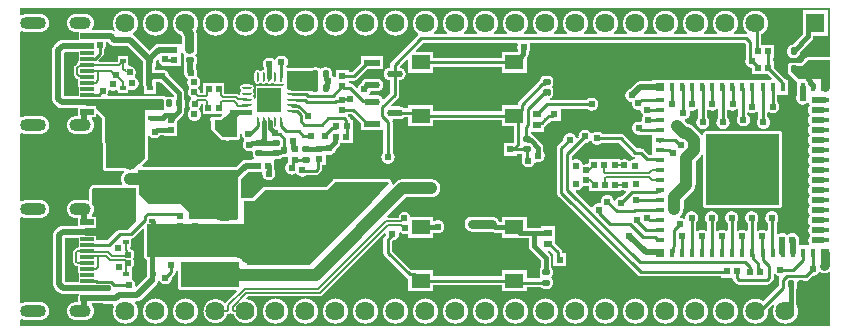
<source format=gtl>
G04*
G04 #@! TF.GenerationSoftware,Altium Limited,Altium Designer,24.3.1 (35)*
G04*
G04 Layer_Physical_Order=1*
G04 Layer_Color=255*
%FSLAX25Y25*%
%MOIN*%
G70*
G04*
G04 #@! TF.SameCoordinates,18358673-9EB0-4F65-8AD0-3A3BFD57A4A7*
G04*
G04*
G04 #@! TF.FilePolarity,Positive*
G04*
G01*
G75*
%ADD11C,0.01000*%
G04:AMPARAMS|DCode=17|XSize=23.62mil|YSize=21.26mil|CornerRadius=5.63mil|HoleSize=0mil|Usage=FLASHONLY|Rotation=180.000|XOffset=0mil|YOffset=0mil|HoleType=Round|Shape=RoundedRectangle|*
%AMROUNDEDRECTD17*
21,1,0.02362,0.00999,0,0,180.0*
21,1,0.01235,0.02126,0,0,180.0*
1,1,0.01127,-0.00618,0.00500*
1,1,0.01127,0.00618,0.00500*
1,1,0.01127,0.00618,-0.00500*
1,1,0.01127,-0.00618,-0.00500*
%
%ADD17ROUNDEDRECTD17*%
G04:AMPARAMS|DCode=18|XSize=35.43mil|YSize=68.9mil|CornerRadius=1.95mil|HoleSize=0mil|Usage=FLASHONLY|Rotation=90.000|XOffset=0mil|YOffset=0mil|HoleType=Round|Shape=RoundedRectangle|*
%AMROUNDEDRECTD18*
21,1,0.03543,0.06500,0,0,90.0*
21,1,0.03154,0.06890,0,0,90.0*
1,1,0.00390,0.03250,0.01577*
1,1,0.00390,0.03250,-0.01577*
1,1,0.00390,-0.03250,-0.01577*
1,1,0.00390,-0.03250,0.01577*
%
%ADD18ROUNDEDRECTD18*%
G04:AMPARAMS|DCode=19|XSize=125.98mil|YSize=68.9mil|CornerRadius=2.07mil|HoleSize=0mil|Usage=FLASHONLY|Rotation=90.000|XOffset=0mil|YOffset=0mil|HoleType=Round|Shape=RoundedRectangle|*
%AMROUNDEDRECTD19*
21,1,0.12598,0.06476,0,0,90.0*
21,1,0.12185,0.06890,0,0,90.0*
1,1,0.00413,0.03238,0.06093*
1,1,0.00413,0.03238,-0.06093*
1,1,0.00413,-0.03238,-0.06093*
1,1,0.00413,-0.03238,0.06093*
%
%ADD19ROUNDEDRECTD19*%
G04:AMPARAMS|DCode=20|XSize=9.55mil|YSize=33.06mil|CornerRadius=4.77mil|HoleSize=0mil|Usage=FLASHONLY|Rotation=270.000|XOffset=0mil|YOffset=0mil|HoleType=Round|Shape=RoundedRectangle|*
%AMROUNDEDRECTD20*
21,1,0.00955,0.02351,0,0,270.0*
21,1,0.00000,0.03306,0,0,270.0*
1,1,0.00955,-0.01176,0.00000*
1,1,0.00955,-0.01176,0.00000*
1,1,0.00955,0.01176,0.00000*
1,1,0.00955,0.01176,0.00000*
%
%ADD20ROUNDEDRECTD20*%
G04:AMPARAMS|DCode=21|XSize=33.06mil|YSize=9.55mil|CornerRadius=4.77mil|HoleSize=0mil|Usage=FLASHONLY|Rotation=270.000|XOffset=0mil|YOffset=0mil|HoleType=Round|Shape=RoundedRectangle|*
%AMROUNDEDRECTD21*
21,1,0.03306,0.00000,0,0,270.0*
21,1,0.02351,0.00955,0,0,270.0*
1,1,0.00955,0.00000,-0.01176*
1,1,0.00955,0.00000,0.01176*
1,1,0.00955,0.00000,0.01176*
1,1,0.00955,0.00000,-0.01176*
%
%ADD21ROUNDEDRECTD21*%
%ADD22R,0.00955X0.03306*%
%ADD23R,0.01929X0.01772*%
%ADD24R,0.02126X0.02362*%
%ADD25R,0.02756X0.02362*%
%ADD26R,0.02362X0.02126*%
G04:AMPARAMS|DCode=27|XSize=23.62mil|YSize=21.26mil|CornerRadius=5.63mil|HoleSize=0mil|Usage=FLASHONLY|Rotation=270.000|XOffset=0mil|YOffset=0mil|HoleType=Round|Shape=RoundedRectangle|*
%AMROUNDEDRECTD27*
21,1,0.02362,0.00999,0,0,270.0*
21,1,0.01235,0.02126,0,0,270.0*
1,1,0.01127,-0.00500,-0.00618*
1,1,0.01127,-0.00500,0.00618*
1,1,0.01127,0.00500,0.00618*
1,1,0.01127,0.00500,-0.00618*
%
%ADD27ROUNDEDRECTD27*%
%ADD28R,0.06102X0.05118*%
%ADD29R,0.05343X0.02253*%
G04:AMPARAMS|DCode=30|XSize=53.43mil|YSize=22.53mil|CornerRadius=11.26mil|HoleSize=0mil|Usage=FLASHONLY|Rotation=0.000|XOffset=0mil|YOffset=0mil|HoleType=Round|Shape=RoundedRectangle|*
%AMROUNDEDRECTD30*
21,1,0.05343,0.00000,0,0,0.0*
21,1,0.03091,0.02253,0,0,0.0*
1,1,0.02253,0.01545,0.00000*
1,1,0.02253,-0.01545,0.00000*
1,1,0.02253,-0.01545,0.00000*
1,1,0.02253,0.01545,0.00000*
%
%ADD30ROUNDEDRECTD30*%
%ADD31R,0.04528X0.02362*%
%ADD32R,0.04528X0.01181*%
%ADD33R,0.04724X0.04724*%
%ADD34R,0.03150X0.01575*%
%ADD35R,0.01575X0.03150*%
%ADD36R,0.03150X0.03150*%
%ADD40R,0.08071X0.08071*%
G04:AMPARAMS|DCode=52|XSize=39.37mil|YSize=86.61mil|CornerRadius=19.68mil|HoleSize=0mil|Usage=FLASHONLY|Rotation=270.000|XOffset=0mil|YOffset=0mil|HoleType=Round|Shape=RoundedRectangle|*
%AMROUNDEDRECTD52*
21,1,0.03937,0.04724,0,0,270.0*
21,1,0.00000,0.08661,0,0,270.0*
1,1,0.03937,-0.02362,0.00000*
1,1,0.03937,-0.02362,0.00000*
1,1,0.03937,0.02362,0.00000*
1,1,0.03937,0.02362,0.00000*
%
%ADD52ROUNDEDRECTD52*%
G04:AMPARAMS|DCode=53|XSize=39.37mil|YSize=70.87mil|CornerRadius=19.68mil|HoleSize=0mil|Usage=FLASHONLY|Rotation=270.000|XOffset=0mil|YOffset=0mil|HoleType=Round|Shape=RoundedRectangle|*
%AMROUNDEDRECTD53*
21,1,0.03937,0.03150,0,0,270.0*
21,1,0.00000,0.07087,0,0,270.0*
1,1,0.03937,-0.01575,0.00000*
1,1,0.03937,-0.01575,0.00000*
1,1,0.03937,0.01575,0.00000*
1,1,0.03937,0.01575,0.00000*
%
%ADD53ROUNDEDRECTD53*%
%ADD56R,0.01575X0.01575*%
%ADD57C,0.01500*%
%ADD58C,0.03000*%
%ADD59C,0.02000*%
%ADD60C,0.04000*%
%ADD61C,0.00603*%
%ADD62C,0.02500*%
%ADD63C,0.00623*%
%ADD64R,0.04000X0.04000*%
%ADD65C,0.04000*%
%ADD66C,0.06400*%
%ADD67R,0.06400X0.06400*%
%ADD68C,0.02400*%
G36*
X166550Y95359D02*
X166653Y95237D01*
X166791Y94899D01*
X166791Y94899D01*
X166744Y94785D01*
X166703Y94668D01*
X166669Y94550D01*
X166641Y94429D01*
X166621Y94308D01*
X166607Y94185D01*
X166600Y94062D01*
Y93938D01*
X166607Y93815D01*
X166621Y93692D01*
X166641Y93571D01*
X166669Y93450D01*
X166703Y93332D01*
X166744Y93215D01*
X166791Y93101D01*
X166845Y92990D01*
X166877Y92932D01*
Y92562D01*
X166733Y92417D01*
X161598D01*
Y90359D01*
X138402D01*
Y92417D01*
X132875D01*
X132684Y92879D01*
X135203Y95399D01*
X166490D01*
X166550Y95359D01*
D02*
G37*
G36*
X271000Y91097D02*
X270900Y90601D01*
X263600Y90601D01*
X263513Y90597D01*
X263426Y90586D01*
X263341Y90567D01*
X263258Y90541D01*
X263177Y90507D01*
X263146Y90491D01*
X263100Y90467D01*
X263026Y90420D01*
X262986Y90389D01*
X262936Y90373D01*
X262832Y90330D01*
X262733Y90280D01*
X262636Y90223D01*
X262545Y90159D01*
X262458Y90089D01*
X262376Y90013D01*
X262300Y89931D01*
X262230Y89844D01*
X262166Y89753D01*
X262109Y89656D01*
X262059Y89557D01*
X262017Y89453D01*
X262006Y89421D01*
X261285Y88701D01*
X259887D01*
X259833Y88719D01*
X259725Y88746D01*
X259615Y88766D01*
X259504Y88778D01*
X259392Y88782D01*
X258393D01*
X258282Y88778D01*
X258171Y88766D01*
X258061Y88746D01*
X257953Y88719D01*
X257899Y88701D01*
X257700D01*
X257613Y88697D01*
X257526Y88686D01*
X257441Y88667D01*
X257358Y88641D01*
X257277Y88607D01*
X257200Y88567D01*
X257126Y88520D01*
X257057Y88467D01*
X256992Y88408D01*
X256933Y88343D01*
X256880Y88274D01*
X256833Y88200D01*
X256793Y88123D01*
X256759Y88042D01*
X256733Y87959D01*
X256714Y87874D01*
X256703Y87787D01*
X256699Y87700D01*
Y85900D01*
X256703Y85813D01*
X256714Y85726D01*
X256733Y85641D01*
X256759Y85558D01*
X256793Y85477D01*
X256833Y85400D01*
X256880Y85326D01*
X256933Y85257D01*
X256992Y85192D01*
X257146Y85038D01*
X257211Y84958D01*
X257287Y84876D01*
X257369Y84800D01*
X257449Y84735D01*
X259230Y82954D01*
X259233Y82941D01*
X259259Y82858D01*
X259293Y82777D01*
X259333Y82700D01*
X259380Y82626D01*
X259433Y82557D01*
X259492Y82492D01*
X259557Y82433D01*
X259626Y82380D01*
X259700Y82333D01*
X259777Y82293D01*
X259858Y82259D01*
X259932Y82236D01*
Y81417D01*
X259895Y81341D01*
X259849Y81229D01*
X259809Y81115D01*
X259777Y80998D01*
X259752Y80880D01*
X259733Y80761D01*
X259722Y80641D01*
X259719Y80520D01*
Y77884D01*
X259684Y77800D01*
X259643Y77684D01*
X259609Y77565D01*
X259581Y77445D01*
X259561Y77323D01*
X259547Y77200D01*
X259540Y77077D01*
Y76954D01*
X259547Y76830D01*
X259561Y76708D01*
X259581Y76586D01*
X259609Y76466D01*
X259643Y76347D01*
X259684Y76231D01*
X259731Y76116D01*
X259785Y76005D01*
X259844Y75897D01*
X259910Y75793D01*
X259982Y75692D01*
X260058Y75595D01*
X260141Y75503D01*
X260228Y75416D01*
X260320Y75334D01*
X260417Y75257D01*
X260517Y75185D01*
X260622Y75120D01*
X260730Y75060D01*
X260841Y75006D01*
X260955Y74959D01*
X261072Y74918D01*
X261190Y74884D01*
X261311Y74857D01*
X261432Y74836D01*
X261555Y74822D01*
X261678Y74815D01*
X261802D01*
X261925Y74822D01*
X262048Y74836D01*
X262170Y74857D01*
X262290Y74884D01*
X262408Y74918D01*
X262525Y74959D01*
X262639Y75006D01*
X262750Y75060D01*
X262858Y75120D01*
X262963Y75185D01*
X263064Y75257D01*
X263160Y75334D01*
X263169Y75341D01*
X263299Y75369D01*
X263485Y75354D01*
X263661Y75307D01*
X263773Y75239D01*
X263780Y75227D01*
X263845Y75122D01*
X263917Y75022D01*
X263994Y74925D01*
X264076Y74833D01*
X264136Y74672D01*
X264076Y74511D01*
X263994Y74418D01*
X263917Y74322D01*
X263845Y74221D01*
X263780Y74117D01*
X263720Y74009D01*
X263666Y73897D01*
X263619Y73783D01*
X263578Y73667D01*
X263544Y73548D01*
X263517Y73428D01*
X263496Y73306D01*
X263482Y73184D01*
X263475Y73060D01*
Y72937D01*
X263482Y72814D01*
X263496Y72691D01*
X263517Y72569D01*
X263544Y72449D01*
X263578Y72330D01*
X263619Y72214D01*
X263666Y72100D01*
X263720Y71988D01*
X263780Y71880D01*
X263845Y71776D01*
X263917Y71675D01*
X263994Y71579D01*
X264076Y71487D01*
X264136Y71325D01*
X264076Y71164D01*
X263994Y71072D01*
X263917Y70976D01*
X263845Y70875D01*
X263780Y70770D01*
X263720Y70662D01*
X263666Y70551D01*
X263619Y70437D01*
X263578Y70320D01*
X263544Y70202D01*
X263517Y70082D01*
X263496Y69960D01*
X263482Y69837D01*
X263475Y69714D01*
Y69590D01*
X263482Y69467D01*
X263496Y69344D01*
X263517Y69223D01*
X263544Y69102D01*
X263578Y68984D01*
X263619Y68867D01*
X263666Y68753D01*
X263720Y68642D01*
X263780Y68534D01*
X263845Y68429D01*
X263917Y68329D01*
X263994Y68232D01*
X264125Y67979D01*
X263994Y67726D01*
X263917Y67629D01*
X263845Y67528D01*
X263780Y67424D01*
X263720Y67316D01*
X263666Y67205D01*
X263619Y67090D01*
X263578Y66974D01*
X263544Y66855D01*
X263517Y66735D01*
X263496Y66613D01*
X263482Y66491D01*
X263475Y66367D01*
Y66244D01*
X263482Y66121D01*
X263496Y65998D01*
X263517Y65876D01*
X263544Y65756D01*
X263578Y65637D01*
X263619Y65521D01*
X263666Y65407D01*
X263720Y65295D01*
X263780Y65188D01*
X263845Y65083D01*
X263917Y64982D01*
X263994Y64886D01*
X264076Y64794D01*
X264136Y64632D01*
X264076Y64471D01*
X263994Y64379D01*
X263917Y64283D01*
X263845Y64182D01*
X263780Y64077D01*
X263720Y63969D01*
X263666Y63858D01*
X263619Y63744D01*
X263578Y63627D01*
X263544Y63509D01*
X263517Y63389D01*
X263496Y63267D01*
X263482Y63144D01*
X263475Y63021D01*
Y62897D01*
X263482Y62774D01*
X263496Y62651D01*
X263517Y62530D01*
X263544Y62410D01*
X263578Y62291D01*
X263619Y62174D01*
X263666Y62060D01*
X263720Y61949D01*
X263780Y61841D01*
X263845Y61737D01*
X263917Y61636D01*
X263994Y61539D01*
X264076Y61447D01*
X264136Y61286D01*
X264076Y61125D01*
X263994Y61033D01*
X263917Y60936D01*
X263845Y60835D01*
X263780Y60731D01*
X263720Y60623D01*
X263666Y60512D01*
X263619Y60398D01*
X263578Y60281D01*
X263544Y60163D01*
X263517Y60042D01*
X263496Y59920D01*
X263482Y59798D01*
X263475Y59675D01*
Y59551D01*
X263482Y59428D01*
X263496Y59305D01*
X263517Y59183D01*
X263544Y59063D01*
X263578Y58944D01*
X263619Y58828D01*
X263666Y58714D01*
X263720Y58603D01*
X263780Y58495D01*
X263845Y58390D01*
X263917Y58289D01*
X263994Y58193D01*
X264125Y57939D01*
X263994Y57686D01*
X263917Y57590D01*
X263845Y57489D01*
X263780Y57385D01*
X263720Y57276D01*
X263666Y57165D01*
X263619Y57051D01*
X263578Y56935D01*
X263544Y56816D01*
X263517Y56696D01*
X263496Y56574D01*
X263482Y56451D01*
X263475Y56328D01*
Y56205D01*
X263482Y56081D01*
X263496Y55959D01*
X263517Y55837D01*
X263544Y55717D01*
X263578Y55598D01*
X263619Y55481D01*
X263666Y55367D01*
X263720Y55256D01*
X263780Y55148D01*
X263845Y55044D01*
X263917Y54943D01*
X263994Y54846D01*
X264076Y54754D01*
X264136Y54593D01*
X264076Y54432D01*
X263994Y54340D01*
X263917Y54243D01*
X263845Y54143D01*
X263780Y54038D01*
X263720Y53930D01*
X263666Y53819D01*
X263619Y53705D01*
X263578Y53588D01*
X263544Y53470D01*
X263517Y53349D01*
X263496Y53228D01*
X263482Y53105D01*
X263475Y52982D01*
Y52858D01*
X263482Y52735D01*
X263496Y52612D01*
X263517Y52491D01*
X263544Y52370D01*
X263578Y52251D01*
X263619Y52135D01*
X263666Y52021D01*
X263720Y51910D01*
X263780Y51802D01*
X263845Y51697D01*
X263917Y51596D01*
X263994Y51500D01*
X264076Y51408D01*
X264136Y51247D01*
X264076Y51085D01*
X263994Y50993D01*
X263917Y50897D01*
X263845Y50796D01*
X263780Y50692D01*
X263720Y50583D01*
X263666Y50472D01*
X263619Y50358D01*
X263578Y50242D01*
X263544Y50123D01*
X263517Y50003D01*
X263496Y49881D01*
X263482Y49758D01*
X263475Y49635D01*
Y49512D01*
X263482Y49388D01*
X263496Y49266D01*
X263517Y49144D01*
X263544Y49024D01*
X263578Y48905D01*
X263619Y48788D01*
X263666Y48674D01*
X263720Y48563D01*
X263780Y48455D01*
X263845Y48351D01*
X263917Y48250D01*
X263994Y48153D01*
X264125Y47900D01*
X263994Y47647D01*
X263917Y47550D01*
X263845Y47450D01*
X263780Y47345D01*
X263720Y47237D01*
X263666Y47126D01*
X263619Y47012D01*
X263578Y46895D01*
X263544Y46777D01*
X263517Y46656D01*
X263496Y46535D01*
X263482Y46412D01*
X263475Y46289D01*
Y46165D01*
X263482Y46042D01*
X263496Y45919D01*
X263517Y45798D01*
X263544Y45677D01*
X263578Y45559D01*
X263619Y45442D01*
X263666Y45328D01*
X263720Y45217D01*
X263780Y45109D01*
X263845Y45004D01*
X263917Y44903D01*
X263994Y44807D01*
X264076Y44715D01*
X264136Y44554D01*
X264076Y44392D01*
X263994Y44300D01*
X263917Y44204D01*
X263845Y44103D01*
X263780Y43999D01*
X263720Y43891D01*
X263666Y43779D01*
X263619Y43665D01*
X263578Y43549D01*
X263544Y43430D01*
X263517Y43310D01*
X263496Y43188D01*
X263482Y43065D01*
X263475Y42942D01*
Y42819D01*
X263482Y42696D01*
X263496Y42573D01*
X263517Y42451D01*
X263544Y42331D01*
X263578Y42212D01*
X263619Y42096D01*
X263666Y41982D01*
X263720Y41870D01*
X263780Y41762D01*
X263845Y41658D01*
X263917Y41557D01*
X263994Y41460D01*
X264076Y41368D01*
X264136Y41207D01*
X264076Y41046D01*
X263994Y40954D01*
X263917Y40857D01*
X263845Y40757D01*
X263780Y40652D01*
X263720Y40544D01*
X263666Y40433D01*
X263619Y40319D01*
X263578Y40202D01*
X263544Y40084D01*
X263517Y39963D01*
X263496Y39842D01*
X263482Y39719D01*
X263475Y39596D01*
Y39472D01*
X263482Y39349D01*
X263496Y39226D01*
X263517Y39105D01*
X263544Y38984D01*
X263578Y38866D01*
X263619Y38749D01*
X263666Y38635D01*
X263720Y38524D01*
X263780Y38416D01*
X263845Y38311D01*
X263917Y38211D01*
X263994Y38114D01*
X264125Y37861D01*
X263994Y37607D01*
X263917Y37511D01*
X263845Y37410D01*
X263780Y37306D01*
X263720Y37198D01*
X263666Y37086D01*
X263619Y36972D01*
X263578Y36856D01*
X263544Y36737D01*
X263517Y36617D01*
X263496Y36495D01*
X263482Y36373D01*
X263475Y36249D01*
Y36126D01*
X263482Y36003D01*
X263496Y35880D01*
X263517Y35758D01*
X263544Y35638D01*
X263578Y35519D01*
X263619Y35403D01*
X263666Y35289D01*
X263720Y35177D01*
X263780Y35069D01*
X263845Y34965D01*
X263917Y34864D01*
X263994Y34768D01*
X264076Y34676D01*
X264163Y34588D01*
X264197Y34427D01*
X264118Y34320D01*
X264041Y34223D01*
X263970Y34123D01*
X263904Y34018D01*
X263845Y33910D01*
X263791Y33799D01*
X263744Y33685D01*
X263703Y33568D01*
X263669Y33450D01*
X263641Y33329D01*
X263621Y33208D01*
X263607Y33085D01*
X263600Y32962D01*
Y32838D01*
X263607Y32715D01*
X263621Y32592D01*
X263641Y32471D01*
X263669Y32350D01*
X263703Y32232D01*
X263744Y32115D01*
X263791Y32001D01*
X263845Y31890D01*
X263904Y31782D01*
X263970Y31677D01*
X264041Y31577D01*
X264118Y31480D01*
X264201Y31388D01*
X264261Y31227D01*
X264201Y31065D01*
X264118Y30974D01*
X264041Y30877D01*
X263970Y30776D01*
X263904Y30672D01*
X263845Y30564D01*
X263791Y30452D01*
X263744Y30338D01*
X263703Y30222D01*
X263669Y30103D01*
X263641Y29983D01*
X263621Y29861D01*
X263607Y29739D01*
X263600Y29615D01*
Y29492D01*
X263607Y29369D01*
X263621Y29246D01*
X263641Y29124D01*
X263669Y29004D01*
X263703Y28885D01*
X263744Y28769D01*
X263791Y28655D01*
X263845Y28543D01*
X263882Y28476D01*
X263826Y28281D01*
X263734Y28099D01*
X263608Y27976D01*
X260337D01*
Y28970D01*
X260356Y29015D01*
X260397Y29132D01*
X260431Y29250D01*
X260459Y29371D01*
X260479Y29492D01*
X260493Y29615D01*
X260500Y29738D01*
Y29862D01*
X260493Y29985D01*
X260479Y30108D01*
X260459Y30229D01*
X260431Y30350D01*
X260397Y30468D01*
X260356Y30585D01*
X260309Y30699D01*
X260255Y30810D01*
X260196Y30918D01*
X260130Y31023D01*
X260058Y31123D01*
X259982Y31220D01*
X259899Y31312D01*
X259812Y31399D01*
X259720Y31482D01*
X259623Y31558D01*
X259523Y31630D01*
X259418Y31696D01*
X259310Y31755D01*
X259199Y31809D01*
X259085Y31856D01*
X258968Y31897D01*
X258850Y31931D01*
X258729Y31959D01*
X258608Y31979D01*
X258485Y31993D01*
X258362Y32000D01*
X258238D01*
X258115Y31993D01*
X257992Y31979D01*
X257871Y31959D01*
X257750Y31931D01*
X257632Y31897D01*
X257515Y31856D01*
X257401Y31809D01*
X257290Y31755D01*
X257182Y31696D01*
X257077Y31630D01*
X256977Y31558D01*
X256880Y31482D01*
X256788Y31399D01*
X256627Y31339D01*
X256466Y31399D01*
X256374Y31482D01*
X256277Y31558D01*
X256176Y31630D01*
X256072Y31696D01*
X255964Y31755D01*
X255853Y31809D01*
X255738Y31856D01*
X255622Y31897D01*
X255503Y31931D01*
X255383Y31959D01*
X255261Y31979D01*
X255138Y31993D01*
X255015Y32000D01*
X254892D01*
X254769Y31993D01*
X254646Y31979D01*
X254524Y31959D01*
X254404Y31931D01*
X254285Y31897D01*
X254169Y31856D01*
X254055Y31809D01*
X253943Y31755D01*
X253835Y31696D01*
X253731Y31630D01*
X253630Y31558D01*
X253575Y31515D01*
X253397Y31548D01*
X253158Y31663D01*
X253075Y31740D01*
Y35552D01*
X253150Y35635D01*
X253226Y35731D01*
X253298Y35832D01*
X253364Y35936D01*
X253423Y36045D01*
X253477Y36156D01*
X253524Y36270D01*
X253565Y36386D01*
X253599Y36505D01*
X253627Y36625D01*
X253647Y36747D01*
X253661Y36870D01*
X253668Y36993D01*
Y37117D01*
X253661Y37240D01*
X253647Y37362D01*
X253627Y37484D01*
X253599Y37604D01*
X253565Y37723D01*
X253524Y37840D01*
X253477Y37954D01*
X253423Y38065D01*
X253364Y38173D01*
X253298Y38278D01*
X253226Y38378D01*
X253150Y38475D01*
X253067Y38567D01*
X252980Y38654D01*
X252888Y38736D01*
X252791Y38813D01*
X252691Y38885D01*
X252586Y38950D01*
X252478Y39010D01*
X252367Y39064D01*
X252253Y39111D01*
X252136Y39152D01*
X252018Y39186D01*
X251897Y39213D01*
X251776Y39234D01*
X251653Y39248D01*
X251530Y39255D01*
X251406D01*
X251283Y39248D01*
X251160Y39234D01*
X251039Y39213D01*
X250918Y39186D01*
X250800Y39152D01*
X250683Y39111D01*
X250569Y39064D01*
X250458Y39010D01*
X250350Y38950D01*
X250245Y38885D01*
X250145Y38813D01*
X250048Y38736D01*
X249956Y38654D01*
X249869Y38567D01*
X249786Y38475D01*
X249710Y38378D01*
X249638Y38278D01*
X249572Y38173D01*
X249513Y38065D01*
X249459Y37954D01*
X249412Y37840D01*
X249371Y37723D01*
X249337Y37604D01*
X249309Y37484D01*
X249289Y37362D01*
X249275Y37240D01*
X249268Y37117D01*
Y36993D01*
X249275Y36870D01*
X249289Y36747D01*
X249309Y36625D01*
X249337Y36505D01*
X249371Y36386D01*
X249412Y36270D01*
X249459Y36156D01*
X249513Y36045D01*
X249572Y35936D01*
X249638Y35832D01*
X249710Y35731D01*
X249786Y35635D01*
X249869Y35543D01*
X249956Y35456D01*
X250048Y35373D01*
X250073Y35353D01*
Y32951D01*
X249977Y32858D01*
X249763Y32752D01*
X249573Y32710D01*
X249516Y32751D01*
X249411Y32817D01*
X249303Y32877D01*
X249192Y32930D01*
X249078Y32977D01*
X248961Y33018D01*
X248843Y33052D01*
X248722Y33080D01*
X248601Y33101D01*
X248478Y33114D01*
X248355Y33121D01*
X248231D01*
X248108Y33114D01*
X247985Y33101D01*
X247864Y33080D01*
X247743Y33052D01*
X247625Y33018D01*
X247508Y32977D01*
X247394Y32930D01*
X247283Y32877D01*
X247175Y32817D01*
X247070Y32751D01*
X246970Y32680D01*
X246882Y32610D01*
X246830Y32616D01*
X246538Y32708D01*
X246382Y32829D01*
Y35552D01*
X246457Y35635D01*
X246534Y35731D01*
X246605Y35832D01*
X246671Y35936D01*
X246730Y36045D01*
X246784Y36156D01*
X246831Y36270D01*
X246872Y36386D01*
X246906Y36505D01*
X246934Y36625D01*
X246954Y36747D01*
X246968Y36870D01*
X246975Y36993D01*
Y37117D01*
X246968Y37240D01*
X246954Y37362D01*
X246934Y37484D01*
X246906Y37604D01*
X246872Y37723D01*
X246831Y37840D01*
X246784Y37954D01*
X246730Y38065D01*
X246671Y38173D01*
X246605Y38278D01*
X246534Y38378D01*
X246457Y38475D01*
X246374Y38567D01*
X246287Y38654D01*
X246195Y38736D01*
X246098Y38813D01*
X245998Y38885D01*
X245893Y38950D01*
X245785Y39010D01*
X245674Y39064D01*
X245560Y39111D01*
X245444Y39152D01*
X245325Y39186D01*
X245204Y39213D01*
X245083Y39234D01*
X244960Y39248D01*
X244837Y39255D01*
X244713D01*
X244590Y39248D01*
X244467Y39234D01*
X244346Y39213D01*
X244225Y39186D01*
X244107Y39152D01*
X243990Y39111D01*
X243876Y39064D01*
X243765Y39010D01*
X243657Y38950D01*
X243552Y38885D01*
X243452Y38813D01*
X243355Y38736D01*
X243263Y38654D01*
X243176Y38567D01*
X243094Y38475D01*
X243017Y38378D01*
X242945Y38278D01*
X242880Y38173D01*
X242820Y38065D01*
X242766Y37954D01*
X242719Y37840D01*
X242678Y37723D01*
X242644Y37604D01*
X242617Y37484D01*
X242596Y37362D01*
X242582Y37240D01*
X242575Y37117D01*
Y36993D01*
X242582Y36870D01*
X242596Y36747D01*
X242617Y36625D01*
X242644Y36505D01*
X242678Y36386D01*
X242719Y36270D01*
X242766Y36156D01*
X242820Y36045D01*
X242880Y35936D01*
X242945Y35832D01*
X243017Y35731D01*
X243094Y35635D01*
X243176Y35543D01*
X243263Y35456D01*
X243355Y35373D01*
X243380Y35353D01*
Y32951D01*
X243284Y32858D01*
X243070Y32752D01*
X242880Y32710D01*
X242823Y32751D01*
X242718Y32817D01*
X242610Y32877D01*
X242499Y32930D01*
X242385Y32977D01*
X242268Y33018D01*
X242150Y33052D01*
X242029Y33080D01*
X241908Y33101D01*
X241785Y33114D01*
X241662Y33121D01*
X241538D01*
X241415Y33114D01*
X241292Y33101D01*
X241171Y33080D01*
X241050Y33052D01*
X240932Y33018D01*
X240815Y32977D01*
X240701Y32930D01*
X240590Y32877D01*
X240482Y32817D01*
X240377Y32751D01*
X240277Y32680D01*
X240189Y32610D01*
X240137Y32616D01*
X239845Y32708D01*
X239689Y32829D01*
Y35552D01*
X239764Y35635D01*
X239841Y35731D01*
X239912Y35832D01*
X239978Y35936D01*
X240037Y36045D01*
X240091Y36156D01*
X240138Y36270D01*
X240179Y36386D01*
X240213Y36505D01*
X240241Y36625D01*
X240262Y36747D01*
X240275Y36870D01*
X240282Y36993D01*
Y37117D01*
X240275Y37240D01*
X240262Y37362D01*
X240241Y37484D01*
X240213Y37604D01*
X240179Y37723D01*
X240138Y37840D01*
X240091Y37954D01*
X240037Y38065D01*
X239978Y38173D01*
X239912Y38278D01*
X239841Y38378D01*
X239764Y38475D01*
X239682Y38567D01*
X239594Y38654D01*
X239502Y38736D01*
X239406Y38813D01*
X239305Y38885D01*
X239200Y38950D01*
X239092Y39010D01*
X238981Y39064D01*
X238867Y39111D01*
X238751Y39152D01*
X238632Y39186D01*
X238512Y39213D01*
X238390Y39234D01*
X238267Y39248D01*
X238144Y39255D01*
X238020D01*
X237897Y39248D01*
X237774Y39234D01*
X237653Y39213D01*
X237532Y39186D01*
X237414Y39152D01*
X237297Y39111D01*
X237183Y39064D01*
X237072Y39010D01*
X236964Y38950D01*
X236859Y38885D01*
X236759Y38813D01*
X236662Y38736D01*
X236570Y38654D01*
X236483Y38567D01*
X236401Y38475D01*
X236324Y38378D01*
X236252Y38278D01*
X236187Y38173D01*
X236127Y38065D01*
X236073Y37954D01*
X236026Y37840D01*
X235985Y37723D01*
X235951Y37604D01*
X235924Y37484D01*
X235903Y37362D01*
X235889Y37240D01*
X235882Y37117D01*
Y36993D01*
X235889Y36870D01*
X235903Y36747D01*
X235924Y36625D01*
X235951Y36505D01*
X235985Y36386D01*
X236026Y36270D01*
X236073Y36156D01*
X236127Y36045D01*
X236187Y35936D01*
X236252Y35832D01*
X236324Y35731D01*
X236401Y35635D01*
X236483Y35543D01*
X236570Y35456D01*
X236662Y35373D01*
X236687Y35353D01*
Y32951D01*
X236591Y32858D01*
X236377Y32752D01*
X236187Y32710D01*
X236130Y32751D01*
X236025Y32817D01*
X235917Y32877D01*
X235806Y32930D01*
X235692Y32977D01*
X235575Y33018D01*
X235457Y33052D01*
X235336Y33080D01*
X235215Y33101D01*
X235092Y33114D01*
X234969Y33121D01*
X234845D01*
X234722Y33114D01*
X234599Y33101D01*
X234478Y33080D01*
X234357Y33052D01*
X234239Y33018D01*
X234122Y32977D01*
X234008Y32930D01*
X233897Y32877D01*
X233789Y32817D01*
X233684Y32751D01*
X233584Y32680D01*
X233496Y32610D01*
X233444Y32616D01*
X233153Y32708D01*
X232996Y32829D01*
Y35552D01*
X233071Y35635D01*
X233148Y35731D01*
X233219Y35832D01*
X233285Y35936D01*
X233345Y36045D01*
X233398Y36156D01*
X233445Y36270D01*
X233486Y36386D01*
X233520Y36505D01*
X233548Y36625D01*
X233569Y36747D01*
X233582Y36870D01*
X233589Y36993D01*
Y37117D01*
X233582Y37240D01*
X233569Y37362D01*
X233548Y37484D01*
X233520Y37604D01*
X233486Y37723D01*
X233445Y37840D01*
X233398Y37954D01*
X233345Y38065D01*
X233285Y38173D01*
X233219Y38278D01*
X233148Y38378D01*
X233071Y38475D01*
X232989Y38567D01*
X232901Y38654D01*
X232809Y38736D01*
X232713Y38813D01*
X232612Y38885D01*
X232507Y38950D01*
X232399Y39010D01*
X232288Y39064D01*
X232174Y39111D01*
X232058Y39152D01*
X231939Y39186D01*
X231819Y39213D01*
X231697Y39234D01*
X231574Y39248D01*
X231451Y39255D01*
X231328D01*
X231204Y39248D01*
X231082Y39234D01*
X230960Y39213D01*
X230840Y39186D01*
X230721Y39152D01*
X230604Y39111D01*
X230490Y39064D01*
X230379Y39010D01*
X230271Y38950D01*
X230167Y38885D01*
X230066Y38813D01*
X229969Y38736D01*
X229877Y38654D01*
X229790Y38567D01*
X229708Y38475D01*
X229631Y38378D01*
X229559Y38278D01*
X229494Y38173D01*
X229434Y38065D01*
X229380Y37954D01*
X229333Y37840D01*
X229292Y37723D01*
X229258Y37604D01*
X229231Y37484D01*
X229210Y37362D01*
X229196Y37240D01*
X229189Y37117D01*
Y36993D01*
X229196Y36870D01*
X229210Y36747D01*
X229231Y36625D01*
X229258Y36505D01*
X229292Y36386D01*
X229333Y36270D01*
X229380Y36156D01*
X229434Y36045D01*
X229494Y35936D01*
X229559Y35832D01*
X229631Y35731D01*
X229708Y35635D01*
X229790Y35543D01*
X229877Y35456D01*
X229969Y35373D01*
X229995Y35353D01*
Y32951D01*
X229898Y32858D01*
X229684Y32752D01*
X229495Y32710D01*
X229437Y32751D01*
X229332Y32817D01*
X229224Y32877D01*
X229113Y32930D01*
X228999Y32977D01*
X228883Y33018D01*
X228764Y33052D01*
X228643Y33080D01*
X228522Y33101D01*
X228399Y33114D01*
X228276Y33121D01*
X228152D01*
X228029Y33114D01*
X227906Y33101D01*
X227785Y33080D01*
X227664Y33052D01*
X227546Y33018D01*
X227429Y32977D01*
X227315Y32930D01*
X227204Y32877D01*
X227096Y32817D01*
X226991Y32751D01*
X226891Y32680D01*
X226803Y32610D01*
X226751Y32616D01*
X226460Y32708D01*
X226304Y32829D01*
Y35552D01*
X226378Y35635D01*
X226455Y35731D01*
X226526Y35832D01*
X226592Y35936D01*
X226652Y36045D01*
X226705Y36156D01*
X226752Y36270D01*
X226793Y36386D01*
X226828Y36505D01*
X226855Y36625D01*
X226876Y36747D01*
X226889Y36870D01*
X226896Y36993D01*
Y37117D01*
X226889Y37240D01*
X226876Y37362D01*
X226855Y37484D01*
X226828Y37604D01*
X226793Y37723D01*
X226752Y37840D01*
X226705Y37954D01*
X226652Y38065D01*
X226592Y38173D01*
X226526Y38278D01*
X226455Y38378D01*
X226378Y38475D01*
X226296Y38567D01*
X226208Y38654D01*
X226116Y38736D01*
X226020Y38813D01*
X225919Y38885D01*
X225815Y38950D01*
X225707Y39010D01*
X225595Y39064D01*
X225481Y39111D01*
X225365Y39152D01*
X225246Y39186D01*
X225126Y39213D01*
X225004Y39234D01*
X224881Y39248D01*
X224758Y39255D01*
X224635D01*
X224511Y39248D01*
X224389Y39234D01*
X224267Y39213D01*
X224147Y39186D01*
X224028Y39152D01*
X223911Y39111D01*
X223797Y39064D01*
X223686Y39010D01*
X223578Y38950D01*
X223474Y38885D01*
X223373Y38813D01*
X223276Y38736D01*
X223184Y38654D01*
X223097Y38567D01*
X223015Y38475D01*
X222938Y38378D01*
X222866Y38278D01*
X222801Y38173D01*
X222741Y38065D01*
X222687Y37954D01*
X222640Y37840D01*
X222599Y37723D01*
X222565Y37604D01*
X222538Y37484D01*
X222517Y37362D01*
X222503Y37240D01*
X222496Y37117D01*
Y37016D01*
X222344Y36874D01*
X222201Y36803D01*
X222012Y36767D01*
X221923Y36830D01*
X221818Y36896D01*
X221710Y36955D01*
X221599Y37009D01*
X221485Y37056D01*
X221368Y37097D01*
X221250Y37131D01*
X221129Y37159D01*
X221060Y37170D01*
X220985Y37286D01*
X220912Y37629D01*
X220916Y37691D01*
X221015Y37776D01*
X221122Y37878D01*
X221223Y37985D01*
X221320Y38096D01*
X221410Y38212D01*
X221495Y38333D01*
X221574Y38457D01*
X221647Y38585D01*
X221713Y38717D01*
X221773Y38852D01*
X221826Y38989D01*
X221872Y39129D01*
X221911Y39271D01*
X221943Y39415D01*
X221968Y39560D01*
X221987Y39706D01*
X221997Y39853D01*
X222001Y40000D01*
Y42757D01*
X225122Y45878D01*
X225122Y45878D01*
X225223Y45985D01*
X225320Y46096D01*
X225410Y46212D01*
X225495Y46333D01*
X225574Y46457D01*
X225647Y46585D01*
X225713Y46717D01*
X225773Y46852D01*
X225826Y46989D01*
X225872Y47129D01*
X225911Y47271D01*
X225943Y47415D01*
X225968Y47560D01*
X225987Y47706D01*
X225997Y47853D01*
X226001Y48000D01*
Y50000D01*
Y54026D01*
Y55817D01*
X227622Y57438D01*
X227622Y57438D01*
X227724Y57545D01*
X227820Y57657D01*
X227910Y57773D01*
X227995Y57893D01*
X228074Y58017D01*
X228099Y58062D01*
X228347Y58051D01*
X228599Y57933D01*
Y53615D01*
X228569Y53510D01*
X228541Y53390D01*
X228521Y53268D01*
X228507Y53146D01*
X228500Y53022D01*
Y52899D01*
X228507Y52776D01*
X228521Y52653D01*
X228541Y52531D01*
X228569Y52411D01*
X228599Y52306D01*
Y47054D01*
X228569Y46950D01*
X228541Y46829D01*
X228521Y46708D01*
X228507Y46585D01*
X228500Y46462D01*
Y46338D01*
X228507Y46215D01*
X228521Y46092D01*
X228541Y45971D01*
X228569Y45850D01*
X228599Y45746D01*
Y41200D01*
X228603Y41113D01*
X228614Y41026D01*
X228633Y40941D01*
X228659Y40858D01*
X228693Y40777D01*
X228733Y40699D01*
X228780Y40626D01*
X228833Y40557D01*
X228892Y40492D01*
X228957Y40433D01*
X229026Y40380D01*
X229099Y40333D01*
X229177Y40293D01*
X229258Y40259D01*
X229341Y40233D01*
X229426Y40214D01*
X229513Y40203D01*
X229600Y40199D01*
X253900D01*
X253987Y40203D01*
X254074Y40214D01*
X254159Y40233D01*
X254242Y40259D01*
X254323Y40293D01*
X254400Y40333D01*
X254474Y40380D01*
X254543Y40433D01*
X254608Y40492D01*
X254667Y40557D01*
X254720Y40626D01*
X254767Y40699D01*
X254807Y40777D01*
X254841Y40858D01*
X254867Y40941D01*
X254886Y41026D01*
X254897Y41113D01*
X254901Y41200D01*
Y43400D01*
Y65000D01*
X254897Y65087D01*
X254886Y65174D01*
X254867Y65259D01*
X254841Y65342D01*
X254807Y65423D01*
X254767Y65500D01*
X254720Y65574D01*
X254667Y65643D01*
X254608Y65708D01*
X254543Y65767D01*
X254474Y65820D01*
X254400Y65867D01*
X254323Y65907D01*
X254242Y65941D01*
X254159Y65967D01*
X254074Y65986D01*
X253987Y65997D01*
X253900Y66001D01*
X242301D01*
X242191Y66033D01*
X242070Y66060D01*
X241949Y66081D01*
X241826Y66095D01*
X241703Y66102D01*
X241579D01*
X241456Y66095D01*
X241333Y66081D01*
X241212Y66060D01*
X241091Y66033D01*
X240981Y66001D01*
X229600D01*
X229513Y65997D01*
X229426Y65986D01*
X229341Y65967D01*
X229258Y65941D01*
X229177Y65907D01*
X229099Y65867D01*
X229026Y65820D01*
X228957Y65767D01*
X228892Y65708D01*
X228833Y65643D01*
X228780Y65574D01*
X228733Y65500D01*
X228693Y65423D01*
X228659Y65342D01*
X228633Y65259D01*
X228614Y65174D01*
X228603Y65087D01*
X228599Y65000D01*
Y64667D01*
X228347Y64549D01*
X228099Y64538D01*
X228074Y64583D01*
X227995Y64707D01*
X227910Y64827D01*
X227820Y64943D01*
X227724Y65055D01*
X227622Y65162D01*
X227622Y65162D01*
X225162Y67622D01*
X225055Y67724D01*
X224943Y67820D01*
X224827Y67910D01*
X224707Y67995D01*
X224583Y68074D01*
X224454Y68147D01*
X224323Y68213D01*
X224188Y68273D01*
X224051Y68326D01*
X223911Y68372D01*
X223769Y68411D01*
X223625Y68443D01*
X223480Y68468D01*
X223334Y68486D01*
X223284Y68490D01*
X222438Y69336D01*
X222435Y69506D01*
X222495Y69696D01*
X222598Y69883D01*
X222668Y69903D01*
X222785Y69944D01*
X222899Y69991D01*
X223010Y70045D01*
X223118Y70104D01*
X223223Y70170D01*
X223323Y70241D01*
X223420Y70318D01*
X223512Y70401D01*
X223599Y70488D01*
X223682Y70580D01*
X223759Y70677D01*
X223830Y70777D01*
X223896Y70882D01*
X223955Y70990D01*
X224009Y71101D01*
X224056Y71215D01*
X224097Y71332D01*
X224131Y71450D01*
X224159Y71571D01*
X224179Y71692D01*
X224193Y71815D01*
X224200Y71938D01*
Y72062D01*
X224193Y72185D01*
X224179Y72308D01*
X224159Y72429D01*
X224248Y72593D01*
X224336Y72688D01*
X224531Y72820D01*
X224569Y72833D01*
X224642Y72821D01*
X224765Y72807D01*
X224888Y72800D01*
X225011D01*
X225135Y72807D01*
X225257Y72821D01*
X225379Y72841D01*
X225499Y72869D01*
X225618Y72903D01*
X225734Y72944D01*
X225849Y72991D01*
X225960Y73045D01*
X226068Y73104D01*
X226172Y73170D01*
X226273Y73242D01*
X226360Y73311D01*
X226413Y73305D01*
X226704Y73213D01*
X226860Y73092D01*
Y70370D01*
X226786Y70286D01*
X226709Y70190D01*
X226637Y70089D01*
X226572Y69985D01*
X226512Y69877D01*
X226459Y69765D01*
X226411Y69651D01*
X226371Y69535D01*
X226336Y69416D01*
X226309Y69296D01*
X226288Y69174D01*
X226274Y69051D01*
X226267Y68928D01*
Y68805D01*
X226274Y68682D01*
X226288Y68559D01*
X226309Y68437D01*
X226336Y68317D01*
X226371Y68198D01*
X226411Y68082D01*
X226459Y67968D01*
X226512Y67856D01*
X226572Y67748D01*
X226637Y67644D01*
X226709Y67543D01*
X226786Y67447D01*
X226868Y67355D01*
X226955Y67267D01*
X227047Y67185D01*
X227144Y67108D01*
X227245Y67036D01*
X227349Y66971D01*
X227457Y66911D01*
X227569Y66858D01*
X227682Y66810D01*
X227799Y66770D01*
X227918Y66735D01*
X228038Y66708D01*
X228160Y66687D01*
X228282Y66673D01*
X228406Y66667D01*
X228529D01*
X228652Y66673D01*
X228775Y66687D01*
X228897Y66708D01*
X229017Y66735D01*
X229136Y66770D01*
X229252Y66810D01*
X229366Y66858D01*
X229478Y66911D01*
X229586Y66971D01*
X229690Y67036D01*
X229791Y67108D01*
X229887Y67185D01*
X229979Y67267D01*
X230067Y67355D01*
X230149Y67447D01*
X230226Y67543D01*
X230297Y67644D01*
X230363Y67748D01*
X230423Y67856D01*
X230476Y67968D01*
X230524Y68082D01*
X230564Y68198D01*
X230598Y68317D01*
X230626Y68437D01*
X230647Y68559D01*
X230661Y68682D01*
X230667Y68805D01*
Y68928D01*
X230661Y69051D01*
X230647Y69174D01*
X230626Y69296D01*
X230598Y69416D01*
X230564Y69535D01*
X230524Y69651D01*
X230476Y69765D01*
X230423Y69877D01*
X230363Y69985D01*
X230297Y70089D01*
X230226Y70190D01*
X230149Y70286D01*
X230067Y70379D01*
X229979Y70466D01*
X229887Y70548D01*
X229862Y70568D01*
Y72970D01*
X229959Y73063D01*
X230172Y73169D01*
X230362Y73211D01*
X230420Y73170D01*
X230524Y73104D01*
X230632Y73045D01*
X230744Y72991D01*
X230858Y72944D01*
X230974Y72903D01*
X231093Y72869D01*
X231213Y72841D01*
X231335Y72821D01*
X231457Y72807D01*
X231581Y72800D01*
X231704D01*
X231827Y72807D01*
X231950Y72821D01*
X232072Y72841D01*
X232192Y72869D01*
X232311Y72903D01*
X232427Y72944D01*
X232541Y72991D01*
X232653Y73045D01*
X232761Y73104D01*
X232865Y73170D01*
X232966Y73242D01*
X233053Y73311D01*
X233106Y73305D01*
X233397Y73213D01*
X233553Y73092D01*
Y70370D01*
X233479Y70286D01*
X233402Y70190D01*
X233330Y70089D01*
X233265Y69985D01*
X233205Y69877D01*
X233151Y69765D01*
X233104Y69651D01*
X233063Y69535D01*
X233029Y69416D01*
X233002Y69296D01*
X232981Y69174D01*
X232967Y69051D01*
X232960Y68928D01*
Y68805D01*
X232967Y68682D01*
X232981Y68559D01*
X233002Y68437D01*
X233029Y68317D01*
X233063Y68198D01*
X233104Y68082D01*
X233151Y67968D01*
X233205Y67856D01*
X233265Y67748D01*
X233330Y67644D01*
X233402Y67543D01*
X233479Y67447D01*
X233561Y67355D01*
X233648Y67267D01*
X233740Y67185D01*
X233837Y67108D01*
X233938Y67036D01*
X234042Y66971D01*
X234150Y66911D01*
X234261Y66858D01*
X234375Y66810D01*
X234492Y66770D01*
X234611Y66735D01*
X234731Y66708D01*
X234853Y66687D01*
X234975Y66673D01*
X235099Y66667D01*
X235222D01*
X235345Y66673D01*
X235468Y66687D01*
X235590Y66708D01*
X235710Y66735D01*
X235829Y66770D01*
X235945Y66810D01*
X236059Y66858D01*
X236171Y66911D01*
X236279Y66971D01*
X236383Y67036D01*
X236484Y67108D01*
X236580Y67185D01*
X236672Y67267D01*
X236760Y67355D01*
X236842Y67447D01*
X236919Y67543D01*
X236990Y67644D01*
X237056Y67748D01*
X237116Y67856D01*
X237169Y67968D01*
X237216Y68082D01*
X237257Y68198D01*
X237291Y68317D01*
X237319Y68437D01*
X237340Y68559D01*
X237353Y68682D01*
X237360Y68805D01*
Y68928D01*
X237353Y69051D01*
X237340Y69174D01*
X237319Y69296D01*
X237291Y69416D01*
X237257Y69535D01*
X237216Y69651D01*
X237169Y69765D01*
X237116Y69877D01*
X237056Y69985D01*
X236990Y70089D01*
X236919Y70190D01*
X236842Y70286D01*
X236760Y70379D01*
X236672Y70466D01*
X236580Y70548D01*
X236555Y70568D01*
Y72970D01*
X236652Y73063D01*
X236865Y73169D01*
X237055Y73211D01*
X237113Y73170D01*
X237217Y73104D01*
X237325Y73045D01*
X237437Y72991D01*
X237551Y72944D01*
X237667Y72903D01*
X237786Y72869D01*
X237906Y72841D01*
X238028Y72821D01*
X238151Y72807D01*
X238274Y72800D01*
X238397D01*
X238520Y72807D01*
X238643Y72821D01*
X238765Y72841D01*
X238885Y72869D01*
X239004Y72903D01*
X239120Y72944D01*
X239234Y72991D01*
X239346Y73045D01*
X239454Y73104D01*
X239558Y73170D01*
X239659Y73242D01*
X239755Y73318D01*
X239820Y73376D01*
X239946Y73361D01*
X240222Y73249D01*
X240319Y73168D01*
Y71121D01*
X240318Y71120D01*
X240242Y71023D01*
X240170Y70923D01*
X240104Y70818D01*
X240045Y70710D01*
X239991Y70599D01*
X239944Y70485D01*
X239903Y70368D01*
X239869Y70250D01*
X239841Y70129D01*
X239821Y70008D01*
X239807Y69885D01*
X239800Y69762D01*
Y69638D01*
X239807Y69515D01*
X239821Y69392D01*
X239841Y69271D01*
X239869Y69150D01*
X239903Y69032D01*
X239944Y68915D01*
X239991Y68801D01*
X240045Y68690D01*
X240104Y68582D01*
X240170Y68477D01*
X240242Y68377D01*
X240318Y68280D01*
X240401Y68188D01*
X240488Y68101D01*
X240580Y68018D01*
X240677Y67941D01*
X240777Y67870D01*
X240882Y67804D01*
X240990Y67745D01*
X241101Y67691D01*
X241215Y67644D01*
X241332Y67603D01*
X241450Y67569D01*
X241571Y67541D01*
X241692Y67521D01*
X241815Y67507D01*
X241938Y67500D01*
X242062D01*
X242185Y67507D01*
X242308Y67521D01*
X242429Y67541D01*
X242550Y67569D01*
X242668Y67603D01*
X242785Y67644D01*
X242899Y67691D01*
X243010Y67745D01*
X243118Y67804D01*
X243223Y67870D01*
X243323Y67941D01*
X243420Y68018D01*
X243512Y68101D01*
X243599Y68188D01*
X243682Y68280D01*
X243759Y68377D01*
X243830Y68477D01*
X243896Y68582D01*
X243955Y68690D01*
X244009Y68801D01*
X244056Y68915D01*
X244097Y69032D01*
X244131Y69150D01*
X244159Y69271D01*
X244179Y69392D01*
X244193Y69515D01*
X244200Y69638D01*
Y69762D01*
X244193Y69885D01*
X244179Y70008D01*
X244159Y70129D01*
X244131Y70250D01*
X244097Y70368D01*
X244056Y70485D01*
X244009Y70599D01*
X243955Y70710D01*
X243896Y70818D01*
X243830Y70923D01*
X243759Y71023D01*
X243682Y71120D01*
X243599Y71212D01*
X243512Y71299D01*
X243420Y71382D01*
X243323Y71459D01*
X243321Y71460D01*
Y72055D01*
X243408Y72148D01*
X243589Y72250D01*
X243821Y72315D01*
X243869Y72285D01*
X243977Y72225D01*
X244089Y72171D01*
X244202Y72124D01*
X244319Y72083D01*
X244438Y72049D01*
X244558Y72022D01*
X244680Y72001D01*
X244802Y71987D01*
X244926Y71980D01*
X245049D01*
X245172Y71987D01*
X245295Y72001D01*
X245417Y72022D01*
X245537Y72049D01*
X245656Y72083D01*
X245772Y72124D01*
X245886Y72171D01*
X245998Y72225D01*
X246106Y72285D01*
X246210Y72350D01*
X246311Y72422D01*
X246407Y72499D01*
X246482Y72565D01*
X246570Y72557D01*
X246856Y72458D01*
X246982Y72360D01*
Y70319D01*
X246950Y70283D01*
X246873Y70187D01*
X246801Y70086D01*
X246736Y69981D01*
X246676Y69873D01*
X246622Y69762D01*
X246575Y69648D01*
X246534Y69532D01*
X246500Y69413D01*
X246473Y69293D01*
X246452Y69171D01*
X246438Y69048D01*
X246431Y68925D01*
Y68801D01*
X246438Y68678D01*
X246452Y68556D01*
X246473Y68434D01*
X246500Y68313D01*
X246534Y68195D01*
X246575Y68078D01*
X246622Y67964D01*
X246676Y67853D01*
X246736Y67745D01*
X246801Y67641D01*
X246873Y67540D01*
X246950Y67443D01*
X247032Y67351D01*
X247119Y67264D01*
X247211Y67182D01*
X247308Y67105D01*
X247409Y67033D01*
X247513Y66968D01*
X247621Y66908D01*
X247732Y66854D01*
X247846Y66807D01*
X247963Y66766D01*
X248082Y66732D01*
X248202Y66705D01*
X248324Y66684D01*
X248446Y66670D01*
X248569Y66663D01*
X248693D01*
X248816Y66670D01*
X248939Y66684D01*
X249061Y66705D01*
X249181Y66732D01*
X249300Y66766D01*
X249416Y66807D01*
X249530Y66854D01*
X249641Y66908D01*
X249749Y66968D01*
X249854Y67033D01*
X249955Y67105D01*
X250051Y67182D01*
X250143Y67264D01*
X250231Y67351D01*
X250313Y67443D01*
X250390Y67540D01*
X250461Y67641D01*
X250527Y67745D01*
X250587Y67853D01*
X250640Y67964D01*
X250687Y68078D01*
X250728Y68195D01*
X250762Y68313D01*
X250790Y68434D01*
X250811Y68556D01*
X250824Y68678D01*
X250831Y68801D01*
Y68925D01*
X250824Y69048D01*
X250811Y69171D01*
X250790Y69293D01*
X250762Y69413D01*
X250728Y69532D01*
X250687Y69648D01*
X250640Y69762D01*
X250587Y69873D01*
X250527Y69981D01*
X250461Y70086D01*
X250390Y70187D01*
X250313Y70283D01*
X250231Y70375D01*
X250143Y70463D01*
X250051Y70545D01*
X249984Y70599D01*
Y72080D01*
X250122Y72207D01*
X250346Y72303D01*
X250483Y72334D01*
X250562Y72285D01*
X250670Y72225D01*
X250781Y72171D01*
X250895Y72124D01*
X251012Y72083D01*
X251131Y72049D01*
X251251Y72022D01*
X251373Y72001D01*
X251495Y71987D01*
X251619Y71980D01*
X251742D01*
X251865Y71987D01*
X251988Y72001D01*
X252110Y72022D01*
X252230Y72049D01*
X252349Y72083D01*
X252465Y72124D01*
X252579Y72171D01*
X252691Y72225D01*
X252799Y72285D01*
X252903Y72350D01*
X253004Y72422D01*
X253100Y72499D01*
X253192Y72581D01*
X253280Y72668D01*
X253362Y72760D01*
X253439Y72857D01*
X253510Y72958D01*
X253576Y73062D01*
X253636Y73170D01*
X253689Y73281D01*
X253736Y73395D01*
X253777Y73512D01*
X253811Y73631D01*
X253839Y73751D01*
X253860Y73873D01*
X253873Y73995D01*
X253880Y74119D01*
Y74242D01*
X253873Y74365D01*
X253860Y74488D01*
X253839Y74610D01*
X253811Y74730D01*
X253777Y74849D01*
X253736Y74965D01*
X253689Y75079D01*
X253636Y75191D01*
X253576Y75299D01*
X253510Y75403D01*
X253439Y75504D01*
X253362Y75600D01*
X253280Y75692D01*
X253192Y75780D01*
X253181Y75789D01*
Y77945D01*
X256814D01*
Y83095D01*
X256089D01*
X256057Y83160D01*
X256002Y83252D01*
X255941Y83340D01*
X255874Y83423D01*
X255801Y83502D01*
X252286Y87016D01*
Y89256D01*
X251724D01*
Y90394D01*
X252286D01*
Y94756D01*
X247912D01*
Y98260D01*
X248021Y98317D01*
X248179Y98409D01*
X248334Y98507D01*
X248484Y98612D01*
X248629Y98724D01*
X248770Y98842D01*
X248905Y98965D01*
X249035Y99095D01*
X249159Y99230D01*
X249276Y99370D01*
X249388Y99516D01*
X249493Y99666D01*
X249591Y99821D01*
X249683Y99979D01*
X249768Y100142D01*
X249845Y100308D01*
X249915Y100477D01*
X249978Y100650D01*
X250033Y100824D01*
X250081Y101002D01*
X250120Y101180D01*
X250152Y101361D01*
X250176Y101543D01*
X250192Y101725D01*
X250200Y101908D01*
Y102092D01*
X250192Y102275D01*
X250176Y102457D01*
X250152Y102639D01*
X250120Y102820D01*
X250081Y102998D01*
X250033Y103176D01*
X249978Y103350D01*
X249915Y103523D01*
X249845Y103692D01*
X249768Y103858D01*
X249683Y104021D01*
X249591Y104179D01*
X249493Y104334D01*
X249388Y104484D01*
X249276Y104630D01*
X249159Y104770D01*
X249035Y104905D01*
X248905Y105035D01*
X248770Y105158D01*
X248629Y105276D01*
X248484Y105388D01*
X248334Y105493D01*
X248179Y105591D01*
X248021Y105683D01*
X247858Y105768D01*
X247692Y105845D01*
X247523Y105915D01*
X247350Y105978D01*
X247176Y106033D01*
X246999Y106081D01*
X246820Y106120D01*
X246639Y106152D01*
X246457Y106176D01*
X246275Y106192D01*
X246092Y106200D01*
X245908D01*
X245725Y106192D01*
X245543Y106176D01*
X245361Y106152D01*
X245180Y106120D01*
X245002Y106081D01*
X244824Y106033D01*
X244650Y105978D01*
X244477Y105915D01*
X244308Y105845D01*
X244142Y105768D01*
X243979Y105683D01*
X243821Y105591D01*
X243666Y105493D01*
X243516Y105388D01*
X243371Y105276D01*
X243230Y105158D01*
X243095Y105035D01*
X242965Y104905D01*
X242842Y104770D01*
X242724Y104630D01*
X242612Y104484D01*
X242507Y104334D01*
X242408Y104179D01*
X242317Y104021D01*
X242232Y103858D01*
X242155Y103692D01*
X242085Y103523D01*
X242022Y103350D01*
X241967Y103176D01*
X241919Y102998D01*
X241880Y102820D01*
X241848Y102639D01*
X241824Y102457D01*
X241808Y102275D01*
X241800Y102092D01*
Y101908D01*
X241808Y101725D01*
X241824Y101543D01*
X241848Y101361D01*
X241880Y101180D01*
X241919Y101002D01*
X241967Y100824D01*
X242022Y100650D01*
X242085Y100477D01*
X242155Y100308D01*
X242232Y100142D01*
X242317Y99979D01*
X242408Y99821D01*
X242507Y99666D01*
X242612Y99516D01*
X242724Y99370D01*
X242842Y99230D01*
X242965Y99095D01*
X243095Y98965D01*
X243184Y98884D01*
X243162Y98688D01*
X243096Y98540D01*
X242980Y98399D01*
X242926Y98401D01*
X239023D01*
X238870Y98667D01*
X238835Y98901D01*
X238905Y98965D01*
X239035Y99095D01*
X239159Y99230D01*
X239276Y99370D01*
X239388Y99516D01*
X239493Y99666D01*
X239592Y99821D01*
X239683Y99979D01*
X239768Y100142D01*
X239845Y100308D01*
X239915Y100477D01*
X239978Y100650D01*
X240033Y100824D01*
X240081Y101002D01*
X240120Y101180D01*
X240152Y101361D01*
X240176Y101543D01*
X240192Y101725D01*
X240200Y101908D01*
Y102092D01*
X240192Y102275D01*
X240176Y102457D01*
X240152Y102639D01*
X240120Y102820D01*
X240081Y102998D01*
X240033Y103176D01*
X239978Y103350D01*
X239915Y103523D01*
X239845Y103692D01*
X239768Y103858D01*
X239683Y104021D01*
X239592Y104179D01*
X239493Y104334D01*
X239388Y104484D01*
X239276Y104630D01*
X239159Y104770D01*
X239035Y104905D01*
X238905Y105035D01*
X238770Y105158D01*
X238630Y105276D01*
X238484Y105388D01*
X238334Y105493D01*
X238179Y105591D01*
X238021Y105683D01*
X237858Y105768D01*
X237692Y105845D01*
X237523Y105915D01*
X237350Y105978D01*
X237176Y106033D01*
X236999Y106081D01*
X236820Y106120D01*
X236639Y106152D01*
X236457Y106176D01*
X236275Y106192D01*
X236092Y106200D01*
X235908D01*
X235725Y106192D01*
X235543Y106176D01*
X235361Y106152D01*
X235180Y106120D01*
X235001Y106081D01*
X234824Y106033D01*
X234650Y105978D01*
X234477Y105915D01*
X234308Y105845D01*
X234142Y105768D01*
X233979Y105683D01*
X233821Y105591D01*
X233666Y105493D01*
X233516Y105388D01*
X233370Y105276D01*
X233230Y105158D01*
X233095Y105035D01*
X232965Y104905D01*
X232841Y104770D01*
X232724Y104630D01*
X232612Y104484D01*
X232507Y104334D01*
X232408Y104179D01*
X232317Y104021D01*
X232232Y103858D01*
X232155Y103692D01*
X232085Y103523D01*
X232022Y103350D01*
X231967Y103176D01*
X231919Y102998D01*
X231880Y102820D01*
X231848Y102639D01*
X231824Y102457D01*
X231808Y102275D01*
X231800Y102092D01*
Y101908D01*
X231808Y101725D01*
X231824Y101543D01*
X231848Y101361D01*
X231880Y101180D01*
X231919Y101002D01*
X231967Y100824D01*
X232022Y100650D01*
X232085Y100477D01*
X232155Y100308D01*
X232232Y100142D01*
X232317Y99979D01*
X232408Y99821D01*
X232507Y99666D01*
X232612Y99516D01*
X232724Y99370D01*
X232841Y99230D01*
X232965Y99095D01*
X233095Y98965D01*
X233165Y98901D01*
X233130Y98667D01*
X232977Y98401D01*
X229023D01*
X228870Y98667D01*
X228835Y98901D01*
X228905Y98965D01*
X229035Y99095D01*
X229158Y99230D01*
X229276Y99370D01*
X229388Y99516D01*
X229493Y99666D01*
X229591Y99821D01*
X229683Y99979D01*
X229768Y100142D01*
X229845Y100308D01*
X229915Y100477D01*
X229978Y100650D01*
X230033Y100824D01*
X230081Y101002D01*
X230120Y101180D01*
X230152Y101361D01*
X230176Y101543D01*
X230192Y101725D01*
X230200Y101908D01*
Y102092D01*
X230192Y102275D01*
X230176Y102457D01*
X230152Y102639D01*
X230120Y102820D01*
X230081Y102998D01*
X230033Y103176D01*
X229978Y103350D01*
X229915Y103523D01*
X229845Y103692D01*
X229768Y103858D01*
X229683Y104021D01*
X229591Y104179D01*
X229493Y104334D01*
X229388Y104484D01*
X229276Y104630D01*
X229158Y104770D01*
X229035Y104905D01*
X228905Y105035D01*
X228770Y105158D01*
X228629Y105276D01*
X228484Y105388D01*
X228334Y105493D01*
X228179Y105591D01*
X228021Y105683D01*
X227858Y105768D01*
X227692Y105845D01*
X227523Y105915D01*
X227350Y105978D01*
X227176Y106033D01*
X226998Y106081D01*
X226820Y106120D01*
X226639Y106152D01*
X226457Y106176D01*
X226275Y106192D01*
X226092Y106200D01*
X225908D01*
X225725Y106192D01*
X225543Y106176D01*
X225361Y106152D01*
X225180Y106120D01*
X225002Y106081D01*
X224824Y106033D01*
X224650Y105978D01*
X224477Y105915D01*
X224308Y105845D01*
X224142Y105768D01*
X223979Y105683D01*
X223821Y105591D01*
X223666Y105493D01*
X223516Y105388D01*
X223371Y105276D01*
X223230Y105158D01*
X223095Y105035D01*
X222965Y104905D01*
X222842Y104770D01*
X222724Y104630D01*
X222612Y104484D01*
X222507Y104334D01*
X222409Y104179D01*
X222317Y104021D01*
X222232Y103858D01*
X222155Y103692D01*
X222085Y103523D01*
X222022Y103350D01*
X221967Y103176D01*
X221919Y102998D01*
X221880Y102820D01*
X221848Y102639D01*
X221824Y102457D01*
X221808Y102275D01*
X221800Y102092D01*
Y101908D01*
X221808Y101725D01*
X221824Y101543D01*
X221848Y101361D01*
X221880Y101180D01*
X221919Y101002D01*
X221967Y100824D01*
X222022Y100650D01*
X222085Y100477D01*
X222155Y100308D01*
X222232Y100142D01*
X222317Y99979D01*
X222409Y99821D01*
X222507Y99666D01*
X222612Y99516D01*
X222724Y99370D01*
X222842Y99230D01*
X222965Y99095D01*
X223095Y98965D01*
X223165Y98901D01*
X223130Y98667D01*
X222977Y98401D01*
X219023D01*
X218870Y98667D01*
X218835Y98901D01*
X218905Y98965D01*
X219035Y99095D01*
X219159Y99230D01*
X219276Y99370D01*
X219388Y99516D01*
X219493Y99666D01*
X219591Y99821D01*
X219683Y99979D01*
X219768Y100142D01*
X219845Y100308D01*
X219915Y100477D01*
X219978Y100650D01*
X220033Y100824D01*
X220081Y101002D01*
X220120Y101180D01*
X220152Y101361D01*
X220176Y101543D01*
X220192Y101725D01*
X220200Y101908D01*
Y102092D01*
X220192Y102275D01*
X220176Y102457D01*
X220152Y102639D01*
X220120Y102820D01*
X220081Y102998D01*
X220033Y103176D01*
X219978Y103350D01*
X219915Y103523D01*
X219845Y103692D01*
X219768Y103858D01*
X219683Y104021D01*
X219591Y104179D01*
X219493Y104334D01*
X219388Y104484D01*
X219276Y104630D01*
X219159Y104770D01*
X219035Y104905D01*
X218905Y105035D01*
X218770Y105158D01*
X218630Y105276D01*
X218484Y105388D01*
X218334Y105493D01*
X218179Y105591D01*
X218021Y105683D01*
X217858Y105768D01*
X217692Y105845D01*
X217523Y105915D01*
X217350Y105978D01*
X217176Y106033D01*
X216999Y106081D01*
X216820Y106120D01*
X216639Y106152D01*
X216457Y106176D01*
X216275Y106192D01*
X216092Y106200D01*
X215908D01*
X215725Y106192D01*
X215543Y106176D01*
X215361Y106152D01*
X215180Y106120D01*
X215002Y106081D01*
X214824Y106033D01*
X214650Y105978D01*
X214477Y105915D01*
X214308Y105845D01*
X214142Y105768D01*
X213979Y105683D01*
X213821Y105591D01*
X213666Y105493D01*
X213516Y105388D01*
X213370Y105276D01*
X213230Y105158D01*
X213095Y105035D01*
X212965Y104905D01*
X212842Y104770D01*
X212724Y104630D01*
X212612Y104484D01*
X212507Y104334D01*
X212408Y104179D01*
X212317Y104021D01*
X212232Y103858D01*
X212155Y103692D01*
X212085Y103523D01*
X212022Y103350D01*
X211967Y103176D01*
X211919Y102998D01*
X211880Y102820D01*
X211848Y102639D01*
X211824Y102457D01*
X211808Y102275D01*
X211800Y102092D01*
Y101908D01*
X211808Y101725D01*
X211824Y101543D01*
X211848Y101361D01*
X211880Y101180D01*
X211919Y101002D01*
X211967Y100824D01*
X212022Y100650D01*
X212085Y100477D01*
X212155Y100308D01*
X212232Y100142D01*
X212317Y99979D01*
X212408Y99821D01*
X212507Y99666D01*
X212612Y99516D01*
X212724Y99370D01*
X212842Y99230D01*
X212965Y99095D01*
X213095Y98965D01*
X213165Y98901D01*
X213130Y98667D01*
X212977Y98401D01*
X209023D01*
X208870Y98667D01*
X208835Y98901D01*
X208905Y98965D01*
X209035Y99095D01*
X209158Y99230D01*
X209276Y99370D01*
X209388Y99516D01*
X209493Y99666D01*
X209592Y99821D01*
X209683Y99979D01*
X209768Y100142D01*
X209845Y100308D01*
X209915Y100477D01*
X209978Y100650D01*
X210033Y100824D01*
X210081Y101002D01*
X210120Y101180D01*
X210152Y101361D01*
X210176Y101543D01*
X210192Y101725D01*
X210200Y101908D01*
Y102092D01*
X210192Y102275D01*
X210176Y102457D01*
X210152Y102639D01*
X210120Y102820D01*
X210081Y102998D01*
X210033Y103176D01*
X209978Y103350D01*
X209915Y103523D01*
X209845Y103692D01*
X209768Y103858D01*
X209683Y104021D01*
X209592Y104179D01*
X209493Y104334D01*
X209388Y104484D01*
X209276Y104630D01*
X209158Y104770D01*
X209035Y104905D01*
X208905Y105035D01*
X208770Y105158D01*
X208629Y105276D01*
X208484Y105388D01*
X208334Y105493D01*
X208179Y105591D01*
X208021Y105683D01*
X207858Y105768D01*
X207692Y105845D01*
X207523Y105915D01*
X207350Y105978D01*
X207176Y106033D01*
X206998Y106081D01*
X206820Y106120D01*
X206639Y106152D01*
X206457Y106176D01*
X206275Y106192D01*
X206092Y106200D01*
X205908D01*
X205725Y106192D01*
X205543Y106176D01*
X205361Y106152D01*
X205180Y106120D01*
X205001Y106081D01*
X204824Y106033D01*
X204650Y105978D01*
X204477Y105915D01*
X204308Y105845D01*
X204142Y105768D01*
X203979Y105683D01*
X203821Y105591D01*
X203666Y105493D01*
X203516Y105388D01*
X203370Y105276D01*
X203230Y105158D01*
X203095Y105035D01*
X202965Y104905D01*
X202841Y104770D01*
X202724Y104630D01*
X202612Y104484D01*
X202507Y104334D01*
X202409Y104179D01*
X202317Y104021D01*
X202232Y103858D01*
X202155Y103692D01*
X202085Y103523D01*
X202022Y103350D01*
X201967Y103176D01*
X201919Y102998D01*
X201880Y102820D01*
X201848Y102639D01*
X201824Y102457D01*
X201808Y102275D01*
X201800Y102092D01*
Y101908D01*
X201808Y101725D01*
X201824Y101543D01*
X201848Y101361D01*
X201880Y101180D01*
X201919Y101002D01*
X201967Y100824D01*
X202022Y100650D01*
X202085Y100477D01*
X202155Y100308D01*
X202232Y100142D01*
X202317Y99979D01*
X202409Y99821D01*
X202507Y99666D01*
X202612Y99516D01*
X202724Y99370D01*
X202841Y99230D01*
X202965Y99095D01*
X203095Y98965D01*
X203165Y98901D01*
X203130Y98667D01*
X202977Y98401D01*
X199023D01*
X198870Y98667D01*
X198835Y98901D01*
X198905Y98965D01*
X199035Y99095D01*
X199159Y99230D01*
X199276Y99370D01*
X199388Y99516D01*
X199493Y99666D01*
X199592Y99821D01*
X199683Y99979D01*
X199768Y100142D01*
X199845Y100308D01*
X199915Y100477D01*
X199978Y100650D01*
X200033Y100824D01*
X200081Y101002D01*
X200120Y101180D01*
X200152Y101361D01*
X200176Y101543D01*
X200192Y101725D01*
X200200Y101908D01*
Y102092D01*
X200192Y102275D01*
X200176Y102457D01*
X200152Y102639D01*
X200120Y102820D01*
X200081Y102998D01*
X200033Y103176D01*
X199978Y103350D01*
X199915Y103523D01*
X199845Y103692D01*
X199768Y103858D01*
X199683Y104021D01*
X199592Y104179D01*
X199493Y104334D01*
X199388Y104484D01*
X199276Y104630D01*
X199159Y104770D01*
X199035Y104905D01*
X198905Y105035D01*
X198770Y105158D01*
X198629Y105276D01*
X198484Y105388D01*
X198334Y105493D01*
X198179Y105591D01*
X198021Y105683D01*
X197858Y105768D01*
X197692Y105845D01*
X197523Y105915D01*
X197350Y105978D01*
X197176Y106033D01*
X196999Y106081D01*
X196820Y106120D01*
X196639Y106152D01*
X196457Y106176D01*
X196275Y106192D01*
X196092Y106200D01*
X195908D01*
X195725Y106192D01*
X195543Y106176D01*
X195361Y106152D01*
X195180Y106120D01*
X195001Y106081D01*
X194824Y106033D01*
X194650Y105978D01*
X194477Y105915D01*
X194308Y105845D01*
X194142Y105768D01*
X193979Y105683D01*
X193821Y105591D01*
X193666Y105493D01*
X193516Y105388D01*
X193370Y105276D01*
X193230Y105158D01*
X193095Y105035D01*
X192965Y104905D01*
X192841Y104770D01*
X192724Y104630D01*
X192612Y104484D01*
X192507Y104334D01*
X192409Y104179D01*
X192317Y104021D01*
X192232Y103858D01*
X192155Y103692D01*
X192085Y103523D01*
X192022Y103350D01*
X191967Y103176D01*
X191919Y102998D01*
X191880Y102820D01*
X191848Y102639D01*
X191824Y102457D01*
X191808Y102275D01*
X191800Y102092D01*
Y101908D01*
X191808Y101725D01*
X191824Y101543D01*
X191848Y101361D01*
X191880Y101180D01*
X191919Y101002D01*
X191967Y100824D01*
X192022Y100650D01*
X192085Y100477D01*
X192155Y100308D01*
X192232Y100142D01*
X192317Y99979D01*
X192409Y99821D01*
X192507Y99666D01*
X192612Y99516D01*
X192724Y99370D01*
X192841Y99230D01*
X192965Y99095D01*
X193095Y98965D01*
X193165Y98901D01*
X193130Y98667D01*
X192977Y98401D01*
X189023D01*
X188870Y98667D01*
X188835Y98901D01*
X188905Y98965D01*
X189035Y99095D01*
X189158Y99230D01*
X189276Y99370D01*
X189388Y99516D01*
X189493Y99666D01*
X189592Y99821D01*
X189683Y99979D01*
X189768Y100142D01*
X189845Y100308D01*
X189915Y100477D01*
X189978Y100650D01*
X190033Y100824D01*
X190081Y101002D01*
X190120Y101180D01*
X190152Y101361D01*
X190176Y101543D01*
X190192Y101725D01*
X190200Y101908D01*
Y102092D01*
X190192Y102275D01*
X190176Y102457D01*
X190152Y102639D01*
X190120Y102820D01*
X190081Y102998D01*
X190033Y103176D01*
X189978Y103350D01*
X189915Y103523D01*
X189845Y103692D01*
X189768Y103858D01*
X189683Y104021D01*
X189592Y104179D01*
X189493Y104334D01*
X189388Y104484D01*
X189276Y104630D01*
X189158Y104770D01*
X189035Y104905D01*
X188905Y105035D01*
X188770Y105158D01*
X188629Y105276D01*
X188484Y105388D01*
X188334Y105493D01*
X188179Y105591D01*
X188021Y105683D01*
X187858Y105768D01*
X187692Y105845D01*
X187523Y105915D01*
X187350Y105978D01*
X187176Y106033D01*
X186998Y106081D01*
X186820Y106120D01*
X186639Y106152D01*
X186457Y106176D01*
X186275Y106192D01*
X186092Y106200D01*
X185908D01*
X185725Y106192D01*
X185543Y106176D01*
X185361Y106152D01*
X185180Y106120D01*
X185002Y106081D01*
X184824Y106033D01*
X184650Y105978D01*
X184477Y105915D01*
X184308Y105845D01*
X184142Y105768D01*
X183979Y105683D01*
X183821Y105591D01*
X183666Y105493D01*
X183516Y105388D01*
X183370Y105276D01*
X183230Y105158D01*
X183095Y105035D01*
X182965Y104905D01*
X182842Y104770D01*
X182724Y104630D01*
X182612Y104484D01*
X182507Y104334D01*
X182408Y104179D01*
X182317Y104021D01*
X182232Y103858D01*
X182155Y103692D01*
X182085Y103523D01*
X182022Y103350D01*
X181967Y103176D01*
X181919Y102998D01*
X181880Y102820D01*
X181848Y102639D01*
X181824Y102457D01*
X181808Y102275D01*
X181800Y102092D01*
Y101908D01*
X181808Y101725D01*
X181824Y101543D01*
X181848Y101361D01*
X181880Y101180D01*
X181919Y101002D01*
X181967Y100824D01*
X182022Y100650D01*
X182085Y100477D01*
X182155Y100308D01*
X182232Y100142D01*
X182317Y99979D01*
X182408Y99821D01*
X182507Y99666D01*
X182612Y99516D01*
X182724Y99370D01*
X182842Y99230D01*
X182965Y99095D01*
X183095Y98965D01*
X183165Y98901D01*
X183130Y98667D01*
X182977Y98401D01*
X179023D01*
X178870Y98667D01*
X178835Y98901D01*
X178905Y98965D01*
X179035Y99095D01*
X179158Y99230D01*
X179276Y99370D01*
X179388Y99516D01*
X179493Y99666D01*
X179592Y99821D01*
X179683Y99979D01*
X179768Y100142D01*
X179845Y100308D01*
X179915Y100477D01*
X179978Y100650D01*
X180033Y100824D01*
X180081Y101002D01*
X180120Y101180D01*
X180152Y101361D01*
X180176Y101543D01*
X180192Y101725D01*
X180200Y101908D01*
Y102092D01*
X180192Y102275D01*
X180176Y102457D01*
X180152Y102639D01*
X180120Y102820D01*
X180081Y102998D01*
X180033Y103176D01*
X179978Y103350D01*
X179915Y103523D01*
X179845Y103692D01*
X179768Y103858D01*
X179683Y104021D01*
X179592Y104179D01*
X179493Y104334D01*
X179388Y104484D01*
X179276Y104630D01*
X179158Y104770D01*
X179035Y104905D01*
X178905Y105035D01*
X178770Y105158D01*
X178630Y105276D01*
X178484Y105388D01*
X178334Y105493D01*
X178179Y105591D01*
X178021Y105683D01*
X177858Y105768D01*
X177692Y105845D01*
X177523Y105915D01*
X177350Y105978D01*
X177176Y106033D01*
X176998Y106081D01*
X176820Y106120D01*
X176639Y106152D01*
X176457Y106176D01*
X176275Y106192D01*
X176092Y106200D01*
X175908D01*
X175725Y106192D01*
X175543Y106176D01*
X175361Y106152D01*
X175180Y106120D01*
X175002Y106081D01*
X174824Y106033D01*
X174650Y105978D01*
X174477Y105915D01*
X174308Y105845D01*
X174142Y105768D01*
X173979Y105683D01*
X173821Y105591D01*
X173666Y105493D01*
X173516Y105388D01*
X173371Y105276D01*
X173230Y105158D01*
X173095Y105035D01*
X172965Y104905D01*
X172842Y104770D01*
X172724Y104630D01*
X172612Y104484D01*
X172507Y104334D01*
X172408Y104179D01*
X172317Y104021D01*
X172232Y103858D01*
X172155Y103692D01*
X172085Y103523D01*
X172022Y103350D01*
X171967Y103176D01*
X171919Y102998D01*
X171880Y102820D01*
X171848Y102639D01*
X171824Y102457D01*
X171808Y102275D01*
X171800Y102092D01*
Y101908D01*
X171808Y101725D01*
X171824Y101543D01*
X171848Y101361D01*
X171880Y101180D01*
X171919Y101002D01*
X171967Y100824D01*
X172022Y100650D01*
X172085Y100477D01*
X172155Y100308D01*
X172232Y100142D01*
X172317Y99979D01*
X172408Y99821D01*
X172507Y99666D01*
X172612Y99516D01*
X172724Y99370D01*
X172842Y99230D01*
X172965Y99095D01*
X173095Y98965D01*
X173165Y98901D01*
X173130Y98667D01*
X172977Y98401D01*
X169023D01*
X168870Y98667D01*
X168835Y98901D01*
X168905Y98965D01*
X169035Y99095D01*
X169158Y99230D01*
X169276Y99370D01*
X169388Y99516D01*
X169493Y99666D01*
X169591Y99821D01*
X169683Y99979D01*
X169768Y100142D01*
X169845Y100308D01*
X169915Y100477D01*
X169978Y100650D01*
X170033Y100824D01*
X170081Y101002D01*
X170120Y101180D01*
X170152Y101361D01*
X170176Y101543D01*
X170192Y101725D01*
X170200Y101908D01*
Y102092D01*
X170192Y102275D01*
X170176Y102457D01*
X170152Y102639D01*
X170120Y102820D01*
X170081Y102998D01*
X170033Y103176D01*
X169978Y103350D01*
X169915Y103523D01*
X169845Y103692D01*
X169768Y103858D01*
X169683Y104021D01*
X169591Y104179D01*
X169493Y104334D01*
X169388Y104484D01*
X169276Y104630D01*
X169158Y104770D01*
X169035Y104905D01*
X168905Y105035D01*
X168770Y105158D01*
X168630Y105276D01*
X168484Y105388D01*
X168334Y105493D01*
X168179Y105591D01*
X168021Y105683D01*
X167858Y105768D01*
X167692Y105845D01*
X167523Y105915D01*
X167350Y105978D01*
X167176Y106033D01*
X166999Y106081D01*
X166820Y106120D01*
X166639Y106152D01*
X166457Y106176D01*
X166275Y106192D01*
X166092Y106200D01*
X165908D01*
X165725Y106192D01*
X165543Y106176D01*
X165361Y106152D01*
X165180Y106120D01*
X165001Y106081D01*
X164824Y106033D01*
X164650Y105978D01*
X164477Y105915D01*
X164308Y105845D01*
X164142Y105768D01*
X163979Y105683D01*
X163821Y105591D01*
X163666Y105493D01*
X163516Y105388D01*
X163371Y105276D01*
X163230Y105158D01*
X163095Y105035D01*
X162965Y104905D01*
X162841Y104770D01*
X162724Y104630D01*
X162612Y104484D01*
X162507Y104334D01*
X162408Y104179D01*
X162317Y104021D01*
X162232Y103858D01*
X162155Y103692D01*
X162085Y103523D01*
X162022Y103350D01*
X161967Y103176D01*
X161919Y102998D01*
X161880Y102820D01*
X161848Y102639D01*
X161824Y102457D01*
X161808Y102275D01*
X161800Y102092D01*
Y101908D01*
X161808Y101725D01*
X161824Y101543D01*
X161848Y101361D01*
X161880Y101180D01*
X161919Y101002D01*
X161967Y100824D01*
X162022Y100650D01*
X162085Y100477D01*
X162155Y100308D01*
X162232Y100142D01*
X162317Y99979D01*
X162408Y99821D01*
X162507Y99666D01*
X162612Y99516D01*
X162724Y99370D01*
X162841Y99230D01*
X162965Y99095D01*
X163095Y98965D01*
X163165Y98901D01*
X163130Y98667D01*
X162977Y98401D01*
X159023D01*
X158870Y98667D01*
X158835Y98901D01*
X158905Y98965D01*
X159035Y99095D01*
X159159Y99230D01*
X159276Y99370D01*
X159388Y99516D01*
X159493Y99666D01*
X159591Y99821D01*
X159683Y99979D01*
X159768Y100142D01*
X159845Y100308D01*
X159915Y100477D01*
X159978Y100650D01*
X160033Y100824D01*
X160081Y101002D01*
X160120Y101180D01*
X160152Y101361D01*
X160176Y101543D01*
X160192Y101725D01*
X160200Y101908D01*
Y102092D01*
X160192Y102275D01*
X160176Y102457D01*
X160152Y102639D01*
X160120Y102820D01*
X160081Y102998D01*
X160033Y103176D01*
X159978Y103350D01*
X159915Y103523D01*
X159845Y103692D01*
X159768Y103858D01*
X159683Y104021D01*
X159591Y104179D01*
X159493Y104334D01*
X159388Y104484D01*
X159276Y104630D01*
X159159Y104770D01*
X159035Y104905D01*
X158905Y105035D01*
X158770Y105158D01*
X158630Y105276D01*
X158484Y105388D01*
X158334Y105493D01*
X158179Y105591D01*
X158021Y105683D01*
X157858Y105768D01*
X157692Y105845D01*
X157523Y105915D01*
X157350Y105978D01*
X157176Y106033D01*
X156999Y106081D01*
X156820Y106120D01*
X156639Y106152D01*
X156457Y106176D01*
X156275Y106192D01*
X156092Y106200D01*
X155908D01*
X155725Y106192D01*
X155543Y106176D01*
X155361Y106152D01*
X155180Y106120D01*
X155001Y106081D01*
X154824Y106033D01*
X154650Y105978D01*
X154477Y105915D01*
X154308Y105845D01*
X154142Y105768D01*
X153979Y105683D01*
X153821Y105591D01*
X153666Y105493D01*
X153516Y105388D01*
X153370Y105276D01*
X153230Y105158D01*
X153095Y105035D01*
X152965Y104905D01*
X152841Y104770D01*
X152724Y104630D01*
X152612Y104484D01*
X152507Y104334D01*
X152409Y104179D01*
X152317Y104021D01*
X152232Y103858D01*
X152155Y103692D01*
X152085Y103523D01*
X152022Y103350D01*
X151967Y103176D01*
X151919Y102998D01*
X151880Y102820D01*
X151848Y102639D01*
X151824Y102457D01*
X151808Y102275D01*
X151800Y102092D01*
Y101908D01*
X151808Y101725D01*
X151824Y101543D01*
X151848Y101361D01*
X151880Y101180D01*
X151919Y101002D01*
X151967Y100824D01*
X152022Y100650D01*
X152085Y100477D01*
X152155Y100308D01*
X152232Y100142D01*
X152317Y99979D01*
X152409Y99821D01*
X152507Y99666D01*
X152612Y99516D01*
X152724Y99370D01*
X152841Y99230D01*
X152965Y99095D01*
X153095Y98965D01*
X153165Y98901D01*
X153130Y98667D01*
X152977Y98401D01*
X149023D01*
X148870Y98667D01*
X148835Y98901D01*
X148905Y98965D01*
X149035Y99095D01*
X149159Y99230D01*
X149276Y99370D01*
X149388Y99516D01*
X149493Y99666D01*
X149592Y99821D01*
X149683Y99979D01*
X149768Y100142D01*
X149845Y100308D01*
X149915Y100477D01*
X149978Y100650D01*
X150033Y100824D01*
X150081Y101002D01*
X150120Y101180D01*
X150152Y101361D01*
X150176Y101543D01*
X150192Y101725D01*
X150200Y101908D01*
Y102092D01*
X150192Y102275D01*
X150176Y102457D01*
X150152Y102639D01*
X150120Y102820D01*
X150081Y102998D01*
X150033Y103176D01*
X149978Y103350D01*
X149915Y103523D01*
X149845Y103692D01*
X149768Y103858D01*
X149683Y104021D01*
X149592Y104179D01*
X149493Y104334D01*
X149388Y104484D01*
X149276Y104630D01*
X149159Y104770D01*
X149035Y104905D01*
X148905Y105035D01*
X148770Y105158D01*
X148629Y105276D01*
X148484Y105388D01*
X148334Y105493D01*
X148179Y105591D01*
X148021Y105683D01*
X147858Y105768D01*
X147692Y105845D01*
X147523Y105915D01*
X147350Y105978D01*
X147176Y106033D01*
X146999Y106081D01*
X146820Y106120D01*
X146639Y106152D01*
X146457Y106176D01*
X146275Y106192D01*
X146092Y106200D01*
X145908D01*
X145725Y106192D01*
X145543Y106176D01*
X145361Y106152D01*
X145180Y106120D01*
X145001Y106081D01*
X144824Y106033D01*
X144650Y105978D01*
X144477Y105915D01*
X144308Y105845D01*
X144142Y105768D01*
X143979Y105683D01*
X143821Y105591D01*
X143666Y105493D01*
X143516Y105388D01*
X143370Y105276D01*
X143230Y105158D01*
X143095Y105035D01*
X142965Y104905D01*
X142841Y104770D01*
X142724Y104630D01*
X142612Y104484D01*
X142507Y104334D01*
X142409Y104179D01*
X142317Y104021D01*
X142232Y103858D01*
X142155Y103692D01*
X142085Y103523D01*
X142022Y103350D01*
X141967Y103176D01*
X141919Y102998D01*
X141880Y102820D01*
X141848Y102639D01*
X141824Y102457D01*
X141808Y102275D01*
X141800Y102092D01*
Y101908D01*
X141808Y101725D01*
X141824Y101543D01*
X141848Y101361D01*
X141880Y101180D01*
X141919Y101002D01*
X141967Y100824D01*
X142022Y100650D01*
X142085Y100477D01*
X142155Y100308D01*
X142232Y100142D01*
X142317Y99979D01*
X142409Y99821D01*
X142507Y99666D01*
X142612Y99516D01*
X142724Y99370D01*
X142841Y99230D01*
X142965Y99095D01*
X143095Y98965D01*
X143165Y98901D01*
X143130Y98667D01*
X142977Y98401D01*
X139023D01*
X138870Y98667D01*
X138835Y98901D01*
X138905Y98965D01*
X139035Y99095D01*
X139158Y99230D01*
X139276Y99370D01*
X139388Y99516D01*
X139493Y99666D01*
X139592Y99821D01*
X139683Y99979D01*
X139768Y100142D01*
X139845Y100308D01*
X139915Y100477D01*
X139978Y100650D01*
X140033Y100824D01*
X140081Y101002D01*
X140120Y101180D01*
X140152Y101361D01*
X140176Y101543D01*
X140192Y101725D01*
X140200Y101908D01*
Y102092D01*
X140192Y102275D01*
X140176Y102457D01*
X140152Y102639D01*
X140120Y102820D01*
X140081Y102998D01*
X140033Y103176D01*
X139978Y103350D01*
X139915Y103523D01*
X139845Y103692D01*
X139768Y103858D01*
X139683Y104021D01*
X139592Y104179D01*
X139493Y104334D01*
X139388Y104484D01*
X139276Y104630D01*
X139158Y104770D01*
X139035Y104905D01*
X138905Y105035D01*
X138770Y105158D01*
X138629Y105276D01*
X138484Y105388D01*
X138334Y105493D01*
X138179Y105591D01*
X138021Y105683D01*
X137858Y105768D01*
X137692Y105845D01*
X137523Y105915D01*
X137350Y105978D01*
X137176Y106033D01*
X136998Y106081D01*
X136820Y106120D01*
X136639Y106152D01*
X136457Y106176D01*
X136275Y106192D01*
X136092Y106200D01*
X135908D01*
X135725Y106192D01*
X135543Y106176D01*
X135361Y106152D01*
X135180Y106120D01*
X135002Y106081D01*
X134824Y106033D01*
X134650Y105978D01*
X134477Y105915D01*
X134308Y105845D01*
X134142Y105768D01*
X133979Y105683D01*
X133821Y105591D01*
X133666Y105493D01*
X133516Y105388D01*
X133370Y105276D01*
X133230Y105158D01*
X133095Y105035D01*
X132965Y104905D01*
X132842Y104770D01*
X132724Y104630D01*
X132612Y104484D01*
X132507Y104334D01*
X132408Y104179D01*
X132317Y104021D01*
X132232Y103858D01*
X132155Y103692D01*
X132085Y103523D01*
X132022Y103350D01*
X131967Y103176D01*
X131919Y102998D01*
X131880Y102820D01*
X131848Y102639D01*
X131824Y102457D01*
X131808Y102275D01*
X131800Y102092D01*
Y101908D01*
X131808Y101725D01*
X131824Y101543D01*
X131848Y101361D01*
X131880Y101180D01*
X131919Y101002D01*
X131967Y100824D01*
X132022Y100650D01*
X132085Y100477D01*
X132155Y100308D01*
X132232Y100142D01*
X132317Y99979D01*
X132408Y99821D01*
X132507Y99666D01*
X132612Y99516D01*
X132724Y99370D01*
X132842Y99230D01*
X132965Y99095D01*
X133095Y98965D01*
X133230Y98842D01*
X133370Y98724D01*
X133516Y98612D01*
X133530Y98602D01*
X133563Y98542D01*
X133600Y98406D01*
X133606Y98239D01*
X133549Y97988D01*
X133520Y97961D01*
X124623Y89064D01*
X124550Y88986D01*
X124483Y88902D01*
X124422Y88815D01*
X124367Y88722D01*
X124319Y88626D01*
X124278Y88528D01*
X124244Y88426D01*
X124218Y88322D01*
X124199Y88217D01*
X124188Y88110D01*
X124184Y88003D01*
Y87187D01*
X124139D01*
X124011Y87183D01*
X123883Y87172D01*
X123756Y87152D01*
X123630Y87125D01*
X123506Y87091D01*
X123385Y87049D01*
X123266Y87000D01*
X123151Y86943D01*
X123039Y86880D01*
X122931Y86810D01*
X122827Y86734D01*
X122729Y86652D01*
X122635Y86564D01*
X122547Y86470D01*
X122465Y86372D01*
X122389Y86268D01*
X122319Y86160D01*
X122256Y86048D01*
X122200Y85933D01*
X122150Y85814D01*
X122108Y85693D01*
X122074Y85569D01*
X122047Y85443D01*
X122028Y85316D01*
X122016Y85188D01*
X122012Y85060D01*
X122016Y84931D01*
X122028Y84803D01*
X122047Y84676D01*
X122074Y84551D01*
X122108Y84427D01*
X122150Y84306D01*
X122200Y84187D01*
X122256Y84071D01*
X122319Y83959D01*
X122389Y83851D01*
X122465Y83748D01*
X122547Y83649D01*
X122635Y83556D01*
X122729Y83468D01*
X122827Y83385D01*
X122931Y83309D01*
X123039Y83239D01*
X123151Y83176D01*
X123266Y83120D01*
X123385Y83071D01*
X123506Y83029D01*
X123630Y82994D01*
X123756Y82968D01*
X123883Y82948D01*
X124011Y82937D01*
X124139Y82933D01*
X124184D01*
Y78547D01*
X122319Y76682D01*
X122238Y76661D01*
X122101Y76665D01*
X121729Y76789D01*
X121666Y76901D01*
X121596Y77008D01*
X121520Y77112D01*
X121438Y77211D01*
X121349Y77304D01*
X121256Y77392D01*
X121157Y77474D01*
X121054Y77551D01*
X120946Y77620D01*
X120834Y77684D01*
X120718Y77740D01*
X120600Y77789D01*
X120478Y77831D01*
X120354Y77865D01*
X120229Y77892D01*
X120102Y77912D01*
X119974Y77923D01*
X119845Y77927D01*
X117444D01*
X117387Y77992D01*
X117258Y78264D01*
X117234Y78427D01*
X117281Y78480D01*
X117359Y78577D01*
X117430Y78677D01*
X117496Y78782D01*
X117555Y78890D01*
X117609Y79001D01*
X117656Y79115D01*
X117683Y79193D01*
X119745D01*
X119874Y79196D01*
X120002Y79208D01*
X120129Y79227D01*
X120254Y79254D01*
X120378Y79289D01*
X120500Y79331D01*
X120618Y79380D01*
X120734Y79436D01*
X120846Y79499D01*
X120954Y79569D01*
X121057Y79645D01*
X121156Y79727D01*
X121249Y79816D01*
X121337Y79909D01*
X121420Y80008D01*
X121496Y80111D01*
X121566Y80219D01*
X121629Y80331D01*
X121685Y80447D01*
X121734Y80565D01*
X121776Y80687D01*
X121811Y80811D01*
X121838Y80936D01*
X121857Y81063D01*
X121869Y81191D01*
X121872Y81320D01*
X121869Y81448D01*
X121857Y81576D01*
X121838Y81703D01*
X121811Y81829D01*
X121776Y81953D01*
X121734Y82074D01*
X121685Y82193D01*
X121629Y82308D01*
X121566Y82420D01*
X121496Y82528D01*
X121420Y82632D01*
X121337Y82730D01*
X121249Y82824D01*
X121156Y82912D01*
X121057Y82994D01*
X120954Y83070D01*
X120846Y83140D01*
X120734Y83203D01*
X120618Y83259D01*
X120500Y83309D01*
X120378Y83351D01*
X120254Y83385D01*
X120129Y83412D01*
X120002Y83431D01*
X119874Y83443D01*
X119745Y83447D01*
X116655D01*
X116526Y83443D01*
X116398Y83431D01*
X116271Y83412D01*
X116146Y83385D01*
X116022Y83351D01*
X115900Y83309D01*
X115782Y83259D01*
X115666Y83203D01*
X115554Y83140D01*
X115446Y83070D01*
X115343Y82994D01*
X115244Y82912D01*
X115151Y82824D01*
X115062Y82730D01*
X114980Y82632D01*
X114904Y82528D01*
X114834Y82420D01*
X114771Y82308D01*
X114715Y82193D01*
X114666Y82074D01*
X114624Y81953D01*
X114598Y81859D01*
X114590Y81855D01*
X114482Y81796D01*
X114377Y81730D01*
X114277Y81659D01*
X114180Y81582D01*
X114088Y81499D01*
X114001Y81412D01*
X113918Y81320D01*
X113841Y81223D01*
X113770Y81123D01*
X113704Y81018D01*
X113645Y80910D01*
X113591Y80799D01*
X113544Y80685D01*
X113503Y80568D01*
X113498Y80550D01*
X113205Y80411D01*
X113025Y80385D01*
X112945Y80396D01*
X111770Y81571D01*
X111691Y81644D01*
X111608Y81711D01*
X111520Y81773D01*
X111428Y81827D01*
X111332Y81875D01*
X111233Y81916D01*
X111131Y81950D01*
X111028Y81976D01*
X110922Y81995D01*
X110816Y82007D01*
X110709Y82011D01*
X110381D01*
Y82800D01*
X112155D01*
X112263Y82804D01*
X112369Y82815D01*
X112475Y82834D01*
X112578Y82861D01*
X112680Y82894D01*
X112779Y82936D01*
X112875Y82983D01*
X112967Y83038D01*
X113055Y83099D01*
X113138Y83166D01*
X113217Y83239D01*
X116651Y86674D01*
X121871D01*
Y90926D01*
X114529D01*
Y88796D01*
X111534Y85802D01*
X110381D01*
Y86364D01*
X106019D01*
Y83954D01*
X105943Y83899D01*
X105916Y83885D01*
X105803Y83860D01*
X105359Y83880D01*
X105281Y83976D01*
X105199Y84068D01*
X105112Y84156D01*
X105020Y84238D01*
X104923Y84315D01*
X104823Y84386D01*
X104749Y84433D01*
Y85631D01*
X104745Y85743D01*
X104733Y85854D01*
X104713Y85964D01*
X104686Y86072D01*
X104650Y86178D01*
X104608Y86281D01*
X104558Y86381D01*
X104501Y86477D01*
X104437Y86569D01*
X104367Y86656D01*
X104291Y86738D01*
X104209Y86814D01*
X104122Y86884D01*
X104030Y86947D01*
X103934Y87004D01*
X103834Y87054D01*
X103731Y87097D01*
X103625Y87132D01*
X103517Y87160D01*
X103407Y87180D01*
X103296Y87192D01*
X103185Y87196D01*
X102185D01*
X102074Y87192D01*
X101963Y87180D01*
X101853Y87160D01*
X101745Y87132D01*
X101639Y87097D01*
X101536Y87054D01*
X101436Y87004D01*
X101340Y86947D01*
X101248Y86884D01*
X101157Y86813D01*
X101008Y86808D01*
X100943Y86867D01*
X100874Y86920D01*
X100801Y86967D01*
X100723Y87007D01*
X100642Y87041D01*
X100559Y87067D01*
X100474Y87086D01*
X100387Y87097D01*
X100339Y87099D01*
X100240Y87132D01*
X100131Y87160D01*
X100022Y87180D01*
X99910Y87192D01*
X99799Y87196D01*
X98800D01*
X98688Y87192D01*
X98577Y87180D01*
X98467Y87160D01*
X98359Y87132D01*
X98265Y87101D01*
X90000D01*
X89957Y87099D01*
X89902Y87110D01*
X89757Y87292D01*
X89666Y87562D01*
X89682Y87580D01*
X89758Y87677D01*
X89830Y87777D01*
X89896Y87882D01*
X89955Y87990D01*
X90009Y88101D01*
X90056Y88215D01*
X90097Y88332D01*
X90131Y88450D01*
X90159Y88571D01*
X90179Y88692D01*
X90193Y88815D01*
X90200Y88938D01*
Y89062D01*
X90193Y89185D01*
X90179Y89308D01*
X90159Y89429D01*
X90131Y89550D01*
X90097Y89668D01*
X90056Y89785D01*
X90009Y89899D01*
X89955Y90010D01*
X89896Y90118D01*
X89830Y90223D01*
X89758Y90323D01*
X89682Y90420D01*
X89599Y90512D01*
X89512Y90599D01*
X89420Y90682D01*
X89323Y90759D01*
X89223Y90830D01*
X89118Y90896D01*
X89010Y90955D01*
X88899Y91009D01*
X88785Y91056D01*
X88668Y91097D01*
X88550Y91131D01*
X88429Y91159D01*
X88308Y91179D01*
X88185Y91193D01*
X88062Y91200D01*
X87938D01*
X87815Y91193D01*
X87692Y91179D01*
X87571Y91159D01*
X87450Y91131D01*
X87332Y91097D01*
X87215Y91056D01*
X87101Y91009D01*
X86990Y90955D01*
X86882Y90896D01*
X86777Y90830D01*
X86677Y90759D01*
X86580Y90682D01*
X86488Y90599D01*
X86401Y90512D01*
X86318Y90420D01*
X86242Y90323D01*
X86170Y90223D01*
X86104Y90118D01*
X86045Y90010D01*
X86024Y89967D01*
X85877Y89885D01*
X85814Y89868D01*
X85678Y89844D01*
X85617Y89839D01*
X85443Y89868D01*
X85412Y89899D01*
X85320Y89982D01*
X85223Y90058D01*
X85123Y90130D01*
X85018Y90196D01*
X84910Y90255D01*
X84799Y90309D01*
X84685Y90356D01*
X84568Y90397D01*
X84450Y90431D01*
X84329Y90459D01*
X84208Y90479D01*
X84085Y90493D01*
X83962Y90500D01*
X83838D01*
X83715Y90493D01*
X83592Y90479D01*
X83471Y90459D01*
X83350Y90431D01*
X83232Y90397D01*
X83115Y90356D01*
X83001Y90309D01*
X82890Y90255D01*
X82782Y90196D01*
X82677Y90130D01*
X82577Y90058D01*
X82480Y89982D01*
X82388Y89899D01*
X82301Y89812D01*
X82218Y89720D01*
X82142Y89623D01*
X82070Y89523D01*
X82004Y89418D01*
X81945Y89310D01*
X81891Y89199D01*
X81844Y89085D01*
X81803Y88968D01*
X81769Y88850D01*
X81741Y88729D01*
X81721Y88608D01*
X81707Y88485D01*
X81700Y88362D01*
Y88238D01*
X81707Y88115D01*
X81721Y87992D01*
X81741Y87871D01*
X81769Y87750D01*
X81803Y87632D01*
X81844Y87515D01*
X81891Y87401D01*
X81945Y87290D01*
X82004Y87182D01*
X82070Y87077D01*
X82142Y86977D01*
X82218Y86880D01*
X82249Y86846D01*
Y86780D01*
X82224Y86689D01*
X82032Y86295D01*
X81947Y86292D01*
X81863Y86282D01*
X81780Y86265D01*
X81698Y86242D01*
X81619Y86213D01*
X81542Y86178D01*
X81468Y86136D01*
X81398Y86089D01*
X81384Y86079D01*
X81270Y86020D01*
X81116Y85979D01*
X80979D01*
X80825Y86020D01*
X80710Y86079D01*
X80697Y86089D01*
X80626Y86136D01*
X80553Y86178D01*
X80476Y86213D01*
X80396Y86242D01*
X80315Y86265D01*
X80232Y86282D01*
X80148Y86292D01*
X80063Y86295D01*
X79978Y86292D01*
X79894Y86282D01*
X79811Y86265D01*
X79730Y86242D01*
X79650Y86213D01*
X79574Y86178D01*
X79500Y86136D01*
X79429Y86089D01*
X79363Y86037D01*
X79301Y85979D01*
X79243Y85917D01*
X79191Y85851D01*
X79144Y85780D01*
X79102Y85707D01*
X79067Y85630D01*
X79038Y85550D01*
X79015Y85469D01*
X78998Y85386D01*
X78988Y85302D01*
X78985Y85217D01*
Y82866D01*
X78988Y82781D01*
X78998Y82697D01*
X79015Y82614D01*
X79038Y82533D01*
X79067Y82453D01*
X79102Y82376D01*
X79144Y82302D01*
X79191Y82232D01*
X79243Y82165D01*
X79301Y82103D01*
X79363Y82046D01*
X79429Y81994D01*
X79500Y81946D01*
X79574Y81905D01*
X79650Y81870D01*
X79730Y81840D01*
X79811Y81817D01*
X79894Y81801D01*
X79978Y81791D01*
X80063Y81788D01*
X80148Y81791D01*
X80232Y81801D01*
X80315Y81817D01*
X80396Y81840D01*
X80476Y81870D01*
X80553Y81905D01*
X80626Y81946D01*
X80697Y81994D01*
X80710Y82004D01*
X80825Y82062D01*
X80979Y82103D01*
X81116D01*
X81270Y82062D01*
X81384Y82004D01*
X81398Y81994D01*
X81468Y81946D01*
X81542Y81905D01*
X81619Y81870D01*
X81698Y81840D01*
X81780Y81817D01*
X81863Y81801D01*
X81947Y81791D01*
X82032Y81788D01*
X82116Y81791D01*
X82200Y81801D01*
X82283Y81817D01*
X82365Y81840D01*
X82444Y81870D01*
X82521Y81905D01*
X82595Y81946D01*
X82665Y81994D01*
X82679Y82004D01*
X82793Y82062D01*
X82947Y82103D01*
X83084D01*
X83238Y82062D01*
X83353Y82004D01*
X83366Y81994D01*
X83437Y81946D01*
X83511Y81905D01*
X83587Y81870D01*
X83667Y81840D01*
X83748Y81817D01*
X83831Y81801D01*
X83915Y81791D01*
X84000Y81788D01*
X84085Y81791D01*
X84169Y81801D01*
X84252Y81817D01*
X84333Y81840D01*
X84413Y81870D01*
X84490Y81905D01*
X84563Y81946D01*
X84634Y81994D01*
X84647Y82004D01*
X84762Y82062D01*
X84916Y82103D01*
X85053D01*
X85207Y82062D01*
X85321Y82004D01*
X85335Y81994D01*
X85405Y81946D01*
X85479Y81905D01*
X85556Y81870D01*
X85635Y81840D01*
X85717Y81817D01*
X85800Y81801D01*
X85884Y81791D01*
X85969Y81788D01*
X86053Y81791D01*
X86137Y81801D01*
X86220Y81817D01*
X86302Y81840D01*
X86381Y81870D01*
X86860Y81788D01*
X86860Y81788D01*
X88612D01*
X88677Y81618D01*
X88617Y81456D01*
X88327Y81135D01*
X79365D01*
Y76901D01*
X78877Y76798D01*
X78850Y76895D01*
X78815Y76989D01*
X78773Y77080D01*
X78724Y77168D01*
X78668Y77251D01*
X78606Y77330D01*
X78460Y77592D01*
X78457Y77691D01*
X78554Y77905D01*
X78595Y77979D01*
X78630Y78056D01*
X78660Y78135D01*
X78683Y78217D01*
X78699Y78300D01*
X78709Y78384D01*
X78712Y78469D01*
X78709Y78553D01*
X78699Y78637D01*
X78683Y78720D01*
X78660Y78802D01*
X78630Y78881D01*
X78595Y78958D01*
X78554Y79032D01*
X78506Y79102D01*
X78496Y79116D01*
X78438Y79230D01*
X78397Y79384D01*
Y79521D01*
X78438Y79675D01*
X78496Y79790D01*
X78506Y79803D01*
X78554Y79874D01*
X78595Y79948D01*
X78630Y80024D01*
X78660Y80104D01*
X78683Y80185D01*
X78699Y80268D01*
X78709Y80352D01*
X78712Y80437D01*
X78709Y80522D01*
X78699Y80606D01*
X78683Y80689D01*
X78660Y80770D01*
X78630Y80850D01*
X78595Y80927D01*
X78554Y81000D01*
X78506Y81071D01*
X78454Y81137D01*
X78397Y81199D01*
X78334Y81257D01*
X78268Y81309D01*
X78198Y81356D01*
X78124Y81398D01*
X78047Y81433D01*
X77968Y81462D01*
X77886Y81485D01*
X77803Y81502D01*
X77719Y81512D01*
X77634Y81515D01*
X75283D01*
X75198Y81512D01*
X75114Y81502D01*
X75031Y81485D01*
X74950Y81462D01*
X74870Y81433D01*
X74793Y81398D01*
X74720Y81356D01*
X74649Y81309D01*
X74583Y81257D01*
X74521Y81199D01*
X74463Y81137D01*
X74411Y81071D01*
X74364Y81000D01*
X74322Y80927D01*
X74287Y80850D01*
X74258Y80770D01*
X74235Y80689D01*
X74218Y80606D01*
X74208Y80522D01*
X74205Y80437D01*
X74208Y80352D01*
X74218Y80268D01*
X74235Y80185D01*
X74258Y80104D01*
X74287Y80024D01*
X74322Y79948D01*
X74364Y79874D01*
X74411Y79803D01*
X74421Y79790D01*
X74480Y79675D01*
X74521Y79521D01*
Y79384D01*
X74480Y79230D01*
X74421Y79116D01*
X74411Y79102D01*
X74364Y79032D01*
X74322Y78958D01*
X74287Y78881D01*
X74258Y78802D01*
X74235Y78720D01*
X74218Y78637D01*
X74208Y78553D01*
X74205Y78469D01*
X74208Y78384D01*
X74218Y78300D01*
X74235Y78217D01*
X73788Y77985D01*
X73718Y77968D01*
X73560Y78125D01*
X73496Y78184D01*
X73428Y78238D01*
X73355Y78287D01*
X73279Y78330D01*
X73199Y78366D01*
X73118Y78396D01*
X73033Y78420D01*
X72948Y78437D01*
X72861Y78448D01*
X72774Y78451D01*
X68964D01*
Y82081D01*
X61836D01*
Y78724D01*
X60909D01*
X60800Y78840D01*
Y78960D01*
X60793Y79081D01*
X60778Y79201D01*
X60756Y79320D01*
X60727Y79437D01*
X60691Y79553D01*
X60649Y79666D01*
X60599Y79776D01*
X60543Y79883D01*
X60480Y79986D01*
X60412Y80086D01*
X60388Y80116D01*
X60329Y80211D01*
X60275Y80413D01*
X60299Y80598D01*
X60386Y80762D01*
X60417Y80808D01*
X60482Y80880D01*
X60558Y80977D01*
X60630Y81077D01*
X60696Y81182D01*
X60755Y81290D01*
X60809Y81401D01*
X60856Y81515D01*
X60897Y81632D01*
X60931Y81750D01*
X60959Y81871D01*
X60979Y81992D01*
X60993Y82115D01*
X61000Y82238D01*
Y82362D01*
X60993Y82485D01*
X60979Y82608D01*
X60959Y82729D01*
X60931Y82850D01*
X60897Y82968D01*
X60856Y83085D01*
X60809Y83199D01*
X60755Y83310D01*
X60696Y83418D01*
X60630Y83523D01*
X60558Y83623D01*
X60482Y83720D01*
X60399Y83812D01*
X60312Y83899D01*
X60220Y83982D01*
X60123Y84058D01*
X60023Y84130D01*
X59918Y84196D01*
X59810Y84255D01*
X59789Y84266D01*
X59809Y84308D01*
X59856Y84422D01*
X59897Y84539D01*
X59931Y84657D01*
X59959Y84778D01*
X59979Y84899D01*
X59993Y85022D01*
X60000Y85145D01*
Y85269D01*
X59993Y85392D01*
X59979Y85515D01*
X59959Y85637D01*
X59931Y85757D01*
X59897Y85875D01*
X59856Y85992D01*
X59809Y86106D01*
X59755Y86217D01*
X59696Y86325D01*
X59630Y86430D01*
X59601Y86471D01*
Y88378D01*
X59641Y88458D01*
X59684Y88561D01*
X59719Y88667D01*
X59746Y88775D01*
X59766Y88885D01*
X59778Y88996D01*
X59782Y89108D01*
Y90107D01*
X59778Y90218D01*
X59766Y90329D01*
X59746Y90439D01*
X59719Y90547D01*
X59684Y90653D01*
X59641Y90757D01*
X59591Y90856D01*
X59534Y90952D01*
X59470Y91044D01*
X59400Y91131D01*
X59324Y91218D01*
Y91382D01*
X59400Y91469D01*
X59470Y91556D01*
X59534Y91647D01*
X59591Y91744D01*
X59641Y91843D01*
X59684Y91947D01*
X59719Y92053D01*
X59746Y92161D01*
X59766Y92271D01*
X59778Y92382D01*
X59782Y92493D01*
Y93493D01*
X59778Y93604D01*
X59766Y93715D01*
X59746Y93825D01*
X59719Y93933D01*
X59701Y93987D01*
Y98543D01*
X59697Y98683D01*
X59685Y98823D01*
X59666Y98962D01*
X59638Y99099D01*
X59603Y99235D01*
X59561Y99369D01*
X59511Y99500D01*
X59458Y99616D01*
X59493Y99666D01*
X59592Y99821D01*
X59683Y99979D01*
X59768Y100142D01*
X59845Y100308D01*
X59915Y100477D01*
X59978Y100650D01*
X60033Y100824D01*
X60081Y101002D01*
X60120Y101180D01*
X60152Y101361D01*
X60176Y101543D01*
X60192Y101725D01*
X60200Y101908D01*
Y102092D01*
X60192Y102275D01*
X60176Y102457D01*
X60152Y102639D01*
X60120Y102820D01*
X60081Y102998D01*
X60033Y103176D01*
X59978Y103350D01*
X59915Y103523D01*
X59845Y103692D01*
X59768Y103858D01*
X59683Y104021D01*
X59592Y104179D01*
X59493Y104334D01*
X59388Y104484D01*
X59276Y104630D01*
X59158Y104770D01*
X59035Y104905D01*
X58905Y105035D01*
X58770Y105158D01*
X58630Y105276D01*
X58484Y105388D01*
X58334Y105493D01*
X58179Y105591D01*
X58021Y105683D01*
X57858Y105768D01*
X57692Y105845D01*
X57523Y105915D01*
X57350Y105978D01*
X57176Y106033D01*
X56998Y106081D01*
X56820Y106120D01*
X56639Y106152D01*
X56457Y106176D01*
X56275Y106192D01*
X56092Y106200D01*
X55908D01*
X55725Y106192D01*
X55543Y106176D01*
X55361Y106152D01*
X55180Y106120D01*
X55001Y106081D01*
X54824Y106033D01*
X54650Y105978D01*
X54477Y105915D01*
X54308Y105845D01*
X54142Y105768D01*
X53979Y105683D01*
X53821Y105591D01*
X53666Y105493D01*
X53516Y105388D01*
X53370Y105276D01*
X53230Y105158D01*
X53095Y105035D01*
X52965Y104905D01*
X52842Y104770D01*
X52724Y104630D01*
X52612Y104484D01*
X52507Y104334D01*
X52408Y104179D01*
X52317Y104021D01*
X52232Y103858D01*
X52155Y103692D01*
X52085Y103523D01*
X52022Y103350D01*
X51967Y103176D01*
X51919Y102998D01*
X51880Y102820D01*
X51848Y102639D01*
X51824Y102457D01*
X51808Y102275D01*
X51800Y102092D01*
Y101908D01*
X51808Y101725D01*
X51824Y101543D01*
X51848Y101361D01*
X51880Y101180D01*
X51919Y101002D01*
X51967Y100824D01*
X52022Y100650D01*
X52085Y100477D01*
X52155Y100308D01*
X52232Y100142D01*
X52317Y99979D01*
X52408Y99821D01*
X52507Y99666D01*
X52612Y99516D01*
X52724Y99370D01*
X52842Y99230D01*
X52965Y99095D01*
X53095Y98965D01*
X53230Y98842D01*
X53370Y98724D01*
X53516Y98612D01*
X53666Y98507D01*
X53821Y98409D01*
X53979Y98317D01*
X54142Y98232D01*
X54308Y98155D01*
X54337Y98143D01*
X54340Y98135D01*
X54397Y98007D01*
X54462Y97882D01*
X54533Y97761D01*
X54611Y97645D01*
X54695Y97533D01*
X54699Y97528D01*
Y95507D01*
X54404Y95129D01*
X54199Y95129D01*
X50042D01*
Y95067D01*
X47054D01*
X46934Y95064D01*
X46813Y95053D01*
X46694Y95034D01*
X46576Y95009D01*
X46459Y94977D01*
X46345Y94937D01*
X46233Y94891D01*
X46125Y94838D01*
X46019Y94779D01*
X45918Y94713D01*
X45821Y94641D01*
X45728Y94564D01*
X45640Y94481D01*
X45640Y94481D01*
X43994Y92836D01*
X43397Y93433D01*
X43366Y93462D01*
X43336Y93493D01*
X39015Y97815D01*
X38927Y97898D01*
X38834Y97975D01*
X38737Y98047D01*
X38635Y98112D01*
X38548Y98400D01*
X38566Y98623D01*
X38592Y98695D01*
X38629Y98724D01*
X38770Y98842D01*
X38905Y98965D01*
X39035Y99095D01*
X39158Y99230D01*
X39276Y99370D01*
X39388Y99516D01*
X39493Y99666D01*
X39592Y99821D01*
X39683Y99979D01*
X39768Y100142D01*
X39845Y100308D01*
X39915Y100477D01*
X39978Y100650D01*
X40033Y100824D01*
X40081Y101002D01*
X40120Y101180D01*
X40152Y101361D01*
X40176Y101543D01*
X40192Y101725D01*
X40200Y101908D01*
Y102092D01*
X40192Y102275D01*
X40176Y102457D01*
X40152Y102639D01*
X40120Y102820D01*
X40081Y102998D01*
X40033Y103176D01*
X39978Y103350D01*
X39915Y103523D01*
X39845Y103692D01*
X39768Y103858D01*
X39683Y104021D01*
X39592Y104179D01*
X39493Y104334D01*
X39388Y104484D01*
X39276Y104630D01*
X39158Y104770D01*
X39035Y104905D01*
X38905Y105035D01*
X38770Y105158D01*
X38629Y105276D01*
X38484Y105388D01*
X38334Y105493D01*
X38179Y105591D01*
X38021Y105683D01*
X37858Y105768D01*
X37692Y105845D01*
X37523Y105915D01*
X37350Y105978D01*
X37176Y106033D01*
X36999Y106081D01*
X36820Y106120D01*
X36639Y106152D01*
X36457Y106176D01*
X36275Y106192D01*
X36092Y106200D01*
X35908D01*
X35725Y106192D01*
X35543Y106176D01*
X35361Y106152D01*
X35180Y106120D01*
X35002Y106081D01*
X34824Y106033D01*
X34650Y105978D01*
X34477Y105915D01*
X34308Y105845D01*
X34142Y105768D01*
X33979Y105683D01*
X33821Y105591D01*
X33666Y105493D01*
X33516Y105388D01*
X33371Y105276D01*
X33230Y105158D01*
X33095Y105035D01*
X32965Y104905D01*
X32842Y104770D01*
X32724Y104630D01*
X32612Y104484D01*
X32507Y104334D01*
X32408Y104179D01*
X32317Y104021D01*
X32232Y103858D01*
X32155Y103692D01*
X32085Y103523D01*
X32022Y103350D01*
X31967Y103176D01*
X31919Y102998D01*
X31880Y102820D01*
X31848Y102639D01*
X31824Y102457D01*
X31808Y102275D01*
X31800Y102092D01*
Y101908D01*
X31808Y101725D01*
X31824Y101543D01*
X31848Y101361D01*
X31880Y101180D01*
X31919Y101002D01*
X31967Y100824D01*
X32022Y100650D01*
X32085Y100477D01*
X32155Y100308D01*
X32232Y100142D01*
X32317Y99979D01*
X32408Y99821D01*
X32507Y99666D01*
X32513Y99657D01*
X32222Y99253D01*
X32121Y99319D01*
X32015Y99378D01*
X31907Y99431D01*
X31795Y99477D01*
X31681Y99517D01*
X31565Y99549D01*
X31446Y99574D01*
X31327Y99593D01*
X31207Y99604D01*
X31086Y99607D01*
X25071D01*
X24926Y99809D01*
X24849Y100107D01*
X24870Y100132D01*
X24960Y100247D01*
X25044Y100366D01*
X25122Y100489D01*
X25194Y100616D01*
X25259Y100746D01*
X25318Y100879D01*
X25371Y101015D01*
X25416Y101154D01*
X25455Y101294D01*
X25487Y101436D01*
X25512Y101580D01*
X25530Y101725D01*
X25541Y101870D01*
X25544Y102016D01*
X25541Y102161D01*
X25530Y102307D01*
X25512Y102451D01*
X25487Y102595D01*
X25455Y102737D01*
X25416Y102878D01*
X25371Y103016D01*
X25318Y103152D01*
X25259Y103285D01*
X25194Y103416D01*
X25122Y103542D01*
X25044Y103665D01*
X24960Y103785D01*
X24870Y103900D01*
X24775Y104010D01*
X24675Y104115D01*
X24569Y104216D01*
X24459Y104311D01*
X24344Y104401D01*
X24225Y104485D01*
X24101Y104563D01*
X23975Y104634D01*
X23844Y104700D01*
X23711Y104759D01*
X23575Y104812D01*
X23437Y104857D01*
X23296Y104896D01*
X23154Y104928D01*
X23010Y104953D01*
X22866Y104971D01*
X22720Y104982D01*
X22575Y104985D01*
X19425D01*
X19279Y104982D01*
X19134Y104971D01*
X18990Y104953D01*
X18846Y104928D01*
X18704Y104896D01*
X18563Y104857D01*
X18425Y104812D01*
X18289Y104759D01*
X18156Y104700D01*
X18025Y104634D01*
X17899Y104563D01*
X17775Y104485D01*
X17656Y104401D01*
X17541Y104311D01*
X17431Y104216D01*
X17325Y104115D01*
X17225Y104010D01*
X17130Y103900D01*
X17040Y103785D01*
X16956Y103665D01*
X16878Y103542D01*
X16806Y103416D01*
X16741Y103285D01*
X16682Y103152D01*
X16629Y103016D01*
X16584Y102878D01*
X16545Y102737D01*
X16513Y102595D01*
X16488Y102451D01*
X16470Y102307D01*
X16459Y102161D01*
X16456Y102016D01*
X16459Y101870D01*
X16470Y101725D01*
X16488Y101580D01*
X16513Y101436D01*
X16545Y101294D01*
X16584Y101154D01*
X16629Y101015D01*
X16682Y100879D01*
X16741Y100746D01*
X16806Y100616D01*
X16878Y100489D01*
X16956Y100366D01*
X17040Y100247D01*
X17130Y100132D01*
X17225Y100022D01*
X17325Y99916D01*
X17431Y99816D01*
X17541Y99720D01*
X17656Y99631D01*
X17775Y99547D01*
X17899Y99469D01*
X18025Y99397D01*
X18156Y99331D01*
X18289Y99272D01*
X18425Y99220D01*
X18563Y99174D01*
X18704Y99135D01*
X18846Y99103D01*
X18990Y99079D01*
X19134Y99061D01*
X19279Y99050D01*
X19425Y99046D01*
X20400D01*
Y96458D01*
X15057D01*
X14936Y96454D01*
X14816Y96443D01*
X14696Y96425D01*
X14578Y96399D01*
X14461Y96367D01*
X14347Y96328D01*
X14235Y96281D01*
X14127Y96228D01*
X14021Y96169D01*
X13920Y96103D01*
X13823Y96032D01*
X13730Y95954D01*
X13642Y95872D01*
X12085Y94315D01*
X12002Y94227D01*
X11925Y94134D01*
X11853Y94037D01*
X11788Y93935D01*
X11728Y93830D01*
X11675Y93721D01*
X11629Y93609D01*
X11590Y93495D01*
X11557Y93379D01*
X11532Y93261D01*
X11514Y93141D01*
X11503Y93021D01*
X11499Y92900D01*
Y76731D01*
X11503Y76610D01*
X11514Y76489D01*
X11532Y76370D01*
X11557Y76252D01*
X11590Y76135D01*
X11629Y76021D01*
X11675Y75909D01*
X11728Y75801D01*
X11788Y75696D01*
X11853Y75594D01*
X11925Y75497D01*
X12002Y75404D01*
X12085Y75316D01*
X13257Y74144D01*
X13257Y74144D01*
X13345Y74061D01*
X13438Y73984D01*
X13535Y73912D01*
X13636Y73847D01*
X13742Y73787D01*
X13850Y73734D01*
X13962Y73688D01*
X14076Y73649D01*
X14193Y73616D01*
X14311Y73591D01*
X14430Y73573D01*
X14551Y73562D01*
X14672Y73558D01*
X20071D01*
X20167Y73426D01*
X20311Y73058D01*
X20307Y73049D01*
X20261Y72938D01*
X20222Y72824D01*
X20189Y72707D01*
X20164Y72589D01*
X20146Y72470D01*
X20135Y72349D01*
X20131Y72228D01*
Y70969D01*
X19425D01*
X19279Y70966D01*
X19134Y70955D01*
X18990Y70937D01*
X18846Y70912D01*
X18704Y70880D01*
X18563Y70841D01*
X18425Y70796D01*
X18289Y70743D01*
X18156Y70684D01*
X18025Y70619D01*
X17899Y70547D01*
X17775Y70469D01*
X17656Y70385D01*
X17541Y70295D01*
X17431Y70200D01*
X17325Y70100D01*
X17225Y69994D01*
X17130Y69884D01*
X17040Y69769D01*
X16956Y69650D01*
X16878Y69527D01*
X16806Y69400D01*
X16741Y69270D01*
X16682Y69136D01*
X16629Y69000D01*
X16584Y68862D01*
X16545Y68721D01*
X16513Y68579D01*
X16488Y68436D01*
X16470Y68291D01*
X16459Y68146D01*
X16456Y68000D01*
X16459Y67854D01*
X16470Y67709D01*
X16488Y67564D01*
X16513Y67421D01*
X16545Y67278D01*
X16584Y67138D01*
X16629Y67000D01*
X16682Y66864D01*
X16741Y66730D01*
X16806Y66600D01*
X16878Y66473D01*
X16956Y66350D01*
X17040Y66231D01*
X17130Y66116D01*
X17225Y66006D01*
X17325Y65900D01*
X17431Y65800D01*
X17541Y65705D01*
X17656Y65615D01*
X17775Y65531D01*
X17899Y65453D01*
X18025Y65381D01*
X18156Y65316D01*
X18289Y65257D01*
X18425Y65204D01*
X18563Y65158D01*
X18704Y65120D01*
X18846Y65088D01*
X18990Y65063D01*
X19134Y65045D01*
X19279Y65034D01*
X19425Y65031D01*
X22575D01*
X22720Y65034D01*
X22866Y65045D01*
X23010Y65063D01*
X23154Y65088D01*
X23296Y65120D01*
X23437Y65158D01*
X23575Y65204D01*
X23711Y65257D01*
X23844Y65316D01*
X23975Y65381D01*
X24101Y65453D01*
X24225Y65531D01*
X24344Y65615D01*
X24459Y65705D01*
X24569Y65800D01*
X24675Y65900D01*
X24775Y66006D01*
X24870Y66116D01*
X24960Y66231D01*
X25044Y66350D01*
X25122Y66473D01*
X25194Y66600D01*
X25259Y66730D01*
X25318Y66864D01*
X25371Y67000D01*
X25416Y67138D01*
X25455Y67278D01*
X25487Y67421D01*
X25512Y67564D01*
X25530Y67709D01*
X25541Y67854D01*
X25544Y68000D01*
X25541Y68146D01*
X25530Y68291D01*
X25512Y68436D01*
X25487Y68579D01*
X25455Y68721D01*
X25416Y68862D01*
X25371Y69000D01*
X25318Y69136D01*
X25259Y69270D01*
X25194Y69400D01*
X25122Y69527D01*
X25044Y69650D01*
X24960Y69769D01*
X24870Y69884D01*
X24775Y69994D01*
X24675Y70100D01*
X24644Y70128D01*
X24699Y70407D01*
X24838Y70628D01*
X26128D01*
Y71517D01*
X26585Y71719D01*
X28207Y70249D01*
X28499Y53682D01*
X28501Y53648D01*
X28503Y53613D01*
X28504Y53604D01*
X28505Y53595D01*
X28510Y53561D01*
X28514Y53526D01*
X28516Y53518D01*
X28517Y53509D01*
X28526Y53475D01*
X28533Y53441D01*
X28536Y53433D01*
X28538Y53424D01*
X28549Y53391D01*
X28559Y53358D01*
X28563Y53349D01*
X28566Y53341D01*
X28579Y53309D01*
X28593Y53277D01*
X28597Y53269D01*
X28600Y53261D01*
X28617Y53231D01*
X28633Y53199D01*
X28638Y53192D01*
X28642Y53184D01*
X28661Y53155D01*
X28680Y53126D01*
X28685Y53119D01*
X28690Y53111D01*
X28712Y53084D01*
X28733Y53057D01*
X28739Y53050D01*
X28745Y53043D01*
X28769Y53018D01*
X28792Y52992D01*
X28799Y52986D01*
X28805Y52980D01*
X28831Y52957D01*
X28857Y52933D01*
X28864Y52928D01*
X28870Y52922D01*
X28898Y52901D01*
X28926Y52880D01*
X28933Y52875D01*
X28940Y52870D01*
X28970Y52852D01*
X29000Y52833D01*
X29007Y52829D01*
X29015Y52824D01*
X29046Y52809D01*
X29077Y52793D01*
X29085Y52789D01*
X29093Y52785D01*
X29125Y52773D01*
X29158Y52759D01*
X29166Y52757D01*
X29174Y52754D01*
X29208Y52744D01*
X29241Y52733D01*
X29250Y52731D01*
X29258Y52729D01*
X29292Y52722D01*
X29326Y52714D01*
X29335Y52713D01*
X29344Y52711D01*
X29378Y52707D01*
X29413Y52703D01*
X29422Y52702D01*
X29430Y52701D01*
X29465Y52701D01*
X29500Y52699D01*
X35272D01*
X35407Y52515D01*
X35447Y52443D01*
X35458Y52217D01*
X35434Y52179D01*
X35421Y52164D01*
X35405Y52148D01*
X35378Y52122D01*
X35352Y52095D01*
X35327Y52069D01*
X35302Y52042D01*
X35276Y52015D01*
X35252Y51987D01*
X35228Y51960D01*
X35204Y51932D01*
X35180Y51904D01*
X35158Y51875D01*
X35134Y51846D01*
X35112Y51817D01*
X35090Y51788D01*
X35068Y51757D01*
X35046Y51728D01*
X35026Y51697D01*
X35005Y51667D01*
X34985Y51636D01*
X34965Y51605D01*
X34946Y51574D01*
X34926Y51543D01*
X34908Y51511D01*
X34889Y51479D01*
X34872Y51447D01*
X34853Y51415D01*
X34837Y51382D01*
X34819Y51349D01*
X34804Y51316D01*
X34787Y51283D01*
X34772Y51249D01*
X34756Y51216D01*
X34742Y51182D01*
X34727Y51148D01*
X34714Y51114D01*
X34700Y51080D01*
X34688Y51045D01*
X34675Y51011D01*
X34663Y50976D01*
X34651Y50941D01*
X34640Y50906D01*
X34628Y50871D01*
X34618Y50836D01*
X34608Y50800D01*
X34599Y50765D01*
X34589Y50729D01*
X34581Y50693D01*
X34572Y50657D01*
X34565Y50622D01*
X34557Y50585D01*
X34550Y50549D01*
X34543Y50513D01*
X34538Y50477D01*
X34532Y50440D01*
X34527Y50404D01*
X34522Y50367D01*
X34518Y50331D01*
X34514Y50294D01*
X34511Y50257D01*
X34507Y50221D01*
X34505Y50184D01*
X34503Y50147D01*
X34502Y50110D01*
X34500Y50074D01*
Y50037D01*
X34499Y50000D01*
X34500Y49963D01*
Y49926D01*
X34502Y49890D01*
X34503Y49853D01*
X34505Y49816D01*
X34507Y49779D01*
X34511Y49743D01*
X34514Y49706D01*
X34518Y49669D01*
X34522Y49633D01*
X34527Y49596D01*
X34532Y49560D01*
X34538Y49523D01*
X34543Y49487D01*
X34550Y49451D01*
X34557Y49415D01*
X34565Y49378D01*
X34572Y49343D01*
X34581Y49307D01*
X34589Y49271D01*
X34599Y49235D01*
X34608Y49200D01*
X34618Y49164D01*
X34628Y49129D01*
X34640Y49094D01*
X34651Y49059D01*
X34663Y49024D01*
X34675Y48989D01*
X34688Y48955D01*
X34700Y48920D01*
X34714Y48886D01*
X34727Y48852D01*
X34742Y48818D01*
X34756Y48784D01*
X34772Y48751D01*
X34787Y48717D01*
X34804Y48684D01*
X34819Y48651D01*
X34837Y48618D01*
X34853Y48585D01*
X34872Y48553D01*
X34889Y48521D01*
X34908Y48489D01*
X34814Y48175D01*
X34803Y48154D01*
X34792Y48138D01*
X34706Y48060D01*
X34627Y48000D01*
X34500D01*
Y47901D01*
X25100D01*
X25013Y47897D01*
X24926Y47886D01*
X24841Y47867D01*
X24758Y47841D01*
X24677Y47807D01*
X24600Y47767D01*
X24526Y47720D01*
X24457Y47667D01*
X24392Y47608D01*
X24292Y47508D01*
X24233Y47443D01*
X24180Y47374D01*
X24133Y47300D01*
X24093Y47223D01*
X24059Y47142D01*
X24033Y47059D01*
X24014Y46974D01*
X24003Y46887D01*
X23999Y46800D01*
Y43178D01*
X23922Y43066D01*
X23773Y42957D01*
X23499Y42837D01*
X23437Y42857D01*
X23296Y42896D01*
X23154Y42928D01*
X23010Y42953D01*
X22866Y42971D01*
X22720Y42981D01*
X22575Y42985D01*
X19425D01*
X19279Y42981D01*
X19134Y42971D01*
X18990Y42953D01*
X18846Y42928D01*
X18704Y42896D01*
X18563Y42857D01*
X18425Y42812D01*
X18289Y42759D01*
X18156Y42700D01*
X18025Y42634D01*
X17899Y42563D01*
X17775Y42485D01*
X17656Y42401D01*
X17541Y42311D01*
X17431Y42216D01*
X17325Y42115D01*
X17225Y42010D01*
X17130Y41899D01*
X17040Y41785D01*
X16956Y41665D01*
X16878Y41542D01*
X16806Y41416D01*
X16741Y41285D01*
X16682Y41152D01*
X16629Y41016D01*
X16584Y40878D01*
X16545Y40737D01*
X16513Y40595D01*
X16488Y40451D01*
X16470Y40307D01*
X16459Y40161D01*
X16456Y40016D01*
X16459Y39870D01*
X16470Y39725D01*
X16488Y39580D01*
X16513Y39436D01*
X16545Y39294D01*
X16584Y39154D01*
X16629Y39015D01*
X16682Y38879D01*
X16741Y38746D01*
X16806Y38616D01*
X16878Y38489D01*
X16956Y38366D01*
X17040Y38247D01*
X17130Y38132D01*
X17225Y38022D01*
X17325Y37916D01*
X17431Y37816D01*
X17541Y37720D01*
X17656Y37631D01*
X17775Y37547D01*
X17899Y37469D01*
X18025Y37397D01*
X18156Y37331D01*
X18289Y37272D01*
X18425Y37220D01*
X18563Y37174D01*
X18704Y37135D01*
X18846Y37103D01*
X18990Y37078D01*
X19134Y37061D01*
X19279Y37050D01*
X19425Y37046D01*
X20131D01*
Y35787D01*
X20135Y35667D01*
X20146Y35546D01*
X20164Y35427D01*
X20189Y35309D01*
X20222Y35192D01*
X20261Y35078D01*
X20307Y34966D01*
X20311Y34958D01*
X20167Y34590D01*
X20071Y34458D01*
X15072D01*
X14951Y34454D01*
X14830Y34443D01*
X14711Y34425D01*
X14593Y34400D01*
X14476Y34367D01*
X14362Y34328D01*
X14250Y34281D01*
X14142Y34228D01*
X14036Y34169D01*
X13935Y34103D01*
X13838Y34032D01*
X13745Y33954D01*
X13657Y33872D01*
X13657Y33871D01*
X12485Y32700D01*
X12402Y32612D01*
X12325Y32519D01*
X12253Y32422D01*
X12188Y32320D01*
X12128Y32215D01*
X12075Y32106D01*
X12029Y31995D01*
X11990Y31880D01*
X11957Y31764D01*
X11932Y31646D01*
X11914Y31526D01*
X11903Y31406D01*
X11899Y31285D01*
Y14912D01*
X11903Y14791D01*
X11914Y14671D01*
X11932Y14551D01*
X11957Y14433D01*
X11990Y14317D01*
X12029Y14202D01*
X12075Y14090D01*
X12128Y13982D01*
X12188Y13877D01*
X12253Y13775D01*
X12325Y13678D01*
X12402Y13585D01*
X12485Y13497D01*
X13657Y12325D01*
X13657Y12325D01*
X13745Y12242D01*
X13838Y12165D01*
X13935Y12093D01*
X14036Y12028D01*
X14142Y11968D01*
X14250Y11915D01*
X14362Y11869D01*
X14476Y11830D01*
X14593Y11797D01*
X14711Y11772D01*
X14830Y11754D01*
X14951Y11743D01*
X15072Y11739D01*
X20400D01*
Y11229D01*
X20360Y11158D01*
X20307Y11050D01*
X20261Y10938D01*
X20222Y10824D01*
X20189Y10707D01*
X20164Y10589D01*
X20146Y10469D01*
X20135Y10349D01*
X20131Y10228D01*
Y8969D01*
X19425D01*
X19279Y8966D01*
X19134Y8955D01*
X18990Y8937D01*
X18846Y8912D01*
X18704Y8880D01*
X18563Y8841D01*
X18425Y8796D01*
X18289Y8743D01*
X18156Y8684D01*
X18025Y8619D01*
X17899Y8547D01*
X17775Y8469D01*
X17656Y8385D01*
X17541Y8295D01*
X17431Y8200D01*
X17325Y8100D01*
X17225Y7994D01*
X17130Y7884D01*
X17040Y7769D01*
X16956Y7650D01*
X16878Y7527D01*
X16806Y7400D01*
X16741Y7270D01*
X16682Y7136D01*
X16629Y7000D01*
X16584Y6862D01*
X16545Y6722D01*
X16513Y6579D01*
X16488Y6436D01*
X16470Y6291D01*
X16459Y6146D01*
X16456Y6000D01*
X16459Y5854D01*
X16470Y5709D01*
X16488Y5564D01*
X16513Y5421D01*
X16545Y5279D01*
X16584Y5138D01*
X16629Y5000D01*
X16682Y4864D01*
X16741Y4730D01*
X16806Y4600D01*
X16878Y4473D01*
X16956Y4350D01*
X17040Y4231D01*
X17130Y4116D01*
X17225Y4006D01*
X17325Y3900D01*
X17431Y3800D01*
X17541Y3705D01*
X17656Y3615D01*
X17775Y3531D01*
X17899Y3453D01*
X18025Y3381D01*
X18156Y3316D01*
X18289Y3257D01*
X18425Y3204D01*
X18563Y3159D01*
X18704Y3120D01*
X18846Y3088D01*
X18990Y3063D01*
X19134Y3045D01*
X19279Y3034D01*
X19425Y3031D01*
X22575D01*
X22720Y3034D01*
X22866Y3045D01*
X23010Y3063D01*
X23154Y3088D01*
X23296Y3120D01*
X23437Y3159D01*
X23575Y3204D01*
X23711Y3257D01*
X23844Y3316D01*
X23975Y3381D01*
X24101Y3453D01*
X24225Y3531D01*
X24344Y3615D01*
X24459Y3705D01*
X24569Y3800D01*
X24675Y3900D01*
X24775Y4006D01*
X24870Y4116D01*
X24960Y4231D01*
X25044Y4350D01*
X25122Y4473D01*
X25194Y4600D01*
X25259Y4730D01*
X25318Y4864D01*
X25371Y5000D01*
X25416Y5138D01*
X25455Y5279D01*
X25487Y5421D01*
X25512Y5564D01*
X25530Y5709D01*
X25541Y5854D01*
X25544Y6000D01*
X25541Y6146D01*
X25530Y6291D01*
X25512Y6436D01*
X25487Y6579D01*
X25455Y6722D01*
X25416Y6862D01*
X25371Y7000D01*
X25318Y7136D01*
X25259Y7270D01*
X25194Y7400D01*
X25122Y7527D01*
X25044Y7650D01*
X24960Y7769D01*
X24870Y7884D01*
X24775Y7994D01*
X24675Y8100D01*
X24645Y8128D01*
X24701Y8410D01*
X24839Y8627D01*
X25242D01*
X25288Y8620D01*
X25392Y8610D01*
X25497Y8606D01*
X28601D01*
X28663Y8560D01*
X28765Y8495D01*
X28870Y8435D01*
X28979Y8382D01*
X29090Y8336D01*
X29205Y8297D01*
X29321Y8264D01*
X29439Y8239D01*
X29559Y8221D01*
X29679Y8210D01*
X29800Y8206D01*
X31850D01*
X31986Y8082D01*
X32161Y7706D01*
X32155Y7692D01*
X32085Y7523D01*
X32022Y7350D01*
X31967Y7176D01*
X31919Y6999D01*
X31880Y6820D01*
X31848Y6639D01*
X31824Y6457D01*
X31808Y6275D01*
X31800Y6092D01*
Y5908D01*
X31808Y5725D01*
X31824Y5543D01*
X31848Y5361D01*
X31880Y5180D01*
X31919Y5001D01*
X31967Y4824D01*
X32022Y4650D01*
X32085Y4477D01*
X32155Y4308D01*
X32232Y4142D01*
X32317Y3979D01*
X32408Y3821D01*
X32507Y3666D01*
X32612Y3516D01*
X32724Y3370D01*
X32842Y3230D01*
X32965Y3095D01*
X33095Y2965D01*
X33230Y2842D01*
X33371Y2724D01*
X33516Y2612D01*
X33666Y2507D01*
X33821Y2409D01*
X33979Y2317D01*
X34142Y2232D01*
X34308Y2155D01*
X34477Y2085D01*
X34650Y2022D01*
X34824Y1967D01*
X35002Y1919D01*
X35180Y1880D01*
X35361Y1848D01*
X35543Y1824D01*
X35725Y1808D01*
X35908Y1800D01*
X36092D01*
X36275Y1808D01*
X36457Y1824D01*
X36639Y1848D01*
X36820Y1880D01*
X36999Y1919D01*
X37176Y1967D01*
X37350Y2022D01*
X37523Y2085D01*
X37692Y2155D01*
X37858Y2232D01*
X38021Y2317D01*
X38179Y2409D01*
X38334Y2507D01*
X38484Y2612D01*
X38629Y2724D01*
X38770Y2842D01*
X38905Y2965D01*
X39035Y3095D01*
X39158Y3230D01*
X39276Y3370D01*
X39388Y3516D01*
X39493Y3666D01*
X39592Y3821D01*
X39683Y3979D01*
X39768Y4142D01*
X39845Y4308D01*
X39915Y4477D01*
X39978Y4650D01*
X40033Y4824D01*
X40081Y5001D01*
X40120Y5180D01*
X40152Y5361D01*
X40176Y5543D01*
X40192Y5725D01*
X40200Y5908D01*
Y6092D01*
X40192Y6275D01*
X40176Y6457D01*
X40152Y6639D01*
X40120Y6820D01*
X40081Y6999D01*
X40033Y7176D01*
X39978Y7350D01*
X39915Y7523D01*
X39845Y7692D01*
X39768Y7858D01*
X39683Y8021D01*
X39592Y8179D01*
X39493Y8334D01*
X39388Y8484D01*
X39276Y8630D01*
X39218Y8699D01*
X39276Y8946D01*
X39443Y9199D01*
X39683D01*
X39803Y9203D01*
X39924Y9214D01*
X40043Y9232D01*
X40161Y9257D01*
X40278Y9290D01*
X40392Y9329D01*
X40504Y9375D01*
X40613Y9428D01*
X40718Y9488D01*
X40819Y9553D01*
X40917Y9625D01*
X41009Y9702D01*
X41097Y9785D01*
X46403Y15091D01*
X46486Y15179D01*
X46563Y15272D01*
X46635Y15369D01*
X46701Y15471D01*
X46760Y15576D01*
X46813Y15684D01*
X46859Y15796D01*
X46889Y15883D01*
X46985Y15927D01*
X47284Y15971D01*
X47425Y15948D01*
X47470Y15877D01*
X47541Y15777D01*
X47618Y15680D01*
X47701Y15588D01*
X47788Y15501D01*
X47880Y15418D01*
X47977Y15341D01*
X48077Y15270D01*
X48182Y15204D01*
X48290Y15145D01*
X48401Y15091D01*
X48515Y15044D01*
X48632Y15003D01*
X48750Y14969D01*
X48871Y14941D01*
X48992Y14921D01*
X49115Y14907D01*
X49238Y14900D01*
X49362D01*
X49485Y14907D01*
X49608Y14921D01*
X49729Y14941D01*
X49850Y14969D01*
X49968Y15003D01*
X50085Y15044D01*
X50199Y15091D01*
X50310Y15145D01*
X50418Y15204D01*
X50523Y15270D01*
X50623Y15341D01*
X50720Y15418D01*
X50812Y15501D01*
X50899Y15588D01*
X50981Y15680D01*
X51059Y15777D01*
X51130Y15877D01*
X51196Y15982D01*
X51255Y16090D01*
X51309Y16201D01*
X51356Y16315D01*
X51397Y16432D01*
X51431Y16550D01*
X51459Y16671D01*
X51479Y16792D01*
X51493Y16915D01*
X51500Y17038D01*
Y17162D01*
X51499Y17176D01*
X52261Y17939D01*
X52334Y18017D01*
X52402Y18101D01*
X52463Y18189D01*
X52517Y18281D01*
X52565Y18376D01*
X52606Y18475D01*
X52640Y18577D01*
X52667Y18681D01*
X52686Y18786D01*
X52697Y18893D01*
X52701Y19000D01*
Y19436D01*
X53381D01*
X53499Y18985D01*
Y17001D01*
X53499Y17000D01*
X53499Y16999D01*
Y14000D01*
X53503Y13913D01*
X53514Y13826D01*
X53533Y13741D01*
X53559Y13658D01*
X53593Y13577D01*
X53633Y13499D01*
X53680Y13426D01*
X53733Y13357D01*
X53792Y13292D01*
X53857Y13233D01*
X53926Y13180D01*
X54000Y13133D01*
X54077Y13093D01*
X54158Y13059D01*
X54241Y13033D01*
X54326Y13014D01*
X54413Y13003D01*
X54500Y12999D01*
X72998D01*
X73189Y12537D01*
X69519Y8867D01*
X69493Y8838D01*
X69389Y8779D01*
X69077Y8745D01*
X68973Y8749D01*
X68950Y8754D01*
X68862Y8795D01*
X68767Y8890D01*
X68638Y9008D01*
X68504Y9120D01*
X68366Y9227D01*
X68223Y9327D01*
X68076Y9420D01*
X67924Y9508D01*
X67770Y9588D01*
X67611Y9662D01*
X67450Y9729D01*
X67286Y9789D01*
X67120Y9841D01*
X66951Y9886D01*
X66781Y9924D01*
X66609Y9954D01*
X66436Y9977D01*
X66262Y9992D01*
X66087Y10000D01*
X65913D01*
X65738Y9992D01*
X65564Y9977D01*
X65391Y9954D01*
X65219Y9924D01*
X65049Y9886D01*
X64880Y9841D01*
X64714Y9789D01*
X64550Y9729D01*
X64389Y9662D01*
X64230Y9588D01*
X64076Y9508D01*
X63924Y9420D01*
X63777Y9327D01*
X63634Y9227D01*
X63496Y9120D01*
X63362Y9008D01*
X63233Y8890D01*
X63110Y8767D01*
X62992Y8638D01*
X62880Y8504D01*
X62774Y8366D01*
X62673Y8223D01*
X62580Y8076D01*
X62492Y7924D01*
X62412Y7770D01*
X62338Y7611D01*
X62271Y7450D01*
X62211Y7286D01*
X62159Y7120D01*
X62114Y6951D01*
X62076Y6780D01*
X62046Y6609D01*
X62023Y6436D01*
X62008Y6262D01*
X62000Y6087D01*
Y5913D01*
X62008Y5738D01*
X62023Y5564D01*
X62046Y5391D01*
X62076Y5219D01*
X62114Y5049D01*
X62159Y4880D01*
X62211Y4714D01*
X62271Y4550D01*
X62338Y4389D01*
X62412Y4230D01*
X62492Y4076D01*
X62580Y3924D01*
X62673Y3777D01*
X62774Y3634D01*
X62880Y3496D01*
X62992Y3362D01*
X63110Y3233D01*
X63233Y3110D01*
X63362Y2992D01*
X63496Y2880D01*
X63634Y2774D01*
X63777Y2673D01*
X63924Y2579D01*
X64076Y2492D01*
X64230Y2412D01*
X64389Y2338D01*
X64550Y2271D01*
X64714Y2211D01*
X64880Y2159D01*
X65049Y2114D01*
X65219Y2076D01*
X65391Y2046D01*
X65564Y2023D01*
X65738Y2008D01*
X65913Y2000D01*
X66087D01*
X66262Y2008D01*
X66436Y2023D01*
X66609Y2046D01*
X66781Y2076D01*
X66951Y2114D01*
X67120Y2159D01*
X67286Y2211D01*
X67450Y2271D01*
X67611Y2338D01*
X67770Y2412D01*
X67924Y2492D01*
X68076Y2579D01*
X68223Y2673D01*
X68366Y2774D01*
X68504Y2880D01*
X68638Y2992D01*
X68767Y3110D01*
X68890Y3233D01*
X69008Y3362D01*
X69120Y3496D01*
X69226Y3634D01*
X69327Y3777D01*
X69420Y3924D01*
X69508Y4076D01*
X69588Y4230D01*
X69662Y4389D01*
X69729Y4550D01*
X69789Y4714D01*
X69841Y4880D01*
X69846Y4898D01*
X69945D01*
X70032Y4901D01*
X70118Y4911D01*
X70203Y4928D01*
X70286Y4952D01*
X70367Y4982D01*
X70446Y5018D01*
X70521Y5060D01*
X70593Y5108D01*
X70661Y5162D01*
X70725Y5221D01*
X71000Y5496D01*
X71275Y5221D01*
X71339Y5162D01*
X71407Y5108D01*
X71479Y5060D01*
X71554Y5018D01*
X71633Y4982D01*
X71714Y4952D01*
X71797Y4928D01*
X71882Y4911D01*
X71968Y4901D01*
X72055Y4898D01*
X72154D01*
X72159Y4880D01*
X72211Y4714D01*
X72271Y4550D01*
X72338Y4389D01*
X72412Y4230D01*
X72492Y4076D01*
X72579Y3924D01*
X72673Y3777D01*
X72773Y3634D01*
X72880Y3496D01*
X72992Y3362D01*
X73110Y3233D01*
X73233Y3110D01*
X73362Y2992D01*
X73496Y2880D01*
X73634Y2774D01*
X73777Y2673D01*
X73924Y2579D01*
X74076Y2492D01*
X74230Y2412D01*
X74389Y2338D01*
X74550Y2271D01*
X74714Y2211D01*
X74880Y2159D01*
X75049Y2114D01*
X75219Y2076D01*
X75391Y2046D01*
X75564Y2023D01*
X75738Y2008D01*
X75913Y2000D01*
X76087D01*
X76262Y2008D01*
X76436Y2023D01*
X76609Y2046D01*
X76781Y2076D01*
X76951Y2114D01*
X77120Y2159D01*
X77286Y2211D01*
X77450Y2271D01*
X77611Y2338D01*
X77770Y2412D01*
X77924Y2492D01*
X78076Y2579D01*
X78223Y2673D01*
X78366Y2774D01*
X78504Y2880D01*
X78638Y2992D01*
X78767Y3110D01*
X78890Y3233D01*
X79008Y3362D01*
X79120Y3496D01*
X79226Y3634D01*
X79327Y3777D01*
X79421Y3924D01*
X79508Y4076D01*
X79588Y4230D01*
X79662Y4389D01*
X79729Y4550D01*
X79789Y4714D01*
X79841Y4880D01*
X79886Y5049D01*
X79924Y5219D01*
X79954Y5391D01*
X79977Y5564D01*
X79992Y5738D01*
X80000Y5913D01*
Y6087D01*
X79992Y6262D01*
X79977Y6436D01*
X79954Y6609D01*
X79924Y6780D01*
X79886Y6951D01*
X79841Y7120D01*
X79789Y7286D01*
X79729Y7450D01*
X79662Y7611D01*
X79588Y7770D01*
X79508Y7924D01*
X79421Y8076D01*
X79327Y8223D01*
X79226Y8366D01*
X79120Y8504D01*
X79008Y8638D01*
X78890Y8767D01*
X78767Y8890D01*
X78638Y9008D01*
X78504Y9120D01*
X78366Y9227D01*
X78223Y9327D01*
X78076Y9420D01*
X77924Y9508D01*
X77770Y9588D01*
X77611Y9662D01*
X77450Y9729D01*
X77286Y9789D01*
X77120Y9841D01*
X76951Y9886D01*
X76781Y9924D01*
X76609Y9954D01*
X76436Y9977D01*
X76251Y10388D01*
X76248Y10493D01*
X76752Y10998D01*
X100900D01*
X100987Y11001D01*
X101073Y11011D01*
X101157Y11028D01*
X101241Y11052D01*
X101322Y11082D01*
X101400Y11118D01*
X101476Y11160D01*
X101548Y11208D01*
X101616Y11262D01*
X101680Y11321D01*
X122263Y31904D01*
X122707Y31736D01*
X122749Y31246D01*
X122339Y30835D01*
X122266Y30757D01*
X122198Y30673D01*
X122137Y30585D01*
X122083Y30493D01*
X122035Y30397D01*
X121994Y30298D01*
X121960Y30196D01*
X121933Y30093D01*
X121914Y29987D01*
X121903Y29881D01*
X121899Y29774D01*
Y25495D01*
X121903Y25388D01*
X121914Y25282D01*
X121933Y25176D01*
X121960Y25072D01*
X121994Y24971D01*
X122035Y24872D01*
X122083Y24776D01*
X122137Y24684D01*
X122198Y24596D01*
X122266Y24512D01*
X122339Y24434D01*
X129633Y17139D01*
X129711Y17066D01*
X129795Y16999D01*
X129883Y16938D01*
X129975Y16883D01*
X130071Y16836D01*
X130170Y16794D01*
X130271Y16761D01*
X130299Y16754D01*
Y12583D01*
X138402D01*
Y14641D01*
X161598D01*
Y12583D01*
X169701D01*
Y14006D01*
X174381D01*
X174400Y13983D01*
X174476Y13901D01*
X174558Y13825D01*
X174645Y13755D01*
X174736Y13691D01*
X174832Y13634D01*
X174932Y13585D01*
X175036Y13542D01*
X175142Y13507D01*
X175250Y13479D01*
X175360Y13459D01*
X175471Y13447D01*
X175582Y13443D01*
X176818D01*
X176929Y13447D01*
X177040Y13459D01*
X177150Y13479D01*
X177259Y13507D01*
X177364Y13542D01*
X177468Y13585D01*
X177568Y13634D01*
X177664Y13691D01*
X177755Y13755D01*
X177842Y13825D01*
X177924Y13901D01*
X178000Y13983D01*
X178070Y14070D01*
X178134Y14162D01*
X178191Y14258D01*
X178241Y14358D01*
X178284Y14461D01*
X178319Y14567D01*
X178346Y14675D01*
X178366Y14785D01*
X178378Y14896D01*
X178382Y15008D01*
Y16007D01*
X178378Y16118D01*
X178366Y16229D01*
X178346Y16339D01*
X178319Y16447D01*
X178284Y16553D01*
X178241Y16657D01*
X178191Y16756D01*
X178134Y16852D01*
X178070Y16944D01*
X178000Y17031D01*
X177924Y17118D01*
Y17282D01*
X178000Y17369D01*
X178070Y17456D01*
X178134Y17548D01*
X178191Y17644D01*
X178241Y17743D01*
X178284Y17847D01*
X178319Y17953D01*
X178346Y18061D01*
X178366Y18171D01*
X178378Y18282D01*
X178382Y18393D01*
Y19392D01*
X178378Y19504D01*
X178366Y19615D01*
X178346Y19725D01*
X178319Y19833D01*
X178284Y19939D01*
X178241Y20042D01*
X178191Y20142D01*
X178134Y20238D01*
X178070Y20330D01*
X178000Y20417D01*
X177951Y20470D01*
Y23622D01*
X177947Y23737D01*
X177936Y23851D01*
X177917Y23964D01*
X177891Y24076D01*
X177858Y24185D01*
X177818Y24293D01*
X177770Y24397D01*
X177716Y24498D01*
X177656Y24595D01*
X177589Y24688D01*
X177516Y24777D01*
X177438Y24860D01*
X176612Y25687D01*
X176803Y26149D01*
X177455D01*
X178655Y24950D01*
Y23740D01*
X178656Y23713D01*
Y20996D01*
X182782D01*
Y25359D01*
X181657D01*
Y25571D01*
X181653Y25678D01*
X181641Y25785D01*
X181622Y25890D01*
X181596Y25994D01*
X181562Y26096D01*
X181521Y26195D01*
X181473Y26291D01*
X181418Y26383D01*
X181357Y26471D01*
X181290Y26554D01*
X181217Y26633D01*
X179278Y28572D01*
Y34251D01*
X174522D01*
Y33821D01*
X169701D01*
Y37417D01*
X161598D01*
Y35609D01*
X160525D01*
X160503Y35692D01*
X160461Y35826D01*
X160411Y35957D01*
X160353Y36085D01*
X160289Y36210D01*
X160218Y36331D01*
X160140Y36447D01*
X160055Y36559D01*
X159965Y36667D01*
X159869Y36768D01*
X159766Y36865D01*
X159659Y36955D01*
X159547Y37040D01*
X159431Y37118D01*
X159310Y37189D01*
X159185Y37253D01*
X159057Y37311D01*
X158926Y37361D01*
X158792Y37403D01*
X158657Y37438D01*
X158519Y37466D01*
X158380Y37485D01*
X158240Y37497D01*
X158100Y37501D01*
X151500D01*
X151360Y37497D01*
X151220Y37485D01*
X151081Y37466D01*
X150944Y37438D01*
X150808Y37403D01*
X150674Y37361D01*
X150543Y37311D01*
X150415Y37253D01*
X150290Y37189D01*
X150169Y37118D01*
X150053Y37040D01*
X149941Y36955D01*
X149834Y36865D01*
X149732Y36768D01*
X149635Y36667D01*
X149545Y36559D01*
X149460Y36447D01*
X149382Y36331D01*
X149311Y36210D01*
X149247Y36085D01*
X149189Y35957D01*
X149139Y35826D01*
X149097Y35692D01*
X149062Y35557D01*
X149034Y35419D01*
X149015Y35280D01*
X149003Y35140D01*
X148999Y35000D01*
X149003Y34860D01*
X149015Y34720D01*
X149034Y34581D01*
X149062Y34444D01*
X149097Y34308D01*
X149139Y34174D01*
X149189Y34043D01*
X149247Y33915D01*
X149311Y33790D01*
X149382Y33669D01*
X149460Y33553D01*
X149545Y33441D01*
X149635Y33334D01*
X149732Y33231D01*
X149834Y33135D01*
X149941Y33045D01*
X150053Y32960D01*
X150169Y32882D01*
X150290Y32811D01*
X150415Y32747D01*
X150543Y32689D01*
X150674Y32639D01*
X150808Y32597D01*
X150944Y32562D01*
X151081Y32534D01*
X151220Y32515D01*
X151360Y32503D01*
X151500Y32499D01*
X158100D01*
X158138Y32500D01*
X158176Y32469D01*
X158269Y32402D01*
X158366Y32342D01*
X158467Y32288D01*
X158572Y32241D01*
X158679Y32200D01*
X158789Y32167D01*
X158900Y32141D01*
X159013Y32122D01*
X159127Y32111D01*
X159242Y32107D01*
X161598D01*
Y30299D01*
X169701D01*
Y30319D01*
X170418D01*
Y27654D01*
X170422Y27539D01*
X170433Y27425D01*
X170452Y27312D01*
X170478Y27200D01*
X170511Y27091D01*
X170551Y26983D01*
X170598Y26879D01*
X170652Y26778D01*
X170713Y26681D01*
X170780Y26588D01*
X170852Y26499D01*
X170931Y26415D01*
X174449Y22897D01*
Y20470D01*
X174400Y20417D01*
X174330Y20330D01*
X174266Y20238D01*
X174209Y20142D01*
X174159Y20042D01*
X174117Y19939D01*
X174081Y19833D01*
X174054Y19725D01*
X174034Y19615D01*
X174022Y19504D01*
X174018Y19392D01*
Y18393D01*
X174022Y18282D01*
X174034Y18171D01*
X174054Y18061D01*
X174081Y17953D01*
X174117Y17847D01*
X174159Y17743D01*
X174209Y17644D01*
X174266Y17548D01*
X174294Y17508D01*
X174238Y17279D01*
X174149Y17108D01*
X174053Y17008D01*
X169701D01*
Y19701D01*
X161598D01*
Y17643D01*
X138402D01*
Y19701D01*
X132318D01*
X132291Y19702D01*
X131316D01*
X124901Y26117D01*
Y29152D01*
X125305Y29556D01*
X125409Y29573D01*
X125529Y29601D01*
X125648Y29635D01*
X125764Y29676D01*
X125878Y29723D01*
X125990Y29776D01*
X126098Y29836D01*
X126202Y29902D01*
X126303Y29973D01*
X126399Y30050D01*
X126491Y30133D01*
X126579Y30220D01*
X126661Y30312D01*
X126738Y30408D01*
X126809Y30509D01*
X126875Y30614D01*
X126935Y30722D01*
X126988Y30833D01*
X127035Y30947D01*
X127076Y31064D01*
X127111Y31182D01*
X127138Y31302D01*
X127159Y31424D01*
X127173Y31547D01*
X127179Y31670D01*
Y31794D01*
X127173Y31917D01*
X127159Y32039D01*
X127138Y32161D01*
X127136Y32171D01*
X127595Y32396D01*
X127675Y32305D01*
X127760Y32220D01*
X127851Y32140D01*
X127946Y32065D01*
X128045Y31997D01*
X128149Y31934D01*
X128256Y31878D01*
X128366Y31828D01*
X128479Y31786D01*
X128595Y31750D01*
X128712Y31721D01*
X128831Y31699D01*
X128951Y31684D01*
X129071Y31677D01*
X129192D01*
X129313Y31684D01*
X129433Y31699D01*
X129552Y31721D01*
X129669Y31750D01*
X129785Y31786D01*
X129799Y31791D01*
X130130Y31646D01*
X130224Y31573D01*
X130299Y31466D01*
Y30299D01*
X138402D01*
Y32055D01*
X138444Y32088D01*
X138771Y32225D01*
X138902Y32255D01*
X138982Y32204D01*
X139090Y32145D01*
X139201Y32091D01*
X139315Y32044D01*
X139432Y32003D01*
X139550Y31969D01*
X139671Y31941D01*
X139792Y31921D01*
X139915Y31907D01*
X140038Y31900D01*
X140162D01*
X140285Y31907D01*
X140408Y31921D01*
X140529Y31941D01*
X140650Y31969D01*
X140768Y32003D01*
X140885Y32044D01*
X140999Y32091D01*
X141110Y32145D01*
X141218Y32204D01*
X141323Y32270D01*
X141423Y32342D01*
X141520Y32419D01*
X141612Y32501D01*
X141699Y32588D01*
X141781Y32680D01*
X141858Y32777D01*
X141930Y32877D01*
X141996Y32982D01*
X142055Y33090D01*
X142109Y33201D01*
X142156Y33315D01*
X142197Y33432D01*
X142231Y33550D01*
X142259Y33671D01*
X142279Y33792D01*
X142293Y33915D01*
X142300Y34038D01*
Y34162D01*
X142293Y34285D01*
X142279Y34408D01*
X142259Y34529D01*
X142231Y34650D01*
X142197Y34768D01*
X142156Y34885D01*
X142109Y34999D01*
X142055Y35110D01*
X141996Y35218D01*
X141930Y35323D01*
X141858Y35423D01*
X141781Y35520D01*
X141699Y35612D01*
X141612Y35699D01*
X141520Y35781D01*
X141423Y35859D01*
X141323Y35930D01*
X141218Y35996D01*
X141110Y36055D01*
X140999Y36109D01*
X140885Y36156D01*
X140768Y36197D01*
X140650Y36231D01*
X140529Y36259D01*
X140408Y36279D01*
X140285Y36293D01*
X140162Y36300D01*
X140038D01*
X139915Y36293D01*
X139792Y36279D01*
X139671Y36259D01*
X139550Y36231D01*
X139432Y36197D01*
X139315Y36156D01*
X139201Y36109D01*
X139090Y36055D01*
X138982Y35996D01*
X138902Y35945D01*
X138771Y35975D01*
X138444Y36112D01*
X138402Y36145D01*
Y37417D01*
X130957D01*
X130956Y37420D01*
X130927Y37537D01*
X130892Y37653D01*
X130849Y37766D01*
X130799Y37876D01*
X130743Y37983D01*
X130680Y38086D01*
X130612Y38186D01*
X130537Y38281D01*
X130457Y38372D01*
X130371Y38457D01*
X130281Y38537D01*
X130186Y38612D01*
X130086Y38680D01*
X129983Y38743D01*
X129876Y38799D01*
X129766Y38849D01*
X129653Y38892D01*
X129537Y38927D01*
X129420Y38956D01*
X129301Y38978D01*
X129181Y38993D01*
X129060Y39000D01*
X128940D01*
X128819Y38993D01*
X128699Y38978D01*
X128580Y38956D01*
X128463Y38927D01*
X128347Y38892D01*
X128234Y38849D01*
X128124Y38799D01*
X128017Y38743D01*
X127914Y38680D01*
X127814Y38612D01*
X127719Y38537D01*
X127629Y38457D01*
X127543Y38372D01*
X127463Y38281D01*
X127388Y38186D01*
X127320Y38086D01*
X127257Y37983D01*
X127201Y37876D01*
X127151Y37766D01*
X127109Y37653D01*
X127073Y37537D01*
X127044Y37420D01*
X127022Y37301D01*
X127007Y37181D01*
X127005Y37142D01*
X123493D01*
X123286Y37642D01*
X129543Y43899D01*
X138000D01*
X138037Y43900D01*
X138074D01*
X138110Y43902D01*
X138147Y43903D01*
X138184Y43905D01*
X138221Y43907D01*
X138257Y43911D01*
X138294Y43913D01*
X138331Y43918D01*
X138367Y43922D01*
X138404Y43927D01*
X138440Y43932D01*
X138477Y43938D01*
X138513Y43943D01*
X138549Y43951D01*
X138585Y43957D01*
X138622Y43965D01*
X138657Y43972D01*
X138693Y43981D01*
X138729Y43989D01*
X138765Y43999D01*
X138800Y44008D01*
X138836Y44019D01*
X138871Y44028D01*
X138906Y44040D01*
X138941Y44051D01*
X138976Y44063D01*
X139011Y44074D01*
X139045Y44088D01*
X139080Y44100D01*
X139114Y44114D01*
X139148Y44128D01*
X139182Y44142D01*
X139216Y44157D01*
X139249Y44172D01*
X139283Y44187D01*
X139316Y44204D01*
X139349Y44219D01*
X139382Y44237D01*
X139415Y44253D01*
X139447Y44272D01*
X139479Y44289D01*
X139511Y44308D01*
X139543Y44326D01*
X139574Y44346D01*
X139605Y44365D01*
X139636Y44385D01*
X139667Y44405D01*
X139698Y44426D01*
X139728Y44447D01*
X139757Y44468D01*
X139788Y44490D01*
X139817Y44512D01*
X139846Y44534D01*
X139875Y44558D01*
X139904Y44580D01*
X139932Y44604D01*
X139960Y44628D01*
X139988Y44653D01*
X140015Y44677D01*
X140042Y44702D01*
X140069Y44727D01*
X140095Y44752D01*
X140122Y44778D01*
X140148Y44805D01*
X140173Y44831D01*
X140198Y44858D01*
X140224Y44885D01*
X140247Y44912D01*
X140272Y44940D01*
X140296Y44968D01*
X140320Y44996D01*
X140342Y45025D01*
X140366Y45054D01*
X140388Y45083D01*
X140410Y45112D01*
X140432Y45143D01*
X140454Y45172D01*
X140474Y45203D01*
X140495Y45233D01*
X140515Y45264D01*
X140535Y45294D01*
X140554Y45326D01*
X140574Y45357D01*
X140592Y45389D01*
X140611Y45421D01*
X140628Y45453D01*
X140647Y45485D01*
X140663Y45518D01*
X140681Y45551D01*
X140696Y45584D01*
X140713Y45617D01*
X140728Y45651D01*
X140744Y45684D01*
X140758Y45718D01*
X140772Y45752D01*
X140786Y45786D01*
X140800Y45820D01*
X140812Y45855D01*
X140825Y45889D01*
X140837Y45924D01*
X140849Y45959D01*
X140860Y45994D01*
X140872Y46029D01*
X140882Y46064D01*
X140892Y46100D01*
X140901Y46135D01*
X140911Y46171D01*
X140919Y46207D01*
X140928Y46242D01*
X140935Y46278D01*
X140943Y46315D01*
X140949Y46351D01*
X140957Y46387D01*
X140962Y46423D01*
X140968Y46460D01*
X140973Y46496D01*
X140978Y46533D01*
X140982Y46569D01*
X140986Y46606D01*
X140989Y46643D01*
X140993Y46679D01*
X140995Y46716D01*
X140997Y46753D01*
X140998Y46790D01*
X141000Y46826D01*
Y46863D01*
X141001Y46900D01*
X141000Y46937D01*
Y46974D01*
X140998Y47010D01*
X140997Y47047D01*
X140995Y47084D01*
X140993Y47121D01*
X140989Y47157D01*
X140986Y47194D01*
X140982Y47231D01*
X140978Y47267D01*
X140973Y47304D01*
X140968Y47340D01*
X140962Y47377D01*
X140957Y47413D01*
X140949Y47449D01*
X140943Y47485D01*
X140935Y47522D01*
X140928Y47558D01*
X140919Y47593D01*
X140911Y47629D01*
X140901Y47665D01*
X140892Y47700D01*
X140882Y47736D01*
X140872Y47771D01*
X140860Y47806D01*
X140849Y47841D01*
X140837Y47876D01*
X140825Y47911D01*
X140812Y47945D01*
X140800Y47980D01*
X140786Y48014D01*
X140772Y48048D01*
X140758Y48082D01*
X140744Y48116D01*
X140728Y48149D01*
X140713Y48183D01*
X140696Y48216D01*
X140681Y48249D01*
X140663Y48282D01*
X140647Y48315D01*
X140628Y48347D01*
X140611Y48379D01*
X140592Y48411D01*
X140574Y48443D01*
X140554Y48474D01*
X140535Y48505D01*
X140515Y48536D01*
X140495Y48567D01*
X140474Y48597D01*
X140454Y48628D01*
X140432Y48657D01*
X140410Y48688D01*
X140388Y48717D01*
X140366Y48746D01*
X140342Y48775D01*
X140320Y48804D01*
X140296Y48832D01*
X140272Y48860D01*
X140247Y48888D01*
X140224Y48915D01*
X140198Y48942D01*
X140173Y48969D01*
X140148Y48995D01*
X140122Y49022D01*
X140095Y49048D01*
X140069Y49073D01*
X140042Y49098D01*
X140015Y49123D01*
X139988Y49147D01*
X139960Y49172D01*
X139932Y49196D01*
X139904Y49220D01*
X139875Y49242D01*
X139846Y49266D01*
X139817Y49288D01*
X139788Y49310D01*
X139757Y49332D01*
X139728Y49354D01*
X139698Y49374D01*
X139667Y49395D01*
X139636Y49415D01*
X139605Y49435D01*
X139574Y49454D01*
X139543Y49474D01*
X139511Y49492D01*
X139479Y49511D01*
X139447Y49528D01*
X139415Y49547D01*
X139382Y49563D01*
X139349Y49580D01*
X139316Y49596D01*
X139283Y49613D01*
X139249Y49628D01*
X139216Y49643D01*
X139182Y49658D01*
X139148Y49672D01*
X139114Y49686D01*
X139080Y49700D01*
X139045Y49712D01*
X139011Y49725D01*
X138976Y49737D01*
X138941Y49749D01*
X138906Y49760D01*
X138871Y49772D01*
X138836Y49782D01*
X138800Y49792D01*
X138765Y49801D01*
X138729Y49811D01*
X138693Y49819D01*
X138657Y49828D01*
X138622Y49835D01*
X138585Y49843D01*
X138549Y49850D01*
X138513Y49857D01*
X138477Y49862D01*
X138440Y49868D01*
X138404Y49873D01*
X138367Y49878D01*
X138331Y49882D01*
X138294Y49887D01*
X138257Y49889D01*
X138221Y49893D01*
X138184Y49895D01*
X138147Y49897D01*
X138110Y49898D01*
X138074Y49900D01*
X138037D01*
X138000Y49901D01*
X128300D01*
X128300Y49901D01*
X128226Y49899D01*
X128153Y49897D01*
X128006Y49887D01*
X127860Y49868D01*
X127715Y49843D01*
X127571Y49811D01*
X127429Y49772D01*
X127289Y49725D01*
X127152Y49672D01*
X127017Y49613D01*
X126885Y49547D01*
X126757Y49474D01*
X126633Y49395D01*
X126512Y49310D01*
X126396Y49220D01*
X126285Y49123D01*
X126178Y49022D01*
X125300Y48144D01*
X125229Y48159D01*
X125145Y48190D01*
X124766Y48349D01*
X124771Y48383D01*
X124777Y48416D01*
X124778Y48426D01*
X124779Y48436D01*
X124782Y48469D01*
X124785Y48503D01*
X124784Y48513D01*
X124785Y48523D01*
X124784Y48557D01*
X124784Y48590D01*
X124783Y48600D01*
X124783Y48610D01*
X124779Y48644D01*
X124776Y48677D01*
X124774Y48687D01*
X124773Y48697D01*
X124767Y48730D01*
X124761Y48763D01*
X124758Y48773D01*
X124756Y48783D01*
X124747Y48815D01*
X124738Y48847D01*
X124734Y48857D01*
X124732Y48866D01*
X124719Y48897D01*
X124707Y48929D01*
X124703Y48939D01*
X124700Y48948D01*
X124497Y49405D01*
X124493Y49414D01*
X124489Y49423D01*
X124474Y49453D01*
X124459Y49483D01*
X124453Y49492D01*
X124449Y49501D01*
X124431Y49529D01*
X124413Y49558D01*
X124407Y49566D01*
X124402Y49574D01*
X124381Y49601D01*
X124361Y49628D01*
X124355Y49635D01*
X124349Y49643D01*
X124326Y49668D01*
X124304Y49694D01*
X124296Y49700D01*
X124290Y49708D01*
X124265Y49731D01*
X124241Y49754D01*
X124233Y49760D01*
X124225Y49767D01*
X124199Y49787D01*
X124172Y49808D01*
X124164Y49814D01*
X124156Y49820D01*
X124128Y49838D01*
X124100Y49857D01*
X124091Y49861D01*
X124083Y49867D01*
X124053Y49882D01*
X124023Y49899D01*
X124014Y49903D01*
X124005Y49907D01*
X123974Y49920D01*
X123943Y49934D01*
X123934Y49937D01*
X123924Y49941D01*
X123892Y49951D01*
X123860Y49962D01*
X123851Y49964D01*
X123841Y49967D01*
X123808Y49974D01*
X123775Y49982D01*
X123766Y49984D01*
X123756Y49986D01*
X123723Y49990D01*
X123689Y49995D01*
X123679Y49996D01*
X123669Y49997D01*
X123636Y49999D01*
X123602Y50001D01*
X123592Y50001D01*
X123582Y50001D01*
X105800D01*
X105713Y49997D01*
X105626Y49986D01*
X105541Y49967D01*
X105458Y49941D01*
X105377Y49907D01*
X105299Y49867D01*
X105226Y49820D01*
X105157Y49767D01*
X105092Y49708D01*
X102885Y47501D01*
X82500D01*
X82413Y47497D01*
X82326Y47486D01*
X82241Y47467D01*
X82158Y47441D01*
X82077Y47407D01*
X81999Y47367D01*
X81926Y47320D01*
X81857Y47267D01*
X81792Y47208D01*
X78385Y43801D01*
X75500D01*
X75413Y43797D01*
X75326Y43786D01*
X75241Y43767D01*
X75158Y43741D01*
X75077Y43707D01*
X74999Y43667D01*
X74926Y43620D01*
X74901Y43601D01*
X74667Y43648D01*
X74560Y43694D01*
X74401Y43821D01*
Y49971D01*
X76835Y52405D01*
X78035D01*
Y52319D01*
X81152D01*
X81276Y52263D01*
X81334Y52215D01*
X81600Y51862D01*
Y51738D01*
X81607Y51615D01*
X81621Y51492D01*
X81641Y51371D01*
X81669Y51250D01*
X81703Y51132D01*
X81744Y51015D01*
X81791Y50901D01*
X81845Y50790D01*
X81904Y50682D01*
X81970Y50577D01*
X82042Y50477D01*
X82118Y50380D01*
X82201Y50288D01*
X82288Y50201D01*
X82380Y50118D01*
X82477Y50042D01*
X82577Y49970D01*
X82682Y49904D01*
X82790Y49845D01*
X82901Y49791D01*
X83015Y49744D01*
X83132Y49703D01*
X83250Y49669D01*
X83371Y49641D01*
X83492Y49621D01*
X83615Y49607D01*
X83738Y49600D01*
X83862D01*
X83985Y49607D01*
X84108Y49621D01*
X84229Y49641D01*
X84350Y49669D01*
X84468Y49703D01*
X84585Y49744D01*
X84699Y49791D01*
X84810Y49845D01*
X84918Y49904D01*
X85023Y49970D01*
X85123Y50042D01*
X85220Y50118D01*
X85312Y50201D01*
X85399Y50288D01*
X85482Y50380D01*
X85558Y50477D01*
X85630Y50577D01*
X85696Y50682D01*
X85755Y50790D01*
X85809Y50901D01*
X85856Y51015D01*
X85897Y51132D01*
X85931Y51250D01*
X85959Y51371D01*
X85979Y51492D01*
X85993Y51615D01*
X86000Y51738D01*
Y51862D01*
X85993Y51985D01*
X85979Y52108D01*
X85959Y52229D01*
X85931Y52350D01*
X85897Y52468D01*
X85856Y52585D01*
X85809Y52699D01*
X85755Y52810D01*
X85696Y52918D01*
X85630Y53023D01*
X85563Y53117D01*
Y56147D01*
X85682Y56643D01*
X86918D01*
X87029Y56647D01*
X87140Y56659D01*
X87250Y56679D01*
X87358Y56707D01*
X87464Y56742D01*
X87568Y56784D01*
X87667Y56835D01*
X87764Y56891D01*
X87855Y56955D01*
X87942Y57025D01*
X88024Y57101D01*
X88100Y57183D01*
X88170Y57270D01*
X88234Y57362D01*
X88250Y57389D01*
X88286Y57402D01*
X88390Y57450D01*
X88435Y57473D01*
X88450Y57469D01*
X88571Y57441D01*
X88692Y57421D01*
X88815Y57407D01*
X88938Y57400D01*
X89062D01*
X89185Y57407D01*
X89308Y57421D01*
X89429Y57441D01*
X89550Y57469D01*
X89668Y57503D01*
X89719Y57521D01*
X89994Y57406D01*
X90105Y57333D01*
X90219Y57190D01*
Y55963D01*
X90218Y55936D01*
Y55555D01*
X90177Y55530D01*
X90077Y55458D01*
X89980Y55382D01*
X89888Y55299D01*
X89801Y55212D01*
X89718Y55120D01*
X89641Y55023D01*
X89570Y54923D01*
X89504Y54818D01*
X89445Y54710D01*
X89391Y54599D01*
X89344Y54485D01*
X89303Y54368D01*
X89269Y54250D01*
X89241Y54129D01*
X89221Y54008D01*
X89207Y53885D01*
X89200Y53762D01*
Y53638D01*
X89207Y53515D01*
X89221Y53392D01*
X89241Y53271D01*
X89269Y53150D01*
X89303Y53032D01*
X89344Y52915D01*
X89391Y52801D01*
X89445Y52690D01*
X89504Y52582D01*
X89570Y52477D01*
X89641Y52377D01*
X89718Y52280D01*
X89801Y52188D01*
X89888Y52101D01*
X89980Y52018D01*
X90077Y51942D01*
X90177Y51870D01*
X90282Y51804D01*
X90390Y51745D01*
X90501Y51691D01*
X90615Y51644D01*
X90732Y51603D01*
X90850Y51569D01*
X90971Y51541D01*
X91092Y51521D01*
X91215Y51507D01*
X91338Y51500D01*
X91462D01*
X91585Y51507D01*
X91708Y51521D01*
X91829Y51541D01*
X91950Y51569D01*
X92068Y51603D01*
X92185Y51644D01*
X92299Y51691D01*
X92410Y51745D01*
X92518Y51804D01*
X92565Y51834D01*
X92645Y51860D01*
X92701Y51868D01*
X93066Y51800D01*
X93147Y51763D01*
X93221Y51706D01*
X93242Y51677D01*
X93318Y51580D01*
X93401Y51488D01*
X93488Y51401D01*
X93580Y51318D01*
X93677Y51241D01*
X93777Y51170D01*
X93882Y51104D01*
X93990Y51045D01*
X94101Y50991D01*
X94215Y50944D01*
X94332Y50903D01*
X94450Y50869D01*
X94571Y50841D01*
X94692Y50821D01*
X94815Y50807D01*
X94938Y50800D01*
X95062D01*
X95185Y50807D01*
X95308Y50821D01*
X95429Y50841D01*
X95550Y50869D01*
X95668Y50903D01*
X95785Y50944D01*
X95899Y50991D01*
X96010Y51045D01*
X96118Y51104D01*
X96223Y51170D01*
X96323Y51241D01*
X96396Y51299D01*
X99443D01*
X99550Y51303D01*
X99656Y51314D01*
X99762Y51333D01*
X99866Y51360D01*
X99967Y51394D01*
X100066Y51435D01*
X100162Y51483D01*
X100254Y51537D01*
X100342Y51598D01*
X100426Y51666D01*
X100504Y51739D01*
X101090Y52324D01*
X101163Y52403D01*
X101230Y52486D01*
X101291Y52574D01*
X101346Y52666D01*
X101394Y52762D01*
X101435Y52861D01*
X101469Y52963D01*
X101495Y53067D01*
X101514Y53172D01*
X101525Y53279D01*
X101529Y53386D01*
Y54636D01*
X102681D01*
Y57944D01*
X102786Y58081D01*
X102835Y58119D01*
X103181Y58258D01*
X103215Y58244D01*
X103332Y58203D01*
X103450Y58169D01*
X103571Y58141D01*
X103692Y58121D01*
X103815Y58107D01*
X103938Y58100D01*
X104062D01*
X104185Y58107D01*
X104308Y58121D01*
X104429Y58141D01*
X104550Y58169D01*
X104668Y58203D01*
X104785Y58244D01*
X104899Y58291D01*
X105010Y58345D01*
X105118Y58404D01*
X105223Y58470D01*
X105323Y58542D01*
X105420Y58618D01*
X105512Y58701D01*
X105599Y58788D01*
X105682Y58880D01*
X105759Y58977D01*
X105830Y59077D01*
X105896Y59182D01*
X105955Y59290D01*
X106009Y59401D01*
X106056Y59515D01*
X106097Y59632D01*
X106131Y59750D01*
X106159Y59871D01*
X106179Y59992D01*
X106181Y60004D01*
X107176Y61000D01*
X107254Y61083D01*
X107327Y61172D01*
X107394Y61265D01*
X107454Y61362D01*
X107508Y61463D01*
X107556Y61568D01*
X107596Y61675D01*
X107629Y61785D01*
X107649Y61869D01*
X111715D01*
Y65419D01*
X111763D01*
Y69781D01*
X111032D01*
X111017Y69869D01*
X110990Y69973D01*
X110956Y70074D01*
X110915Y70174D01*
X110867Y70269D01*
X110813Y70362D01*
X110752Y70450D01*
X110684Y70533D01*
X110611Y70611D01*
X110558Y70665D01*
X110266Y71025D01*
X110266D01*
X110266Y71025D01*
Y71587D01*
X111365D01*
X114629Y68323D01*
Y66193D01*
X121971D01*
X121999Y65705D01*
Y58909D01*
X121988Y58899D01*
X121901Y58812D01*
X121818Y58720D01*
X121741Y58623D01*
X121670Y58523D01*
X121604Y58418D01*
X121545Y58310D01*
X121491Y58199D01*
X121444Y58085D01*
X121403Y57968D01*
X121369Y57850D01*
X121341Y57729D01*
X121321Y57608D01*
X121307Y57485D01*
X121300Y57362D01*
Y57238D01*
X121307Y57115D01*
X121321Y56992D01*
X121341Y56871D01*
X121369Y56750D01*
X121403Y56632D01*
X121444Y56515D01*
X121491Y56401D01*
X121545Y56290D01*
X121604Y56182D01*
X121670Y56077D01*
X121741Y55977D01*
X121818Y55880D01*
X121901Y55788D01*
X121988Y55701D01*
X122080Y55618D01*
X122177Y55541D01*
X122277Y55470D01*
X122382Y55404D01*
X122490Y55345D01*
X122601Y55291D01*
X122715Y55244D01*
X122832Y55203D01*
X122950Y55169D01*
X123071Y55141D01*
X123192Y55121D01*
X123315Y55107D01*
X123438Y55100D01*
X123562D01*
X123685Y55107D01*
X123808Y55121D01*
X123929Y55141D01*
X124050Y55169D01*
X124168Y55203D01*
X124285Y55244D01*
X124399Y55291D01*
X124510Y55345D01*
X124618Y55404D01*
X124723Y55470D01*
X124823Y55541D01*
X124920Y55618D01*
X125012Y55701D01*
X125099Y55788D01*
X125181Y55880D01*
X125259Y55977D01*
X125330Y56077D01*
X125396Y56182D01*
X125455Y56290D01*
X125509Y56401D01*
X125556Y56515D01*
X125597Y56632D01*
X125631Y56750D01*
X125659Y56871D01*
X125679Y56992D01*
X125693Y57115D01*
X125700Y57238D01*
Y57362D01*
X125693Y57485D01*
X125679Y57608D01*
X125659Y57729D01*
X125631Y57850D01*
X125597Y57968D01*
X125556Y58085D01*
X125509Y58199D01*
X125455Y58310D01*
X125396Y58418D01*
X125330Y58523D01*
X125259Y58623D01*
X125181Y58720D01*
X125099Y58812D01*
X125012Y58899D01*
X125001Y58909D01*
Y69039D01*
X124997Y69146D01*
X124986Y69252D01*
X124967Y69358D01*
X124948Y69433D01*
X124945Y69470D01*
X125124Y69799D01*
X125189Y69869D01*
X125289Y69933D01*
X127330D01*
X127458Y69937D01*
X127586Y69948D01*
X127713Y69968D01*
X127839Y69994D01*
X127963Y70029D01*
X128084Y70071D01*
X128203Y70120D01*
X128319Y70176D01*
X128430Y70239D01*
X128538Y70309D01*
X128642Y70385D01*
X128741Y70468D01*
X128834Y70556D01*
X128837Y70559D01*
X130299D01*
Y67583D01*
X138402D01*
Y69641D01*
X161598D01*
Y67583D01*
X165380D01*
Y62238D01*
X165105Y61963D01*
X164763D01*
X164736Y61962D01*
X162019D01*
Y57836D01*
X166381D01*
Y58402D01*
X167885D01*
X167900Y58383D01*
X167976Y58301D01*
X168058Y58225D01*
X168145Y58155D01*
X168199Y58118D01*
Y57079D01*
X168203Y56972D01*
X168214Y56865D01*
X168222Y56823D01*
X168203Y56768D01*
X168169Y56650D01*
X168141Y56529D01*
X168121Y56408D01*
X168107Y56285D01*
X168100Y56162D01*
Y56038D01*
X168107Y55915D01*
X168121Y55792D01*
X168141Y55671D01*
X168169Y55550D01*
X168203Y55432D01*
X168244Y55315D01*
X168291Y55201D01*
X168345Y55090D01*
X168404Y54982D01*
X168470Y54877D01*
X168542Y54777D01*
X168619Y54680D01*
X168701Y54588D01*
X168788Y54501D01*
X168880Y54418D01*
X168977Y54342D01*
X169077Y54270D01*
X169182Y54204D01*
X169290Y54145D01*
X169401Y54091D01*
X169515Y54044D01*
X169632Y54003D01*
X169750Y53969D01*
X169871Y53941D01*
X169992Y53921D01*
X170115Y53907D01*
X170238Y53900D01*
X170362D01*
X170485Y53907D01*
X170608Y53921D01*
X170729Y53941D01*
X170850Y53969D01*
X170968Y54003D01*
X171085Y54044D01*
X171199Y54091D01*
X171310Y54145D01*
X171418Y54204D01*
X171523Y54270D01*
X171623Y54342D01*
X171720Y54418D01*
X171812Y54501D01*
X171899Y54588D01*
X171982Y54680D01*
X172058Y54777D01*
X172130Y54877D01*
X172196Y54982D01*
X172255Y55090D01*
X172309Y55201D01*
X172356Y55315D01*
X172363Y55336D01*
X172393Y55383D01*
X172502Y55487D01*
X172749Y55617D01*
X172901Y55649D01*
X172961Y55646D01*
X172978Y55641D01*
X173098Y55614D01*
X173220Y55593D01*
X173343Y55579D01*
X173466Y55572D01*
X173590D01*
X173713Y55579D01*
X173836Y55593D01*
X173957Y55614D01*
X174077Y55641D01*
X174196Y55675D01*
X174313Y55716D01*
X174427Y55763D01*
X174538Y55817D01*
X174646Y55877D01*
X174750Y55942D01*
X174851Y56014D01*
X174948Y56091D01*
X175040Y56173D01*
X175127Y56260D01*
X175209Y56352D01*
X175286Y56449D01*
X175358Y56550D01*
X175423Y56654D01*
X175483Y56762D01*
X175537Y56873D01*
X175584Y56987D01*
X175625Y57104D01*
X175659Y57222D01*
X175686Y57343D01*
X175707Y57464D01*
X175721Y57587D01*
X175728Y57710D01*
Y57834D01*
X175721Y57957D01*
X175707Y58080D01*
X175686Y58202D01*
X175659Y58322D01*
X175625Y58441D01*
X175584Y58557D01*
X175537Y58671D01*
X175483Y58782D01*
X175423Y58890D01*
X175358Y58995D01*
X175286Y59096D01*
X175279Y59105D01*
Y60468D01*
X175275Y60583D01*
X175264Y60697D01*
X175245Y60810D01*
X175219Y60921D01*
X175186Y61031D01*
X175145Y61138D01*
X175098Y61243D01*
X175044Y61344D01*
X174984Y61441D01*
X174917Y61534D01*
X174844Y61623D01*
X174766Y61706D01*
X172254Y64218D01*
X172171Y64296D01*
X172082Y64369D01*
X171989Y64436D01*
X171892Y64496D01*
X171791Y64550D01*
X171686Y64598D01*
X171650Y64611D01*
X171634Y64638D01*
X171570Y64730D01*
X171500Y64817D01*
X171424Y64899D01*
X171342Y64975D01*
X171255Y65045D01*
X171163Y65109D01*
X171143Y65121D01*
Y65745D01*
X175484D01*
Y67312D01*
X175539Y67344D01*
X175627Y67405D01*
X175711Y67473D01*
X175789Y67546D01*
X177046Y68802D01*
X177046Y68803D01*
X177720Y69477D01*
X181169D01*
Y73399D01*
X189890D01*
X189980Y73318D01*
X190077Y73242D01*
X190177Y73170D01*
X190282Y73104D01*
X190390Y73045D01*
X190501Y72991D01*
X190615Y72944D01*
X190732Y72903D01*
X190850Y72869D01*
X190971Y72841D01*
X191092Y72821D01*
X191215Y72807D01*
X191338Y72800D01*
X191462D01*
X191585Y72807D01*
X191708Y72821D01*
X191829Y72841D01*
X191950Y72869D01*
X192068Y72903D01*
X192185Y72944D01*
X192299Y72991D01*
X192410Y73045D01*
X192518Y73104D01*
X192623Y73170D01*
X192723Y73242D01*
X192820Y73318D01*
X192912Y73401D01*
X192999Y73488D01*
X193081Y73580D01*
X193158Y73677D01*
X193230Y73777D01*
X193296Y73882D01*
X193355Y73990D01*
X193409Y74101D01*
X193456Y74215D01*
X193497Y74332D01*
X193531Y74450D01*
X193559Y74571D01*
X193579Y74692D01*
X193593Y74815D01*
X193600Y74938D01*
Y75062D01*
X193593Y75185D01*
X193579Y75308D01*
X193559Y75429D01*
X193531Y75550D01*
X193497Y75668D01*
X193456Y75785D01*
X193409Y75899D01*
X193355Y76010D01*
X193296Y76118D01*
X193230Y76223D01*
X193158Y76323D01*
X193081Y76420D01*
X192999Y76512D01*
X192912Y76599D01*
X192820Y76682D01*
X192723Y76758D01*
X192623Y76830D01*
X192518Y76896D01*
X192410Y76955D01*
X192299Y77009D01*
X192185Y77056D01*
X192068Y77097D01*
X191950Y77131D01*
X191829Y77159D01*
X191708Y77179D01*
X191585Y77193D01*
X191462Y77200D01*
X191338D01*
X191215Y77193D01*
X191092Y77179D01*
X190971Y77159D01*
X190850Y77131D01*
X190732Y77097D01*
X190615Y77056D01*
X190501Y77009D01*
X190390Y76955D01*
X190282Y76896D01*
X190177Y76830D01*
X190077Y76758D01*
X189980Y76682D01*
X189888Y76599D01*
X189801Y76512D01*
X189718Y76420D01*
X189703Y76401D01*
X177420D01*
X177361Y76898D01*
X177465Y76925D01*
X177567Y76959D01*
X177665Y77000D01*
X177761Y77048D01*
X177853Y77102D01*
X177942Y77163D01*
X178025Y77231D01*
X178103Y77304D01*
X178176Y77382D01*
X178244Y77466D01*
X178305Y77554D01*
X178359Y77646D01*
X178407Y77742D01*
X178448Y77841D01*
X178482Y77942D01*
X178498Y78004D01*
X178519Y78067D01*
X178546Y78175D01*
X178566Y78285D01*
X178578Y78396D01*
X178582Y78508D01*
Y79507D01*
X178578Y79618D01*
X178566Y79729D01*
X178546Y79839D01*
X178519Y79947D01*
X178483Y80053D01*
X178441Y80157D01*
X178391Y80256D01*
X178334Y80352D01*
X178270Y80444D01*
X178200Y80531D01*
X178124Y80618D01*
Y80782D01*
X178200Y80869D01*
X178270Y80956D01*
X178334Y81047D01*
X178391Y81144D01*
X178441Y81243D01*
X178483Y81347D01*
X178519Y81453D01*
X178546Y81561D01*
X178566Y81671D01*
X178578Y81782D01*
X178582Y81893D01*
Y82893D01*
X178578Y83004D01*
X178566Y83115D01*
X178546Y83225D01*
X178519Y83333D01*
X178483Y83439D01*
X178441Y83542D01*
X178391Y83642D01*
X178334Y83738D01*
X178270Y83830D01*
X178200Y83917D01*
X178124Y83999D01*
X178042Y84075D01*
X177955Y84145D01*
X177864Y84209D01*
X177768Y84266D01*
X177668Y84316D01*
X177564Y84358D01*
X177459Y84394D01*
X177350Y84421D01*
X177240Y84441D01*
X177129Y84453D01*
X177018Y84457D01*
X175782D01*
X175671Y84453D01*
X175560Y84441D01*
X175450Y84421D01*
X175341Y84394D01*
X175236Y84358D01*
X175132Y84316D01*
X175032Y84266D01*
X174936Y84209D01*
X174845Y84145D01*
X174758Y84075D01*
X174676Y83999D01*
X174600Y83917D01*
X174530Y83830D01*
X174466Y83738D01*
X174409Y83642D01*
X174359Y83542D01*
X174317Y83439D01*
X174281Y83333D01*
X174254Y83225D01*
X174234Y83115D01*
X174222Y83004D01*
X174218Y82893D01*
Y82892D01*
X174208Y82887D01*
X174116Y82833D01*
X174028Y82772D01*
X173945Y82704D01*
X173866Y82631D01*
X167139Y75905D01*
X167066Y75826D01*
X166999Y75743D01*
X166938Y75655D01*
X166883Y75563D01*
X166835Y75467D01*
X166795Y75368D01*
X166761Y75266D01*
X166734Y75162D01*
X166715Y75057D01*
X166704Y74950D01*
X166700Y74843D01*
Y74701D01*
X161598D01*
Y72643D01*
X138402D01*
Y74701D01*
X130299D01*
Y73561D01*
X128837D01*
X128834Y73564D01*
X128741Y73652D01*
X128642Y73734D01*
X128538Y73810D01*
X128430Y73880D01*
X128319Y73943D01*
X128203Y74000D01*
X128084Y74049D01*
X127963Y74091D01*
X127839Y74125D01*
X127713Y74152D01*
X127586Y74172D01*
X127458Y74183D01*
X127330Y74187D01*
X124776D01*
X124569Y74687D01*
X126746Y76864D01*
X126819Y76942D01*
X126886Y77026D01*
X126947Y77114D01*
X127002Y77206D01*
X127050Y77302D01*
X127091Y77401D01*
X127125Y77502D01*
X127151Y77606D01*
X127170Y77712D01*
X127182Y77818D01*
X127186Y77925D01*
Y82933D01*
X127230D01*
X127358Y82937D01*
X127486Y82948D01*
X127613Y82968D01*
X127739Y82994D01*
X127863Y83029D01*
X127984Y83071D01*
X128103Y83120D01*
X128218Y83176D01*
X128330Y83239D01*
X128438Y83309D01*
X128542Y83385D01*
X128640Y83468D01*
X128734Y83556D01*
X128822Y83649D01*
X128904Y83748D01*
X128981Y83851D01*
X129050Y83959D01*
X129113Y84071D01*
X129170Y84187D01*
X129219Y84306D01*
X129261Y84427D01*
X129295Y84551D01*
X129322Y84676D01*
X129342Y84803D01*
X129353Y84931D01*
X129357Y85060D01*
X129353Y85188D01*
X129342Y85316D01*
X129322Y85443D01*
X129295Y85569D01*
X129261Y85693D01*
X129219Y85814D01*
X129170Y85933D01*
X129113Y86048D01*
X129050Y86160D01*
X128981Y86268D01*
X128904Y86372D01*
X128822Y86470D01*
X128734Y86564D01*
X128640Y86652D01*
X128542Y86734D01*
X128438Y86810D01*
X128330Y86880D01*
X128218Y86943D01*
X128103Y87000D01*
X127984Y87049D01*
X127863Y87091D01*
X127739Y87125D01*
X127655Y87143D01*
X127564Y87289D01*
X127481Y87522D01*
X127479Y87674D01*
X129837Y90033D01*
X130299Y89842D01*
Y85299D01*
X138402D01*
Y87357D01*
X161598D01*
Y85299D01*
X169701D01*
Y90433D01*
X169866Y90598D01*
X169944Y90682D01*
X170017Y90771D01*
X170084Y90864D01*
X170144Y90961D01*
X170198Y91062D01*
X170246Y91166D01*
X170286Y91274D01*
X170319Y91383D01*
X170345Y91495D01*
X170364Y91608D01*
X170375Y91722D01*
X170379Y91837D01*
Y92467D01*
X170399Y92488D01*
X170482Y92580D01*
X170559Y92677D01*
X170630Y92777D01*
X170696Y92882D01*
X170755Y92990D01*
X170809Y93101D01*
X170856Y93215D01*
X170897Y93332D01*
X170931Y93450D01*
X170959Y93571D01*
X170979Y93692D01*
X170993Y93815D01*
X171000Y93938D01*
Y94062D01*
X170993Y94185D01*
X170979Y94308D01*
X170959Y94429D01*
X170931Y94550D01*
X170897Y94668D01*
X170856Y94785D01*
X170809Y94899D01*
X170809Y94899D01*
X170947Y95237D01*
X171050Y95359D01*
X171110Y95399D01*
X242304D01*
X242758Y94946D01*
Y90220D01*
X242761Y90126D01*
X242744Y90085D01*
X242703Y89968D01*
X242669Y89850D01*
X242641Y89729D01*
X242621Y89608D01*
X242607Y89485D01*
X242600Y89362D01*
Y89238D01*
X242607Y89115D01*
X242621Y88992D01*
X242641Y88871D01*
X242669Y88750D01*
X242703Y88632D01*
X242744Y88515D01*
X242791Y88401D01*
X242845Y88290D01*
X242904Y88182D01*
X242970Y88077D01*
X243041Y87977D01*
X243118Y87880D01*
X243201Y87788D01*
X243288Y87701D01*
X243380Y87618D01*
X243477Y87542D01*
X243577Y87470D01*
X243682Y87404D01*
X243790Y87345D01*
X243901Y87291D01*
X244015Y87244D01*
X244132Y87203D01*
X244250Y87169D01*
X244371Y87141D01*
X244492Y87121D01*
X244615Y87107D01*
X244738Y87100D01*
X244759D01*
Y84894D01*
X250163D01*
X251501Y83556D01*
X251309Y83095D01*
X211507D01*
Y82521D01*
X207420D01*
X207299Y82517D01*
X207178Y82506D01*
X207059Y82488D01*
X206941Y82463D01*
X206824Y82430D01*
X206710Y82391D01*
X206598Y82344D01*
X206490Y82291D01*
X206384Y82232D01*
X206283Y82166D01*
X206186Y82095D01*
X206093Y82017D01*
X206005Y81935D01*
X204032Y79962D01*
X204015Y79956D01*
X203901Y79909D01*
X203790Y79855D01*
X203682Y79796D01*
X203577Y79730D01*
X203477Y79659D01*
X203380Y79582D01*
X203288Y79499D01*
X203201Y79412D01*
X203118Y79320D01*
X203042Y79223D01*
X202970Y79123D01*
X202904Y79018D01*
X202845Y78910D01*
X202791Y78799D01*
X202744Y78685D01*
X202703Y78568D01*
X202669Y78450D01*
X202641Y78329D01*
X202621Y78208D01*
X202607Y78085D01*
X202600Y77962D01*
Y77838D01*
X202607Y77715D01*
X202621Y77592D01*
X202641Y77471D01*
X202669Y77350D01*
X202703Y77232D01*
X202744Y77115D01*
X202791Y77001D01*
X202845Y76890D01*
X202904Y76782D01*
X202970Y76677D01*
X203042Y76577D01*
X203118Y76480D01*
X203201Y76388D01*
X203288Y76301D01*
X203380Y76218D01*
X203477Y76142D01*
X203577Y76070D01*
X203682Y76004D01*
X203790Y75945D01*
X203901Y75891D01*
X204015Y75844D01*
X204132Y75803D01*
X204250Y75769D01*
X204355Y75745D01*
X204513Y75708D01*
X204679Y75600D01*
X204775Y75438D01*
X204800Y75262D01*
Y75138D01*
X204807Y75015D01*
X204821Y74892D01*
X204841Y74771D01*
X204869Y74650D01*
X204903Y74532D01*
X204944Y74415D01*
X204991Y74301D01*
X205045Y74190D01*
X205104Y74082D01*
X205170Y73977D01*
X205241Y73877D01*
X205318Y73780D01*
X205401Y73688D01*
X205488Y73601D01*
X205580Y73518D01*
X205677Y73441D01*
X205777Y73370D01*
X205882Y73304D01*
X205990Y73245D01*
X206101Y73191D01*
X206215Y73144D01*
X206332Y73103D01*
X206450Y73069D01*
X206571Y73041D01*
X206692Y73021D01*
X206815Y73007D01*
X206938Y73000D01*
X207062D01*
X207185Y73007D01*
X207307Y73021D01*
X207308Y73021D01*
X207424Y72996D01*
X207582Y72915D01*
X207786Y72746D01*
X207830Y72686D01*
X207849Y72637D01*
X207869Y72550D01*
X207903Y72432D01*
X207944Y72315D01*
X207991Y72201D01*
X208045Y72090D01*
X208104Y71982D01*
X208170Y71877D01*
X208242Y71777D01*
X208318Y71680D01*
X208401Y71588D01*
X208488Y71501D01*
X208587Y71367D01*
X208610Y71185D01*
X208541Y71023D01*
X208470Y70923D01*
X208404Y70818D01*
X208345Y70710D01*
X208291Y70599D01*
X208244Y70485D01*
X208203Y70368D01*
X208169Y70250D01*
X208141Y70129D01*
X208121Y70008D01*
X208107Y69885D01*
X208100Y69762D01*
Y69638D01*
X208107Y69515D01*
X208108Y69505D01*
X208069Y69426D01*
X207924Y69267D01*
X207743Y69152D01*
X207661Y69128D01*
X207650Y69131D01*
X207529Y69159D01*
X207408Y69179D01*
X207285Y69193D01*
X207162Y69200D01*
X207038D01*
X206915Y69193D01*
X206792Y69179D01*
X206671Y69159D01*
X206550Y69131D01*
X206432Y69097D01*
X206315Y69056D01*
X206201Y69009D01*
X206090Y68955D01*
X205982Y68896D01*
X205877Y68830D01*
X205777Y68758D01*
X205680Y68682D01*
X205588Y68599D01*
X205501Y68512D01*
X205418Y68420D01*
X205342Y68323D01*
X205270Y68223D01*
X205204Y68118D01*
X205145Y68010D01*
X205091Y67899D01*
X205044Y67785D01*
X205003Y67668D01*
X204969Y67550D01*
X204941Y67429D01*
X204921Y67308D01*
X204907Y67185D01*
X204900Y67062D01*
Y66938D01*
X204907Y66815D01*
X204921Y66692D01*
X204941Y66571D01*
X204969Y66450D01*
X205003Y66332D01*
X205044Y66215D01*
X205091Y66101D01*
X205145Y65990D01*
X205204Y65882D01*
X205270Y65777D01*
X205342Y65677D01*
X205418Y65580D01*
X205501Y65488D01*
X205588Y65401D01*
X205680Y65318D01*
X205777Y65241D01*
X205877Y65170D01*
X205982Y65104D01*
X206090Y65045D01*
X206201Y64991D01*
X206315Y64944D01*
X206432Y64903D01*
X206550Y64869D01*
X206671Y64841D01*
X206792Y64821D01*
X206915Y64807D01*
X207038Y64800D01*
X207162D01*
X207285Y64807D01*
X207408Y64821D01*
X207529Y64841D01*
X207590Y64855D01*
X207646Y64849D01*
X207753Y64846D01*
X211507D01*
Y61213D01*
Y58101D01*
X210503D01*
X208843Y59761D01*
X208765Y59834D01*
X208681Y59902D01*
X208593Y59963D01*
X208501Y60017D01*
X208405Y60065D01*
X208306Y60106D01*
X208205Y60140D01*
X208101Y60167D01*
X207995Y60186D01*
X207889Y60197D01*
X207782Y60201D01*
X206603D01*
X202102Y64702D01*
X202024Y64775D01*
X201940Y64842D01*
X201852Y64903D01*
X201760Y64958D01*
X201664Y65006D01*
X201565Y65047D01*
X201464Y65081D01*
X201360Y65108D01*
X201254Y65127D01*
X201148Y65138D01*
X201041Y65142D01*
X194850D01*
X194840Y65153D01*
X194753Y65240D01*
X194661Y65322D01*
X194564Y65399D01*
X194464Y65471D01*
X194359Y65536D01*
X194251Y65596D01*
X194140Y65650D01*
X194026Y65697D01*
X193909Y65738D01*
X193790Y65772D01*
X193670Y65799D01*
X193549Y65820D01*
X193426Y65834D01*
X193303Y65841D01*
X193179D01*
X193056Y65834D01*
X192933Y65820D01*
X192811Y65799D01*
X192691Y65772D01*
X192572Y65738D01*
X192456Y65697D01*
X192342Y65650D01*
X192231Y65596D01*
X192123Y65536D01*
X192018Y65471D01*
X191917Y65399D01*
X191821Y65322D01*
X191729Y65240D01*
X191702Y65214D01*
X191568Y65182D01*
X191395Y65189D01*
X191252Y65221D01*
X191108Y65296D01*
X191096Y65318D01*
X191030Y65423D01*
X190958Y65523D01*
X190882Y65620D01*
X190799Y65712D01*
X190712Y65799D01*
X190620Y65882D01*
X190523Y65958D01*
X190423Y66030D01*
X190318Y66096D01*
X190210Y66155D01*
X190099Y66209D01*
X189985Y66256D01*
X189868Y66297D01*
X189750Y66331D01*
X189629Y66359D01*
X189508Y66379D01*
X189385Y66393D01*
X189262Y66400D01*
X189138D01*
X189015Y66393D01*
X188892Y66379D01*
X188771Y66359D01*
X188650Y66331D01*
X188532Y66297D01*
X188415Y66256D01*
X188301Y66209D01*
X188190Y66155D01*
X188082Y66096D01*
X187977Y66030D01*
X187877Y65958D01*
X187780Y65882D01*
X187688Y65799D01*
X187601Y65712D01*
X187519Y65620D01*
X187442Y65523D01*
X187370Y65423D01*
X187304Y65318D01*
X187245Y65210D01*
X187191Y65099D01*
X187144Y64985D01*
X187103Y64868D01*
X187069Y64750D01*
X187041Y64629D01*
X187021Y64508D01*
X187007Y64385D01*
X187000Y64262D01*
Y64138D01*
X187001Y64123D01*
X186701Y63824D01*
X186544Y63807D01*
X186403Y63835D01*
X186127Y63956D01*
X186109Y63999D01*
X186055Y64110D01*
X185996Y64218D01*
X185930Y64323D01*
X185859Y64423D01*
X185782Y64520D01*
X185699Y64612D01*
X185612Y64699D01*
X185520Y64782D01*
X185423Y64859D01*
X185323Y64930D01*
X185218Y64996D01*
X185110Y65055D01*
X184999Y65109D01*
X184885Y65156D01*
X184768Y65197D01*
X184650Y65231D01*
X184529Y65259D01*
X184408Y65279D01*
X184285Y65293D01*
X184162Y65300D01*
X184038D01*
X183915Y65293D01*
X183792Y65279D01*
X183671Y65259D01*
X183550Y65231D01*
X183432Y65197D01*
X183315Y65156D01*
X183201Y65109D01*
X183090Y65055D01*
X182982Y64996D01*
X182877Y64930D01*
X182777Y64859D01*
X182680Y64782D01*
X182588Y64699D01*
X182501Y64612D01*
X182419Y64520D01*
X182342Y64423D01*
X182270Y64323D01*
X182204Y64218D01*
X182145Y64110D01*
X182091Y63999D01*
X182044Y63885D01*
X182003Y63768D01*
X181969Y63650D01*
X181941Y63529D01*
X181921Y63408D01*
X181907Y63285D01*
X181900Y63162D01*
Y63038D01*
X181901Y63024D01*
X180239Y61361D01*
X180166Y61283D01*
X180098Y61199D01*
X180037Y61111D01*
X179983Y61019D01*
X179935Y60923D01*
X179894Y60825D01*
X179860Y60723D01*
X179833Y60619D01*
X179814Y60514D01*
X179803Y60407D01*
X179799Y60300D01*
Y45453D01*
X179803Y45346D01*
X179814Y45240D01*
X179833Y45134D01*
X179860Y45030D01*
X179894Y44929D01*
X179935Y44830D01*
X179983Y44734D01*
X180037Y44642D01*
X180098Y44554D01*
X180166Y44470D01*
X180239Y44392D01*
X206674Y17957D01*
X206752Y17884D01*
X206836Y17817D01*
X206924Y17755D01*
X207016Y17701D01*
X207112Y17653D01*
X207211Y17612D01*
X207312Y17578D01*
X207416Y17551D01*
X207522Y17532D01*
X207628Y17521D01*
X207735Y17517D01*
X234336D01*
Y17019D01*
X238303D01*
X238304Y16992D01*
X238315Y16886D01*
X238334Y16780D01*
X238361Y16676D01*
X238394Y16575D01*
X238436Y16476D01*
X238483Y16380D01*
X238538Y16288D01*
X238599Y16200D01*
X238666Y16116D01*
X238739Y16038D01*
X239539Y15239D01*
X239617Y15166D01*
X239701Y15098D01*
X239789Y15037D01*
X239881Y14983D01*
X239977Y14935D01*
X240075Y14894D01*
X240177Y14860D01*
X240281Y14833D01*
X240386Y14814D01*
X240493Y14803D01*
X240600Y14799D01*
X249800D01*
X249907Y14803D01*
X250014Y14814D01*
X250119Y14833D01*
X250223Y14860D01*
X250325Y14894D01*
X250424Y14935D01*
X250519Y14983D01*
X250611Y15037D01*
X250699Y15098D01*
X250783Y15166D01*
X250861Y15239D01*
X251662Y16039D01*
X251735Y16118D01*
X251802Y16201D01*
X251864Y16289D01*
X251918Y16382D01*
X251966Y16477D01*
X252007Y16576D01*
X252041Y16678D01*
X252067Y16782D01*
X252086Y16887D01*
X252098Y16994D01*
X252102Y17101D01*
Y18232D01*
X252343Y18367D01*
X252602Y18401D01*
X252618Y18380D01*
X252701Y18288D01*
X252788Y18201D01*
X252880Y18119D01*
X252977Y18042D01*
X253077Y17970D01*
X253182Y17904D01*
X253290Y17845D01*
X253401Y17791D01*
X253515Y17744D01*
X253632Y17703D01*
X253750Y17669D01*
X253847Y17541D01*
X253921Y17369D01*
X253956Y17175D01*
X253952Y17122D01*
X253934Y17092D01*
X253886Y16996D01*
X253845Y16897D01*
X253811Y16795D01*
X253784Y16691D01*
X253766Y16586D01*
X253754Y16479D01*
X253750Y16372D01*
Y14373D01*
X248643Y9265D01*
X248629Y9276D01*
X248484Y9388D01*
X248334Y9493D01*
X248179Y9591D01*
X248021Y9683D01*
X247858Y9768D01*
X247692Y9845D01*
X247523Y9915D01*
X247350Y9978D01*
X247176Y10033D01*
X246999Y10081D01*
X246820Y10120D01*
X246639Y10152D01*
X246457Y10176D01*
X246275Y10192D01*
X246092Y10200D01*
X245908D01*
X245725Y10192D01*
X245543Y10176D01*
X245361Y10152D01*
X245180Y10120D01*
X245002Y10081D01*
X244824Y10033D01*
X244650Y9978D01*
X244477Y9915D01*
X244308Y9845D01*
X244142Y9768D01*
X243979Y9683D01*
X243821Y9591D01*
X243666Y9493D01*
X243516Y9388D01*
X243371Y9276D01*
X243230Y9159D01*
X243095Y9035D01*
X242965Y8905D01*
X242842Y8770D01*
X242724Y8630D01*
X242612Y8484D01*
X242507Y8334D01*
X242408Y8179D01*
X242317Y8021D01*
X242232Y7858D01*
X242155Y7692D01*
X242085Y7523D01*
X242022Y7350D01*
X241967Y7176D01*
X241919Y6999D01*
X241880Y6820D01*
X241848Y6639D01*
X241824Y6457D01*
X241808Y6275D01*
X241800Y6092D01*
Y5908D01*
X241808Y5725D01*
X241824Y5543D01*
X241848Y5361D01*
X241880Y5180D01*
X241919Y5001D01*
X241967Y4824D01*
X242022Y4650D01*
X242085Y4477D01*
X242155Y4308D01*
X242232Y4142D01*
X242317Y3979D01*
X242408Y3821D01*
X242507Y3666D01*
X242612Y3516D01*
X242724Y3370D01*
X242842Y3230D01*
X242965Y3095D01*
X243095Y2965D01*
X243230Y2842D01*
X243371Y2724D01*
X243516Y2612D01*
X243666Y2507D01*
X243821Y2409D01*
X243979Y2317D01*
X244142Y2232D01*
X244308Y2155D01*
X244477Y2085D01*
X244650Y2022D01*
X244824Y1967D01*
X245002Y1919D01*
X245180Y1880D01*
X245361Y1848D01*
X245543Y1824D01*
X245725Y1808D01*
X245908Y1800D01*
X246092D01*
X246275Y1808D01*
X246457Y1824D01*
X246639Y1848D01*
X246820Y1880D01*
X246999Y1919D01*
X247176Y1967D01*
X247350Y2022D01*
X247523Y2085D01*
X247692Y2155D01*
X247858Y2232D01*
X248021Y2317D01*
X248179Y2409D01*
X248334Y2507D01*
X248484Y2612D01*
X248629Y2724D01*
X248770Y2842D01*
X248905Y2965D01*
X249035Y3095D01*
X249159Y3230D01*
X249276Y3370D01*
X249388Y3516D01*
X249493Y3666D01*
X249591Y3821D01*
X249683Y3979D01*
X249768Y4142D01*
X249845Y4308D01*
X249915Y4477D01*
X249978Y4650D01*
X250033Y4824D01*
X250081Y5001D01*
X250120Y5180D01*
X250152Y5361D01*
X250176Y5543D01*
X250192Y5725D01*
X250200Y5908D01*
Y6092D01*
X250192Y6275D01*
X250176Y6457D01*
X250165Y6542D01*
X251872Y8250D01*
X252280Y7951D01*
X252232Y7858D01*
X252155Y7692D01*
X252085Y7523D01*
X252022Y7350D01*
X251967Y7176D01*
X251919Y6999D01*
X251880Y6820D01*
X251848Y6639D01*
X251824Y6457D01*
X251808Y6275D01*
X251800Y6092D01*
Y5908D01*
X251808Y5725D01*
X251824Y5543D01*
X251848Y5361D01*
X251880Y5180D01*
X251919Y5001D01*
X251967Y4824D01*
X252022Y4650D01*
X252085Y4477D01*
X252155Y4308D01*
X252232Y4142D01*
X252317Y3979D01*
X252409Y3821D01*
X252507Y3666D01*
X252612Y3516D01*
X252724Y3370D01*
X252841Y3230D01*
X252965Y3095D01*
X253095Y2965D01*
X253230Y2842D01*
X253370Y2724D01*
X253516Y2612D01*
X253666Y2507D01*
X253821Y2409D01*
X253979Y2317D01*
X254142Y2232D01*
X254308Y2155D01*
X254477Y2085D01*
X254650Y2022D01*
X254824Y1967D01*
X255001Y1919D01*
X255180Y1880D01*
X255361Y1848D01*
X255543Y1824D01*
X255725Y1808D01*
X255908Y1800D01*
X256092D01*
X256275Y1808D01*
X256457Y1824D01*
X256639Y1848D01*
X256820Y1880D01*
X256998Y1919D01*
X257176Y1967D01*
X257350Y2022D01*
X257523Y2085D01*
X257692Y2155D01*
X257858Y2232D01*
X258021Y2317D01*
X258179Y2409D01*
X258334Y2507D01*
X258484Y2612D01*
X258629Y2724D01*
X258770Y2842D01*
X258905Y2965D01*
X259035Y3095D01*
X259158Y3230D01*
X259276Y3370D01*
X259388Y3516D01*
X259493Y3666D01*
X259592Y3821D01*
X259683Y3979D01*
X259768Y4142D01*
X259845Y4308D01*
X259915Y4477D01*
X259978Y4650D01*
X260033Y4824D01*
X260081Y5001D01*
X260120Y5180D01*
X260152Y5361D01*
X260176Y5543D01*
X260192Y5725D01*
X260200Y5908D01*
Y6092D01*
X260192Y6275D01*
X260176Y6457D01*
X260152Y6639D01*
X260120Y6820D01*
X260081Y6999D01*
X260033Y7176D01*
X259978Y7350D01*
X259915Y7523D01*
X259845Y7692D01*
X259768Y7858D01*
X259683Y8021D01*
X259592Y8179D01*
X259565Y8221D01*
Y13343D01*
X259566Y13345D01*
X259630Y13437D01*
X259687Y13533D01*
X259737Y13632D01*
X259780Y13736D01*
X259815Y13841D01*
X259842Y13950D01*
X259862Y14060D01*
X259874Y14171D01*
X259878Y14282D01*
Y15518D01*
X259876Y15580D01*
X259893Y15654D01*
X260127Y15977D01*
X260171Y16015D01*
X260300Y16080D01*
X262781D01*
X262888Y16084D01*
X262995Y16095D01*
X263100Y16114D01*
X263204Y16141D01*
X263306Y16175D01*
X263405Y16216D01*
X263500Y16264D01*
X263593Y16318D01*
X263681Y16379D01*
X263764Y16447D01*
X263842Y16520D01*
X265023Y17701D01*
X265038Y17700D01*
X265162D01*
X265285Y17707D01*
X265408Y17721D01*
X265529Y17741D01*
X265650Y17769D01*
X265768Y17803D01*
X265885Y17844D01*
X265999Y17891D01*
X266110Y17945D01*
X266218Y18004D01*
X266323Y18070D01*
X266423Y18142D01*
X266520Y18218D01*
X266612Y18301D01*
X266699Y18388D01*
X266782Y18480D01*
X266859Y18577D01*
X266930Y18677D01*
X266996Y18782D01*
X267027Y18839D01*
X267131Y18916D01*
X267402Y19009D01*
X267410Y19010D01*
X267575Y19015D01*
X267645Y18999D01*
X267669Y18982D01*
X267790Y18911D01*
X267915Y18847D01*
X268043Y18789D01*
X268174Y18739D01*
X268308Y18697D01*
X268443Y18662D01*
X268581Y18634D01*
X268720Y18615D01*
X268860Y18603D01*
X269000Y18599D01*
X269140Y18603D01*
X269280Y18615D01*
X269419Y18634D01*
X269556Y18662D01*
X269692Y18697D01*
X269826Y18739D01*
X269957Y18789D01*
X270085Y18847D01*
X270210Y18911D01*
X270331Y18982D01*
X270447Y19060D01*
X270500Y19100D01*
X270714Y19050D01*
X270987Y18882D01*
X271000Y18868D01*
Y1000D01*
X1000D01*
Y3091D01*
X1136Y3227D01*
X1490Y3381D01*
X1620Y3316D01*
X1753Y3257D01*
X1889Y3204D01*
X2028Y3159D01*
X2168Y3120D01*
X2310Y3088D01*
X2454Y3063D01*
X2599Y3045D01*
X2744Y3034D01*
X2890Y3031D01*
X7614D01*
X7760Y3034D01*
X7905Y3045D01*
X8050Y3063D01*
X8194Y3088D01*
X8336Y3120D01*
X8476Y3159D01*
X8614Y3204D01*
X8750Y3257D01*
X8884Y3316D01*
X9014Y3381D01*
X9141Y3453D01*
X9264Y3531D01*
X9383Y3615D01*
X9498Y3705D01*
X9608Y3800D01*
X9714Y3900D01*
X9814Y4006D01*
X9910Y4116D01*
X9999Y4231D01*
X10083Y4350D01*
X10161Y4473D01*
X10233Y4600D01*
X10299Y4730D01*
X10357Y4864D01*
X10410Y5000D01*
X10456Y5138D01*
X10495Y5279D01*
X10526Y5421D01*
X10551Y5564D01*
X10569Y5709D01*
X10580Y5854D01*
X10584Y6000D01*
X10580Y6146D01*
X10569Y6291D01*
X10551Y6436D01*
X10526Y6579D01*
X10495Y6722D01*
X10456Y6862D01*
X10410Y7000D01*
X10357Y7136D01*
X10299Y7270D01*
X10233Y7400D01*
X10161Y7527D01*
X10083Y7650D01*
X9999Y7769D01*
X9910Y7884D01*
X9814Y7994D01*
X9714Y8100D01*
X9608Y8200D01*
X9498Y8295D01*
X9383Y8385D01*
X9264Y8469D01*
X9141Y8547D01*
X9014Y8619D01*
X8884Y8684D01*
X8750Y8743D01*
X8614Y8796D01*
X8476Y8841D01*
X8336Y8880D01*
X8194Y8912D01*
X8050Y8937D01*
X7905Y8955D01*
X7760Y8966D01*
X7614Y8969D01*
X2890D01*
X2744Y8966D01*
X2599Y8955D01*
X2454Y8937D01*
X2310Y8912D01*
X2168Y8880D01*
X2028Y8841D01*
X1889Y8796D01*
X1753Y8743D01*
X1620Y8684D01*
X1490Y8619D01*
X1136Y8773D01*
X1000Y8909D01*
Y37107D01*
X1136Y37243D01*
X1490Y37397D01*
X1620Y37331D01*
X1753Y37272D01*
X1889Y37220D01*
X2028Y37174D01*
X2168Y37135D01*
X2310Y37103D01*
X2454Y37078D01*
X2599Y37061D01*
X2744Y37050D01*
X2890Y37046D01*
X7614D01*
X7760Y37050D01*
X7905Y37061D01*
X8050Y37078D01*
X8194Y37103D01*
X8336Y37135D01*
X8476Y37174D01*
X8614Y37220D01*
X8750Y37272D01*
X8884Y37331D01*
X9014Y37397D01*
X9141Y37469D01*
X9264Y37547D01*
X9383Y37631D01*
X9498Y37720D01*
X9608Y37816D01*
X9714Y37916D01*
X9814Y38022D01*
X9910Y38132D01*
X9999Y38247D01*
X10083Y38366D01*
X10161Y38489D01*
X10233Y38616D01*
X10299Y38746D01*
X10357Y38879D01*
X10410Y39015D01*
X10456Y39154D01*
X10495Y39294D01*
X10526Y39436D01*
X10551Y39580D01*
X10569Y39725D01*
X10580Y39870D01*
X10584Y40016D01*
X10580Y40161D01*
X10569Y40307D01*
X10551Y40451D01*
X10526Y40595D01*
X10495Y40737D01*
X10456Y40878D01*
X10410Y41016D01*
X10357Y41152D01*
X10299Y41285D01*
X10233Y41416D01*
X10161Y41542D01*
X10083Y41665D01*
X9999Y41785D01*
X9910Y41899D01*
X9814Y42010D01*
X9714Y42115D01*
X9608Y42216D01*
X9498Y42311D01*
X9383Y42401D01*
X9264Y42485D01*
X9141Y42563D01*
X9014Y42634D01*
X8884Y42700D01*
X8750Y42759D01*
X8614Y42812D01*
X8476Y42857D01*
X8336Y42896D01*
X8194Y42928D01*
X8050Y42953D01*
X7905Y42971D01*
X7760Y42981D01*
X7614Y42985D01*
X2890D01*
X2744Y42981D01*
X2599Y42971D01*
X2454Y42953D01*
X2310Y42928D01*
X2168Y42896D01*
X2028Y42857D01*
X1889Y42812D01*
X1753Y42759D01*
X1620Y42700D01*
X1490Y42634D01*
X1136Y42789D01*
X1000Y42924D01*
Y65091D01*
X1136Y65227D01*
X1490Y65381D01*
X1620Y65316D01*
X1753Y65257D01*
X1889Y65204D01*
X2028Y65158D01*
X2168Y65120D01*
X2310Y65088D01*
X2454Y65063D01*
X2599Y65045D01*
X2744Y65034D01*
X2890Y65031D01*
X7614D01*
X7760Y65034D01*
X7905Y65045D01*
X8050Y65063D01*
X8194Y65088D01*
X8336Y65120D01*
X8476Y65158D01*
X8614Y65204D01*
X8750Y65257D01*
X8884Y65316D01*
X9014Y65381D01*
X9141Y65453D01*
X9264Y65531D01*
X9383Y65615D01*
X9498Y65705D01*
X9608Y65800D01*
X9714Y65900D01*
X9814Y66006D01*
X9910Y66116D01*
X9999Y66231D01*
X10083Y66350D01*
X10161Y66473D01*
X10233Y66600D01*
X10299Y66730D01*
X10357Y66864D01*
X10410Y67000D01*
X10456Y67138D01*
X10495Y67278D01*
X10526Y67421D01*
X10551Y67564D01*
X10569Y67709D01*
X10580Y67854D01*
X10584Y68000D01*
X10580Y68146D01*
X10569Y68291D01*
X10551Y68436D01*
X10526Y68579D01*
X10495Y68721D01*
X10456Y68862D01*
X10410Y69000D01*
X10357Y69136D01*
X10299Y69270D01*
X10233Y69400D01*
X10161Y69527D01*
X10083Y69650D01*
X9999Y69769D01*
X9910Y69884D01*
X9814Y69994D01*
X9714Y70100D01*
X9608Y70200D01*
X9498Y70295D01*
X9383Y70385D01*
X9264Y70469D01*
X9141Y70547D01*
X9014Y70619D01*
X8884Y70684D01*
X8750Y70743D01*
X8614Y70796D01*
X8476Y70841D01*
X8336Y70880D01*
X8194Y70912D01*
X8050Y70937D01*
X7905Y70955D01*
X7760Y70966D01*
X7614Y70969D01*
X2890D01*
X2744Y70966D01*
X2599Y70955D01*
X2454Y70937D01*
X2310Y70912D01*
X2168Y70880D01*
X2028Y70841D01*
X1889Y70796D01*
X1753Y70743D01*
X1620Y70684D01*
X1490Y70619D01*
X1136Y70773D01*
X1000Y70909D01*
Y99107D01*
X1136Y99243D01*
X1490Y99397D01*
X1620Y99331D01*
X1753Y99272D01*
X1889Y99220D01*
X2028Y99174D01*
X2168Y99135D01*
X2310Y99103D01*
X2454Y99079D01*
X2599Y99061D01*
X2744Y99050D01*
X2890Y99046D01*
X7614D01*
X7760Y99050D01*
X7905Y99061D01*
X8050Y99079D01*
X8194Y99103D01*
X8336Y99135D01*
X8476Y99174D01*
X8614Y99220D01*
X8750Y99272D01*
X8884Y99331D01*
X9014Y99397D01*
X9141Y99469D01*
X9264Y99547D01*
X9383Y99631D01*
X9498Y99720D01*
X9608Y99816D01*
X9714Y99916D01*
X9814Y100022D01*
X9910Y100132D01*
X9999Y100247D01*
X10083Y100366D01*
X10161Y100489D01*
X10233Y100616D01*
X10299Y100746D01*
X10357Y100879D01*
X10410Y101015D01*
X10456Y101154D01*
X10495Y101294D01*
X10526Y101436D01*
X10551Y101580D01*
X10569Y101725D01*
X10580Y101870D01*
X10584Y102016D01*
X10580Y102161D01*
X10569Y102307D01*
X10551Y102451D01*
X10526Y102595D01*
X10495Y102737D01*
X10456Y102878D01*
X10410Y103016D01*
X10357Y103152D01*
X10299Y103285D01*
X10233Y103416D01*
X10161Y103542D01*
X10083Y103665D01*
X9999Y103785D01*
X9910Y103900D01*
X9814Y104010D01*
X9714Y104115D01*
X9608Y104216D01*
X9498Y104311D01*
X9383Y104401D01*
X9264Y104485D01*
X9141Y104563D01*
X9014Y104634D01*
X8884Y104700D01*
X8750Y104759D01*
X8614Y104812D01*
X8476Y104857D01*
X8336Y104896D01*
X8194Y104928D01*
X8050Y104953D01*
X7905Y104971D01*
X7760Y104982D01*
X7614Y104985D01*
X2890D01*
X2744Y104982D01*
X2599Y104971D01*
X2454Y104953D01*
X2310Y104928D01*
X2168Y104896D01*
X2028Y104857D01*
X1889Y104812D01*
X1753Y104759D01*
X1620Y104700D01*
X1490Y104634D01*
X1136Y104789D01*
X1000Y104924D01*
Y107000D01*
X271000D01*
Y91097D01*
D02*
G37*
G36*
X54947Y92129D02*
X55011Y92005D01*
X55082Y91884D01*
X55160Y91767D01*
X55245Y91655D01*
X55335Y91548D01*
X55431Y91446D01*
X55533Y91350D01*
X55641Y91259D01*
X55716Y91079D01*
X55666Y90952D01*
X55609Y90856D01*
X55559Y90757D01*
X55516Y90653D01*
X55481Y90547D01*
X55454Y90439D01*
X55434Y90329D01*
X55422Y90218D01*
X55418Y90107D01*
Y89108D01*
X55422Y88996D01*
X55434Y88885D01*
X55454Y88775D01*
X55481Y88667D01*
X55516Y88561D01*
X55559Y88458D01*
X55599Y88378D01*
Y85515D01*
X55603Y85395D01*
X55605Y85365D01*
X55600Y85269D01*
Y85145D01*
X55607Y85022D01*
X55621Y84899D01*
X55641Y84778D01*
X55669Y84657D01*
X55703Y84539D01*
X55744Y84422D01*
X55791Y84308D01*
X55845Y84197D01*
X55904Y84089D01*
X55970Y83984D01*
X56042Y83884D01*
X56118Y83787D01*
X56201Y83695D01*
X56288Y83608D01*
X56380Y83526D01*
X56477Y83449D01*
X56577Y83377D01*
X56682Y83311D01*
X56790Y83252D01*
X56811Y83241D01*
X56791Y83199D01*
X56744Y83085D01*
X56703Y82968D01*
X56669Y82850D01*
X56641Y82729D01*
X56621Y82608D01*
X56607Y82485D01*
X56600Y82362D01*
Y82238D01*
X56607Y82115D01*
X56621Y81992D01*
X56641Y81871D01*
X56669Y81750D01*
X56703Y81632D01*
X56744Y81515D01*
X56791Y81401D01*
X56845Y81290D01*
X56904Y81182D01*
X56970Y81077D01*
X57042Y80977D01*
X57118Y80880D01*
X57183Y80808D01*
X57214Y80762D01*
X57301Y80598D01*
X57325Y80413D01*
X57271Y80211D01*
X57212Y80116D01*
X57188Y80086D01*
X57120Y79986D01*
X57057Y79883D01*
X57001Y79776D01*
X56951Y79666D01*
X56909Y79553D01*
X56873Y79437D01*
X56844Y79320D01*
X56822Y79201D01*
X56807Y79081D01*
X56800Y78960D01*
Y78840D01*
X56807Y78719D01*
X56822Y78599D01*
X56844Y78480D01*
X56873Y78363D01*
X56909Y78247D01*
X56951Y78134D01*
X57001Y78024D01*
X57057Y77917D01*
X57120Y77814D01*
X57188Y77714D01*
X57263Y77619D01*
X57343Y77529D01*
X57428Y77443D01*
X57519Y77363D01*
X57614Y77288D01*
X57714Y77220D01*
X57817Y77157D01*
X57924Y77101D01*
X57972Y76988D01*
X57998Y76802D01*
X57961Y76544D01*
X57914Y76512D01*
X57819Y76437D01*
X57728Y76357D01*
X57643Y76271D01*
X57563Y76181D01*
X57488Y76086D01*
X57420Y75986D01*
X57357Y75883D01*
X57301Y75776D01*
X57251Y75666D01*
X57209Y75553D01*
X57173Y75437D01*
X57144Y75320D01*
X57122Y75201D01*
X57107Y75081D01*
X57100Y74960D01*
Y74840D01*
X57107Y74719D01*
X57122Y74599D01*
X57144Y74480D01*
X57173Y74363D01*
X57209Y74247D01*
X57251Y74134D01*
X57301Y74024D01*
X57357Y73917D01*
X57420Y73814D01*
X57488Y73714D01*
X57565Y73568D01*
X57575Y73384D01*
X57489Y73201D01*
X57401Y73112D01*
X57318Y73020D01*
X57241Y72923D01*
X57170Y72823D01*
X57104Y72718D01*
X57045Y72610D01*
X56991Y72499D01*
X56944Y72385D01*
X56903Y72268D01*
X56869Y72150D01*
X56841Y72029D01*
X56821Y71908D01*
X56807Y71785D01*
X56800Y71662D01*
Y71538D01*
X56807Y71415D01*
X56821Y71292D01*
X56841Y71171D01*
X56869Y71050D01*
X56903Y70932D01*
X56944Y70815D01*
X56991Y70701D01*
X57045Y70590D01*
X57104Y70482D01*
X57170Y70377D01*
X57241Y70277D01*
X57318Y70180D01*
X57401Y70088D01*
X57488Y70001D01*
X57580Y69918D01*
X57677Y69841D01*
X57777Y69770D01*
X57882Y69704D01*
X57990Y69645D01*
X58101Y69591D01*
X58215Y69544D01*
X58332Y69503D01*
X58450Y69469D01*
X58571Y69441D01*
X58692Y69421D01*
X58815Y69407D01*
X58938Y69400D01*
X59062D01*
X59185Y69407D01*
X59308Y69421D01*
X59429Y69441D01*
X59550Y69469D01*
X59668Y69503D01*
X59785Y69544D01*
X59899Y69591D01*
X60010Y69645D01*
X60118Y69704D01*
X60223Y69770D01*
X60323Y69841D01*
X60420Y69918D01*
X60512Y70001D01*
X60599Y70088D01*
X60682Y70180D01*
X60759Y70277D01*
X60830Y70377D01*
X60896Y70482D01*
X60955Y70590D01*
X61009Y70701D01*
X61056Y70815D01*
X61097Y70932D01*
X61131Y71050D01*
X61159Y71171D01*
X61179Y71292D01*
X61193Y71415D01*
X61200Y71538D01*
Y71662D01*
X61193Y71785D01*
X61179Y71908D01*
X61159Y72029D01*
X61131Y72150D01*
X61097Y72268D01*
X61056Y72385D01*
X61009Y72499D01*
X60955Y72610D01*
X60896Y72718D01*
X60830Y72823D01*
X60759Y72923D01*
X60682Y73020D01*
X60529Y73326D01*
X60551Y73485D01*
X60637Y73619D01*
X60712Y73714D01*
X60780Y73814D01*
X60843Y73917D01*
X60899Y74024D01*
X60949Y74134D01*
X60992Y74247D01*
X61027Y74363D01*
X61056Y74480D01*
X61078Y74599D01*
X61093Y74719D01*
X61100Y74840D01*
Y74960D01*
X61209Y75076D01*
X61736D01*
Y71819D01*
X68050D01*
X68241Y71357D01*
X67585Y70701D01*
X65200D01*
X65113Y70697D01*
X65026Y70686D01*
X65005Y70681D01*
X64838D01*
Y70632D01*
X64777Y70607D01*
X64700Y70567D01*
X64626Y70520D01*
X64557Y70467D01*
X64492Y70408D01*
X64433Y70343D01*
X64380Y70274D01*
X64333Y70201D01*
X64293Y70123D01*
X64259Y70042D01*
X64233Y69959D01*
X64214Y69874D01*
X64203Y69787D01*
X64199Y69700D01*
Y67300D01*
X64203Y67213D01*
X64214Y67126D01*
X64233Y67041D01*
X64259Y66958D01*
X64293Y66877D01*
X64333Y66799D01*
X64380Y66726D01*
X64433Y66657D01*
X64492Y66592D01*
X67792Y63292D01*
X67857Y63233D01*
X67926Y63180D01*
X68000Y63133D01*
X68077Y63093D01*
X68158Y63059D01*
X68241Y63033D01*
X68326Y63014D01*
X68413Y63003D01*
X68500Y62999D01*
X69184D01*
X69201Y62991D01*
X69315Y62944D01*
X69432Y62903D01*
X69550Y62869D01*
X69671Y62841D01*
X69792Y62821D01*
X69915Y62807D01*
X70038Y62800D01*
X70162D01*
X70285Y62807D01*
X70408Y62821D01*
X70529Y62841D01*
X70650Y62869D01*
X70768Y62903D01*
X70885Y62944D01*
X70999Y62991D01*
X71110Y63045D01*
X71209Y63099D01*
X73300D01*
X73387Y63103D01*
X73474Y63114D01*
X73559Y63133D01*
X73642Y63159D01*
X73723Y63193D01*
X73800Y63233D01*
X73874Y63280D01*
X73943Y63333D01*
X74008Y63392D01*
X74067Y63457D01*
X74120Y63526D01*
X74167Y63599D01*
X74207Y63677D01*
X74241Y63758D01*
X74267Y63841D01*
X74286Y63926D01*
X74297Y64013D01*
X74301Y64100D01*
Y65007D01*
X74801Y65021D01*
X74807Y64915D01*
X74821Y64792D01*
X74841Y64671D01*
X74869Y64550D01*
X74903Y64432D01*
X74944Y64315D01*
X74991Y64201D01*
X75045Y64090D01*
X75104Y63982D01*
X75170Y63877D01*
X75242Y63777D01*
X75318Y63680D01*
X75401Y63588D01*
X75488Y63501D01*
X75543Y63451D01*
X75597Y63362D01*
X75635Y63198D01*
X75647Y63032D01*
X75631Y62860D01*
X75597Y62793D01*
X75542Y62723D01*
X75470Y62623D01*
X75404Y62518D01*
X75345Y62410D01*
X75291Y62299D01*
X75244Y62185D01*
X75203Y62068D01*
X75169Y61950D01*
X75141Y61829D01*
X75121Y61708D01*
X75107Y61585D01*
X75100Y61462D01*
Y61338D01*
X75107Y61215D01*
X75121Y61092D01*
X75141Y60971D01*
X75169Y60850D01*
X75203Y60732D01*
X75244Y60615D01*
X75291Y60501D01*
X75345Y60390D01*
X75404Y60282D01*
X75470Y60177D01*
X75542Y60077D01*
X75618Y59980D01*
X75701Y59888D01*
X75788Y59801D01*
X75880Y59718D01*
X75977Y59641D01*
X76077Y59570D01*
X76182Y59504D01*
X76290Y59445D01*
X76401Y59391D01*
X76515Y59344D01*
X76632Y59303D01*
X76750Y59269D01*
X76871Y59241D01*
X76992Y59221D01*
X77115Y59207D01*
X77238Y59200D01*
X77362D01*
X77485Y59207D01*
X77608Y59221D01*
X77729Y59241D01*
X77850Y59269D01*
X77968Y59303D01*
X78058Y59280D01*
X78288Y59140D01*
X78407Y59020D01*
X78444Y58954D01*
Y58178D01*
X78448Y58067D01*
X78460Y57956D01*
X78479Y57846D01*
X78507Y57738D01*
X78542Y57632D01*
X78585Y57529D01*
X78635Y57429D01*
X78692Y57333D01*
X78756Y57241D01*
X78804Y57181D01*
X78782Y57039D01*
X78698Y56819D01*
X78588Y56681D01*
X78035D01*
Y56407D01*
X76006D01*
X76006Y56407D01*
X75885Y56403D01*
X75765Y56392D01*
X75645Y56374D01*
X75527Y56349D01*
X75411Y56316D01*
X75296Y56277D01*
X75185Y56230D01*
X75076Y56178D01*
X74971Y56118D01*
X74869Y56053D01*
X74772Y55981D01*
X74679Y55904D01*
X74591Y55821D01*
X74591Y55821D01*
X72871Y54101D01*
X41690D01*
X41511Y54568D01*
X43169Y56055D01*
X43188Y56074D01*
X43208Y56092D01*
X43219Y56104D01*
X43231Y56116D01*
X43249Y56137D01*
X43267Y56157D01*
X43277Y56170D01*
X43288Y56182D01*
X43303Y56204D01*
X43320Y56226D01*
X43329Y56240D01*
X43339Y56253D01*
X43352Y56277D01*
X43367Y56300D01*
X43374Y56314D01*
X43383Y56329D01*
X43395Y56353D01*
X43407Y56377D01*
X43413Y56392D01*
X43421Y56407D01*
X43430Y56433D01*
X43441Y56458D01*
X43446Y56473D01*
X43451Y56489D01*
X43459Y56515D01*
X43467Y56541D01*
X43470Y56557D01*
X43475Y56573D01*
X43480Y56600D01*
X43486Y56626D01*
X43488Y56643D01*
X43491Y56659D01*
X43494Y56686D01*
X43497Y56713D01*
X43498Y56729D01*
X43499Y56746D01*
X43500Y56773D01*
X43501Y56800D01*
Y64228D01*
X43814Y64382D01*
X44001Y64395D01*
X44032Y64355D01*
X44115Y64263D01*
X44202Y64176D01*
X44294Y64094D01*
X44391Y64017D01*
X44491Y63945D01*
X44596Y63880D01*
X44704Y63820D01*
X44815Y63766D01*
X44929Y63719D01*
X45046Y63678D01*
X45164Y63644D01*
X45285Y63617D01*
X45406Y63596D01*
X45529Y63582D01*
X45652Y63575D01*
X45776D01*
X45899Y63582D01*
X46022Y63596D01*
X46143Y63617D01*
X46264Y63644D01*
X46382Y63678D01*
X46499Y63719D01*
X46613Y63766D01*
X46724Y63820D01*
X46832Y63880D01*
X46937Y63945D01*
X47038Y64017D01*
X47134Y64094D01*
X47226Y64176D01*
X47313Y64263D01*
X47396Y64355D01*
X47473Y64452D01*
X47544Y64552D01*
X47589Y64623D01*
X48833D01*
Y64311D01*
X53195D01*
Y69481D01*
X55031Y71317D01*
X55109Y71400D01*
X55182Y71489D01*
X55249Y71582D01*
X55309Y71679D01*
X55363Y71781D01*
X55411Y71885D01*
X55451Y71992D01*
X55484Y72102D01*
X55510Y72213D01*
X55529Y72326D01*
X55540Y72440D01*
X55544Y72555D01*
Y73643D01*
X55545Y73645D01*
X55609Y73737D01*
X55665Y73833D01*
X55716Y73932D01*
X55758Y74036D01*
X55793Y74142D01*
X55821Y74250D01*
X55841Y74360D01*
X55853Y74471D01*
X55857Y74582D01*
Y75818D01*
X55853Y75929D01*
X55841Y76040D01*
X55821Y76150D01*
X55793Y76258D01*
X55758Y76364D01*
X55716Y76468D01*
X55665Y76567D01*
X55609Y76664D01*
X55545Y76755D01*
X55544Y76757D01*
Y78707D01*
X55540Y78822D01*
X55529Y78936D01*
X55510Y79049D01*
X55484Y79160D01*
X55451Y79270D01*
X55411Y79377D01*
X55363Y79482D01*
X55309Y79583D01*
X55249Y79680D01*
X55182Y79773D01*
X55109Y79862D01*
X55031Y79945D01*
X50481Y84496D01*
X50479Y84508D01*
X50459Y84629D01*
X50431Y84750D01*
X50397Y84868D01*
X50356Y84985D01*
X50309Y85099D01*
X50255Y85210D01*
X50196Y85318D01*
X50130Y85423D01*
X50059Y85523D01*
X49981Y85620D01*
X49899Y85712D01*
X49812Y85799D01*
X49720Y85882D01*
X49623Y85958D01*
X49523Y86030D01*
X49418Y86096D01*
X49310Y86155D01*
X49199Y86209D01*
X49085Y86256D01*
X48968Y86297D01*
X48850Y86331D01*
X48729Y86359D01*
X48608Y86379D01*
X48485Y86393D01*
X48362Y86400D01*
X48238D01*
X48115Y86393D01*
X47992Y86379D01*
X47871Y86359D01*
X47750Y86331D01*
X47632Y86297D01*
X47515Y86256D01*
X47401Y86209D01*
X47384Y86201D01*
X45989D01*
Y87314D01*
X46153D01*
Y89335D01*
X46528Y89710D01*
X46698Y89700D01*
X46933Y89603D01*
X47050Y89525D01*
X47065Y89436D01*
X47092Y89316D01*
X47126Y89197D01*
X47167Y89081D01*
X47214Y88967D01*
X47268Y88855D01*
X47328Y88747D01*
X47393Y88643D01*
X47465Y88542D01*
X47542Y88446D01*
X47624Y88354D01*
X47711Y88266D01*
X47803Y88184D01*
X47900Y88107D01*
X48000Y88036D01*
X48105Y87970D01*
X48213Y87910D01*
X48324Y87857D01*
X48438Y87809D01*
X48555Y87769D01*
X48674Y87734D01*
X48794Y87707D01*
X48916Y87686D01*
X49038Y87672D01*
X49161Y87665D01*
X49285D01*
X49408Y87672D01*
X49531Y87686D01*
X49542Y87688D01*
X50042Y87602D01*
X50042Y87602D01*
X54404D01*
Y92126D01*
X54889Y92257D01*
X54947Y92129D01*
D02*
G37*
G36*
X270900Y83000D02*
X270800Y82900D01*
X270500Y83200D01*
X260200D01*
Y83400D01*
X257700Y85900D01*
Y87700D01*
X261700D01*
X263600Y89600D01*
X270900Y89600D01*
Y83000D01*
D02*
G37*
G36*
X30877Y94985D02*
X30877Y94985D01*
X30965Y94902D01*
X31058Y94825D01*
X31155Y94753D01*
X31257Y94688D01*
X31362Y94628D01*
X31471Y94575D01*
X31582Y94529D01*
X31697Y94490D01*
X31813Y94457D01*
X31931Y94432D01*
X32051Y94414D01*
X32171Y94403D01*
X32292Y94399D01*
X32292Y94399D01*
X36771D01*
X40507Y90664D01*
X40538Y90635D01*
X40567Y90603D01*
X41987Y89183D01*
Y83288D01*
Y81280D01*
X41991Y81159D01*
X42002Y81039D01*
X42020Y80919D01*
X42045Y80801D01*
X42078Y80685D01*
X42117Y80571D01*
X42124Y80555D01*
Y78514D01*
X46053D01*
Y82199D01*
X47384D01*
X47401Y82191D01*
X47515Y82144D01*
X47632Y82103D01*
X47750Y82069D01*
X47871Y82041D01*
X47992Y82021D01*
X48004Y82019D01*
X52042Y77982D01*
Y77542D01*
X52000Y77482D01*
X51881Y77381D01*
X51557Y77241D01*
X51453Y77284D01*
X51347Y77319D01*
X51239Y77346D01*
X51129Y77366D01*
X51018Y77378D01*
X50907Y77382D01*
X49907D01*
X49796Y77378D01*
X49685Y77366D01*
X49575Y77346D01*
X49467Y77319D01*
X49459Y77316D01*
X49387Y77410D01*
X49373Y77426D01*
X49360Y77443D01*
X49345Y77460D01*
X49331Y77476D01*
X49315Y77492D01*
X49301Y77508D01*
X49284Y77523D01*
X49269Y77538D01*
X49252Y77552D01*
X49236Y77567D01*
X49219Y77580D01*
X49202Y77594D01*
X49184Y77607D01*
X49167Y77620D01*
X49148Y77632D01*
X49130Y77644D01*
X49112Y77655D01*
X49093Y77667D01*
X49074Y77677D01*
X49055Y77688D01*
X49035Y77697D01*
X49016Y77707D01*
X48996Y77716D01*
X48976Y77725D01*
X48955Y77732D01*
X48935Y77741D01*
X48914Y77747D01*
X48894Y77755D01*
X48873Y77760D01*
X48852Y77767D01*
X48831Y77772D01*
X48809Y77777D01*
X48788Y77781D01*
X48767Y77786D01*
X48745Y77789D01*
X48723Y77792D01*
X48702Y77794D01*
X48680Y77797D01*
X48658Y77798D01*
X48636Y77800D01*
X48615Y77800D01*
X48593Y77801D01*
X30145D01*
X30047Y77899D01*
X29952Y78083D01*
X29897Y78301D01*
X29929Y78349D01*
X29988Y78451D01*
X30040Y78557D01*
X30086Y78666D01*
X30123Y78777D01*
X30154Y78891D01*
X30177Y79007D01*
X30192Y79124D01*
X30200Y79241D01*
Y79359D01*
X30196Y79428D01*
X30393Y79625D01*
X30492Y79673D01*
X30662Y79717D01*
X30682Y79704D01*
X30790Y79645D01*
X30901Y79591D01*
X31015Y79544D01*
X31132Y79503D01*
X31250Y79469D01*
X31371Y79441D01*
X31492Y79421D01*
X31615Y79407D01*
X31738Y79400D01*
X31862D01*
X31985Y79407D01*
X32108Y79421D01*
X32229Y79441D01*
X32350Y79469D01*
X32468Y79503D01*
X32585Y79544D01*
X32699Y79591D01*
X32810Y79645D01*
X32847Y79665D01*
X33117Y79577D01*
X33269Y79479D01*
X33347Y79387D01*
Y78714D01*
X36876D01*
Y79547D01*
X36971Y79666D01*
X37088Y79746D01*
X37376Y79860D01*
X37415Y79844D01*
X37532Y79803D01*
X37650Y79769D01*
X37771Y79741D01*
X37892Y79721D01*
X38015Y79707D01*
X38138Y79700D01*
X38262D01*
X38385Y79707D01*
X38508Y79721D01*
X38629Y79741D01*
X38750Y79769D01*
X38868Y79803D01*
X38985Y79844D01*
X39099Y79891D01*
X39210Y79945D01*
X39318Y80004D01*
X39423Y80070D01*
X39523Y80142D01*
X39620Y80218D01*
X39712Y80301D01*
X39799Y80388D01*
X39882Y80480D01*
X39959Y80577D01*
X40030Y80677D01*
X40096Y80782D01*
X40155Y80890D01*
X40209Y81001D01*
X40256Y81115D01*
X40297Y81232D01*
X40331Y81350D01*
X40359Y81471D01*
X40379Y81592D01*
X40393Y81715D01*
X40400Y81838D01*
Y81962D01*
X40393Y82085D01*
X40379Y82208D01*
X40359Y82329D01*
X40331Y82450D01*
X40297Y82568D01*
X40256Y82685D01*
X40209Y82799D01*
X40155Y82910D01*
X40096Y83018D01*
X40030Y83123D01*
X39959Y83223D01*
X39882Y83320D01*
X39799Y83412D01*
X39712Y83499D01*
X39620Y83582D01*
X39523Y83658D01*
X39423Y83730D01*
X39318Y83796D01*
X39210Y83855D01*
X39197Y83862D01*
X39163Y83898D01*
X39080Y84053D01*
X39066Y84100D01*
X39028Y84317D01*
X39046Y84464D01*
X39080Y84514D01*
X39143Y84617D01*
X39199Y84724D01*
X39249Y84834D01*
X39292Y84947D01*
X39327Y85063D01*
X39356Y85180D01*
X39378Y85299D01*
X39393Y85419D01*
X39400Y85540D01*
Y85660D01*
X39393Y85781D01*
X39378Y85901D01*
X39356Y86020D01*
X39327Y86137D01*
X39292Y86253D01*
X39249Y86366D01*
X39199Y86476D01*
X39143Y86583D01*
X39080Y86686D01*
X39012Y86786D01*
X38937Y86881D01*
X38857Y86971D01*
X38772Y87057D01*
X38681Y87137D01*
X38586Y87212D01*
X38486Y87280D01*
X38383Y87343D01*
X38276Y87399D01*
X38166Y87449D01*
X38053Y87492D01*
X37937Y87527D01*
X37820Y87556D01*
X37701Y87578D01*
X37581Y87593D01*
X37460Y87600D01*
X37340D01*
X37042Y87918D01*
X36988Y88018D01*
X36976Y88064D01*
Y90886D01*
X33447D01*
Y89087D01*
X33433Y89073D01*
X27113D01*
X26906Y89573D01*
X28378Y91045D01*
X28437Y91109D01*
X28491Y91177D01*
X28539Y91249D01*
X28581Y91324D01*
X28617Y91403D01*
X28647Y91484D01*
X28670Y91567D01*
X28687Y91652D01*
X28697Y91738D01*
X28701Y91824D01*
Y93176D01*
X28743Y93208D01*
X28831Y93286D01*
X28914Y93369D01*
X28992Y93458D01*
X29064Y93551D01*
X29129Y93649D01*
X29188Y93751D01*
X29240Y93857D01*
X29285Y93966D01*
X29323Y94077D01*
X29354Y94191D01*
X29377Y94307D01*
X29392Y94424D01*
X29400Y94541D01*
Y94659D01*
X29392Y94776D01*
X29377Y94893D01*
X29354Y95009D01*
X29328Y95105D01*
X29324Y95123D01*
X29503Y95467D01*
X29582Y95552D01*
X29669Y95605D01*
X30257D01*
X30877Y94985D01*
D02*
G37*
G36*
X100300Y79400D02*
X96836D01*
X96679Y79505D01*
X96250Y79590D01*
X96250Y79590D01*
X91541D01*
X91425Y79567D01*
X90366D01*
X90000Y79867D01*
Y86100D01*
X100300D01*
Y79400D01*
D02*
G37*
G36*
X20400Y90707D02*
Y89351D01*
X20200D01*
Y88753D01*
X20196Y88752D01*
X20114Y88722D01*
X20035Y88685D01*
X19958Y88643D01*
X19886Y88594D01*
X19817Y88540D01*
X19753Y88481D01*
X19102Y87830D01*
X19043Y87766D01*
X18989Y87697D01*
X18940Y87624D01*
X18897Y87548D01*
X18861Y87469D01*
X18831Y87387D01*
X18807Y87303D01*
X18790Y87217D01*
X18780Y87130D01*
X18776Y87043D01*
Y84941D01*
X18780Y84854D01*
X18790Y84767D01*
X18807Y84681D01*
X18831Y84597D01*
X18861Y84516D01*
X18897Y84436D01*
X18940Y84360D01*
X18989Y84287D01*
X19043Y84219D01*
X19102Y84155D01*
X19753Y83504D01*
X19817Y83444D01*
X19886Y83390D01*
X19958Y83342D01*
X20035Y83299D01*
X20114Y83262D01*
X20196Y83232D01*
X20200Y83231D01*
Y82633D01*
Y80665D01*
X20400D01*
Y78896D01*
Y77560D01*
X15501D01*
Y92071D01*
X15886Y92456D01*
X20400D01*
Y90707D01*
D02*
G37*
G36*
X48900Y76400D02*
Y72905D01*
X48873Y72900D01*
X42600D01*
X42500Y73000D01*
Y72386D01*
X42424D01*
Y68614D01*
X42500D01*
Y56800D01*
X38600Y53300D01*
X36400D01*
X36000Y53700D01*
X29500D01*
X29200Y70700D01*
X26128Y73484D01*
Y74190D01*
X26100Y74200D01*
X25200Y75100D01*
Y76800D01*
X48593D01*
X48900Y76400D01*
D02*
G37*
G36*
X78300Y72724D02*
Y71500D01*
X73500Y71500D01*
X73300Y71300D01*
X73300Y65101D01*
X73281Y65007D01*
Y64122D01*
X73281Y64119D01*
X73278Y64119D01*
X71209D01*
X71152Y64107D01*
X71095Y64112D01*
X71056Y64100D01*
X69431D01*
X69326Y63995D01*
X69242Y64017D01*
X69213Y64013D01*
X69184Y64019D01*
X68522D01*
X68508Y64019D01*
X68498Y64029D01*
X65900Y66626D01*
Y69681D01*
X67585D01*
X67679Y69700D01*
X68000D01*
X68227Y69927D01*
X68306Y69980D01*
X68962Y70636D01*
X69015Y70715D01*
X70700Y72400D01*
Y73100D01*
X78000D01*
X78300Y72724D01*
D02*
G37*
G36*
X191045Y62651D02*
X191189Y62620D01*
X191333Y62544D01*
X191345Y62523D01*
X191411Y62418D01*
X191482Y62317D01*
X191559Y62221D01*
X191641Y62129D01*
X191729Y62041D01*
X191821Y61959D01*
X191917Y61882D01*
X192018Y61811D01*
X192123Y61745D01*
X192231Y61686D01*
X192342Y61632D01*
X192456Y61585D01*
X192572Y61544D01*
X192691Y61510D01*
X192811Y61482D01*
X192933Y61462D01*
X193056Y61448D01*
X193179Y61441D01*
X193303D01*
X193426Y61448D01*
X193549Y61462D01*
X193670Y61482D01*
X193790Y61510D01*
X193909Y61544D01*
X194026Y61585D01*
X194140Y61632D01*
X194251Y61686D01*
X194359Y61745D01*
X194464Y61811D01*
X194564Y61882D01*
X194661Y61959D01*
X194753Y62041D01*
X194840Y62129D01*
X194850Y62140D01*
X200419D01*
X204920Y57639D01*
X204999Y57566D01*
X205082Y57498D01*
X205170Y57437D01*
X205262Y57383D01*
X205358Y57335D01*
X205457Y57294D01*
X205559Y57260D01*
X205663Y57233D01*
X205768Y57214D01*
X205874Y57203D01*
X205955Y57200D01*
X205946Y56700D01*
X205838D01*
X205715Y56693D01*
X205592Y56679D01*
X205471Y56659D01*
X205350Y56631D01*
X205232Y56597D01*
X205115Y56556D01*
X205001Y56509D01*
X204890Y56455D01*
X204782Y56396D01*
X204677Y56330D01*
X204577Y56258D01*
X204480Y56182D01*
X204388Y56099D01*
X204338Y56049D01*
X204287Y56018D01*
X204233Y55993D01*
X203904Y55978D01*
X203769Y56003D01*
X203685Y56044D01*
X203672Y56057D01*
X203581Y56137D01*
X203486Y56212D01*
X203386Y56280D01*
X203283Y56343D01*
X203176Y56399D01*
X203066Y56449D01*
X202953Y56492D01*
X202837Y56527D01*
X202720Y56556D01*
X202601Y56578D01*
X202481Y56593D01*
X202360Y56600D01*
X202240D01*
X202119Y56593D01*
X201999Y56578D01*
X201880Y56556D01*
X201763Y56527D01*
X201647Y56492D01*
X201534Y56449D01*
X201424Y56399D01*
X201365Y56368D01*
X201290Y56391D01*
X200865Y56581D01*
X200865Y56581D01*
X200865Y56581D01*
X190337D01*
Y55339D01*
X190304Y55263D01*
X190234Y55175D01*
X189961Y54973D01*
X189837Y54936D01*
X189781Y54943D01*
X189660Y54950D01*
X189540D01*
X189419Y54943D01*
X189299Y54928D01*
X189180Y54906D01*
X189063Y54877D01*
X188947Y54842D01*
X188881Y54817D01*
X188776Y54815D01*
X188698Y54836D01*
X188448Y54960D01*
X188380Y55012D01*
X188318Y55096D01*
X188297Y55168D01*
X188256Y55285D01*
X188209Y55399D01*
X188155Y55510D01*
X188096Y55618D01*
X188030Y55723D01*
X187959Y55823D01*
X187882Y55920D01*
X187799Y56012D01*
X187712Y56099D01*
X187620Y56182D01*
X187523Y56258D01*
X187423Y56330D01*
X187318Y56396D01*
X187210Y56455D01*
X187099Y56509D01*
X186985Y56556D01*
X186868Y56597D01*
X186750Y56631D01*
X186629Y56659D01*
X186508Y56679D01*
X186385Y56693D01*
X186262Y56700D01*
X186138D01*
X186015Y56693D01*
X185892Y56679D01*
X185771Y56659D01*
X185650Y56631D01*
X185532Y56597D01*
X185415Y56556D01*
X185301Y56509D01*
X185301Y56509D01*
X184963Y56647D01*
X184841Y56750D01*
X184801Y56810D01*
Y57678D01*
X189123Y62001D01*
X189138Y62000D01*
X189262D01*
X189385Y62007D01*
X189508Y62021D01*
X189629Y62041D01*
X189750Y62069D01*
X189868Y62103D01*
X189985Y62144D01*
X190099Y62191D01*
X190210Y62245D01*
X190318Y62304D01*
X190423Y62370D01*
X190523Y62441D01*
X190620Y62518D01*
X190712Y62601D01*
X190738Y62627D01*
X190873Y62658D01*
X191045Y62651D01*
D02*
G37*
G36*
X188947Y47859D02*
X189063Y47823D01*
X189180Y47794D01*
X189299Y47772D01*
X189419Y47757D01*
X189540Y47750D01*
X189660D01*
X189781Y47757D01*
X189901Y47772D01*
X190020Y47794D01*
X190137Y47823D01*
X190493Y47647D01*
X190569Y47579D01*
X190635Y47475D01*
Y46119D01*
X201162D01*
Y46119D01*
X201241Y46195D01*
X201442Y46303D01*
X201662Y46371D01*
X201722Y46339D01*
X201832Y46290D01*
X201945Y46247D01*
X202060Y46211D01*
X202178Y46182D01*
X202297Y46160D01*
X202417Y46146D01*
X202537Y46139D01*
X202609D01*
X202700Y46027D01*
X202825Y45697D01*
X202829Y45652D01*
X201377Y44199D01*
X201362Y44200D01*
X201238D01*
X201115Y44193D01*
X200992Y44179D01*
X200871Y44159D01*
X200750Y44131D01*
X200632Y44097D01*
X200515Y44056D01*
X200401Y44009D01*
X200290Y43955D01*
X200182Y43896D01*
X200077Y43830D01*
X199977Y43758D01*
X199880Y43681D01*
X199788Y43599D01*
X199701Y43512D01*
X199618Y43420D01*
X199541Y43323D01*
X199470Y43223D01*
X199404Y43118D01*
X199345Y43010D01*
X199291Y42899D01*
X199276Y42863D01*
X199076Y42831D01*
X198761Y42918D01*
X198759Y42929D01*
X198731Y43050D01*
X198697Y43168D01*
X198656Y43285D01*
X198609Y43399D01*
X198555Y43510D01*
X198496Y43618D01*
X198430Y43723D01*
X198359Y43823D01*
X198282Y43920D01*
X198199Y44012D01*
X198112Y44099D01*
X198020Y44181D01*
X197923Y44258D01*
X197823Y44330D01*
X197718Y44396D01*
X197610Y44455D01*
X197499Y44509D01*
X197385Y44556D01*
X197268Y44597D01*
X197150Y44631D01*
X197029Y44659D01*
X196908Y44679D01*
X196785Y44693D01*
X196662Y44700D01*
X196538D01*
X196415Y44693D01*
X196292Y44679D01*
X196171Y44659D01*
X196050Y44631D01*
X195932Y44597D01*
X195815Y44556D01*
X195701Y44509D01*
X195590Y44455D01*
X195482Y44396D01*
X195377Y44330D01*
X195277Y44258D01*
X195180Y44181D01*
X195088Y44099D01*
X195001Y44012D01*
X194919Y43920D01*
X194842Y43823D01*
X194770Y43723D01*
X194704Y43618D01*
X194645Y43510D01*
X194591Y43399D01*
X194544Y43285D01*
X194503Y43168D01*
X194469Y43050D01*
X194441Y42929D01*
X194421Y42808D01*
X194407Y42685D01*
X194400Y42562D01*
Y42438D01*
X194407Y42315D01*
X194408Y42306D01*
X194390Y42253D01*
X194275Y42079D01*
X194034Y41891D01*
X194008Y41879D01*
X193885Y41893D01*
X193762Y41900D01*
X193638D01*
X193515Y41893D01*
X193392Y41879D01*
X193271Y41859D01*
X193150Y41831D01*
X193032Y41797D01*
X192915Y41756D01*
X192801Y41709D01*
X192690Y41655D01*
X192582Y41596D01*
X192477Y41530D01*
X192377Y41458D01*
X192280Y41381D01*
X192188Y41299D01*
X192101Y41212D01*
X192018Y41120D01*
X191941Y41023D01*
X191870Y40923D01*
X191804Y40818D01*
X191745Y40710D01*
X191730Y40681D01*
X191414Y40557D01*
X191294Y40539D01*
X191141Y40563D01*
X185986Y45718D01*
X186058Y45993D01*
X186210Y46202D01*
X186238Y46200D01*
X186362D01*
X186485Y46207D01*
X186608Y46221D01*
X186729Y46241D01*
X186850Y46269D01*
X186968Y46303D01*
X187085Y46344D01*
X187199Y46391D01*
X187310Y46445D01*
X187418Y46504D01*
X187523Y46570D01*
X187623Y46641D01*
X187720Y46718D01*
X187812Y46801D01*
X187899Y46888D01*
X187981Y46980D01*
X188058Y47077D01*
X188130Y47177D01*
X188196Y47282D01*
X188255Y47390D01*
X188309Y47501D01*
X188345Y47587D01*
X188372Y47630D01*
X188439Y47690D01*
X188666Y47812D01*
X188818Y47857D01*
X188946Y47859D01*
X188947Y47859D01*
D02*
G37*
G36*
X253900Y43400D02*
Y41200D01*
X229600D01*
Y65000D01*
X253900D01*
Y43400D01*
D02*
G37*
G36*
X73400Y52500D02*
Y36700D01*
X57200D01*
Y39000D01*
X54500Y41700D01*
Y41800D01*
X44000D01*
X40620Y45180D01*
Y46900D01*
X40542Y47290D01*
X40500Y47353D01*
Y48000D01*
X40200D01*
Y53100D01*
X73300D01*
X73400Y52500D01*
D02*
G37*
G36*
X123784Y48543D02*
X118200Y42400D01*
X97500Y21300D01*
X77454D01*
X74963Y22784D01*
X74942Y22890D01*
X74721Y23221D01*
X74390Y23442D01*
X74000Y23520D01*
X73728D01*
X72754Y24100D01*
X43300D01*
Y34937D01*
X43463Y35100D01*
X67707D01*
X68245Y35029D01*
X69894D01*
X70431Y35100D01*
X75500D01*
Y42800D01*
X78800D01*
X82500Y46500D01*
X103300D01*
X105800Y49000D01*
X123582D01*
X123784Y48543D01*
D02*
G37*
G36*
X39600Y36100D02*
X36629Y33129D01*
X34200D01*
X33615Y33013D01*
X33146Y32700D01*
X32800D01*
X29900Y29800D01*
X26300D01*
Y32300D01*
X25400Y33200D01*
Y33700D01*
X25452Y33825D01*
X26128D01*
Y37387D01*
X25000D01*
Y38300D01*
X25168Y38519D01*
X25467Y39241D01*
X25569Y40016D01*
X25467Y40791D01*
X25168Y41513D01*
X25000Y41732D01*
Y46800D01*
X25100Y46900D01*
X39600D01*
Y36100D01*
D02*
G37*
G36*
X20400Y28707D02*
Y27351D01*
X20200D01*
Y27102D01*
X20007D01*
X19920Y27099D01*
X19834Y27089D01*
X19749Y27072D01*
X19666Y27048D01*
X19585Y27018D01*
X19506Y26982D01*
X19431Y26940D01*
X19358Y26892D01*
X19290Y26838D01*
X19227Y26779D01*
X18874Y26426D01*
X18815Y26363D01*
X18761Y26295D01*
X18713Y26223D01*
X18671Y26147D01*
X18635Y26069D01*
X18605Y25987D01*
X18581Y25904D01*
X18567Y25833D01*
X18564Y25819D01*
X18554Y25733D01*
X18551Y25647D01*
Y22377D01*
X18554Y22290D01*
X18564Y22204D01*
X18567Y22190D01*
X18581Y22119D01*
X18605Y22036D01*
X18635Y21955D01*
X18671Y21876D01*
X18713Y21801D01*
X18761Y21729D01*
X18815Y21661D01*
X18874Y21597D01*
X19227Y21244D01*
X19290Y21185D01*
X19358Y21132D01*
X19431Y21084D01*
X19506Y21041D01*
X19585Y21005D01*
X19666Y20975D01*
X19749Y20952D01*
X19834Y20935D01*
X19920Y20925D01*
X20007Y20921D01*
X20200D01*
Y20633D01*
Y18665D01*
X20400D01*
Y16896D01*
Y15741D01*
X15901D01*
Y30456D01*
X20400D01*
Y28707D01*
D02*
G37*
G36*
X42299Y33323D02*
Y24100D01*
X42303Y24013D01*
X42314Y23926D01*
X42333Y23841D01*
X42359Y23758D01*
X42393Y23677D01*
X42433Y23599D01*
X42480Y23526D01*
X42533Y23457D01*
X42592Y23392D01*
X42657Y23333D01*
X42726Y23280D01*
X42799Y23233D01*
X42877Y23193D01*
X42958Y23159D01*
X43041Y23133D01*
X43126Y23114D01*
X43213Y23103D01*
X43237Y23102D01*
Y17584D01*
X39833Y14180D01*
X39332Y14290D01*
X39285Y14339D01*
X39293Y14415D01*
X39300Y14538D01*
Y14662D01*
X39293Y14785D01*
X39279Y14908D01*
X39259Y15029D01*
X39231Y15150D01*
X39197Y15268D01*
X39156Y15385D01*
X39109Y15499D01*
X39055Y15610D01*
X38996Y15718D01*
X38930Y15823D01*
X38859Y15923D01*
X38781Y16020D01*
X38699Y16112D01*
X38612Y16199D01*
X38520Y16282D01*
X38423Y16359D01*
X38076Y16714D01*
Y20086D01*
X38076D01*
X38251Y20514D01*
X38281Y20537D01*
X38372Y20617D01*
X38457Y20703D01*
X38537Y20793D01*
X38612Y20888D01*
X38680Y20988D01*
X38743Y21091D01*
X38799Y21198D01*
X38849Y21309D01*
X38892Y21422D01*
X38927Y21537D01*
X38956Y21654D01*
X38978Y21773D01*
X38993Y21893D01*
X39000Y22014D01*
Y22135D01*
X38993Y22255D01*
X38978Y22375D01*
X38956Y22494D01*
X38927Y22612D01*
X38892Y22727D01*
X38849Y22840D01*
X38799Y22950D01*
X38743Y23057D01*
X38680Y23161D01*
X38612Y23260D01*
X38537Y23355D01*
X38476Y23424D01*
X38537Y23493D01*
X38612Y23588D01*
X38680Y23688D01*
X38743Y23791D01*
X38799Y23898D01*
X38849Y24009D01*
X38892Y24122D01*
X38927Y24237D01*
X38956Y24354D01*
X38978Y24473D01*
X38993Y24593D01*
X39000Y24714D01*
Y24835D01*
X38993Y24955D01*
X38978Y25075D01*
X38956Y25194D01*
X38927Y25312D01*
X38892Y25427D01*
X38849Y25540D01*
X38799Y25650D01*
X38743Y25757D01*
X38680Y25861D01*
X38612Y25960D01*
X38537Y26055D01*
X38457Y26146D01*
X38372Y26231D01*
X38281Y26311D01*
X38186Y26386D01*
X38086Y26455D01*
X37983Y26517D01*
X37876Y26573D01*
X37766Y26623D01*
X37653Y26666D01*
X37537Y26702D01*
X37487Y26714D01*
X37548Y27214D01*
X37776D01*
Y30099D01*
X37800D01*
X37907Y30103D01*
X38014Y30114D01*
X38119Y30133D01*
X38223Y30160D01*
X38324Y30194D01*
X38423Y30235D01*
X38519Y30283D01*
X38612Y30337D01*
X38699Y30398D01*
X38783Y30466D01*
X38861Y30539D01*
X41837Y33514D01*
X42299Y33323D01*
D02*
G37*
G36*
X74000Y14000D02*
X54500D01*
Y22500D01*
X74000D01*
Y14000D01*
D02*
G37*
%LPC*%
G36*
X126092Y106200D02*
X125908D01*
X125725Y106192D01*
X125543Y106176D01*
X125361Y106152D01*
X125180Y106120D01*
X125002Y106081D01*
X124824Y106033D01*
X124650Y105978D01*
X124477Y105915D01*
X124308Y105845D01*
X124142Y105768D01*
X123979Y105683D01*
X123821Y105591D01*
X123666Y105493D01*
X123516Y105388D01*
X123371Y105276D01*
X123230Y105158D01*
X123095Y105035D01*
X122965Y104905D01*
X122842Y104770D01*
X122724Y104630D01*
X122612Y104484D01*
X122507Y104334D01*
X122408Y104179D01*
X122317Y104021D01*
X122232Y103858D01*
X122155Y103692D01*
X122085Y103523D01*
X122022Y103350D01*
X121967Y103176D01*
X121919Y102998D01*
X121880Y102820D01*
X121848Y102639D01*
X121824Y102457D01*
X121808Y102275D01*
X121800Y102092D01*
Y101908D01*
X121808Y101725D01*
X121824Y101543D01*
X121848Y101361D01*
X121880Y101180D01*
X121919Y101002D01*
X121967Y100824D01*
X122022Y100650D01*
X122085Y100477D01*
X122155Y100308D01*
X122232Y100142D01*
X122317Y99979D01*
X122408Y99821D01*
X122507Y99666D01*
X122612Y99516D01*
X122724Y99370D01*
X122842Y99230D01*
X122965Y99095D01*
X123095Y98965D01*
X123230Y98842D01*
X123371Y98724D01*
X123516Y98612D01*
X123666Y98507D01*
X123821Y98409D01*
X123979Y98317D01*
X124142Y98232D01*
X124308Y98155D01*
X124477Y98085D01*
X124650Y98022D01*
X124824Y97967D01*
X125002Y97919D01*
X125180Y97880D01*
X125361Y97848D01*
X125543Y97824D01*
X125725Y97808D01*
X125908Y97800D01*
X126092D01*
X126275Y97808D01*
X126457Y97824D01*
X126639Y97848D01*
X126820Y97880D01*
X126998Y97919D01*
X127176Y97967D01*
X127350Y98022D01*
X127523Y98085D01*
X127692Y98155D01*
X127858Y98232D01*
X128021Y98317D01*
X128179Y98409D01*
X128334Y98507D01*
X128484Y98612D01*
X128630Y98724D01*
X128770Y98842D01*
X128905Y98965D01*
X129035Y99095D01*
X129158Y99230D01*
X129276Y99370D01*
X129388Y99516D01*
X129493Y99666D01*
X129592Y99821D01*
X129683Y99979D01*
X129768Y100142D01*
X129845Y100308D01*
X129915Y100477D01*
X129978Y100650D01*
X130033Y100824D01*
X130081Y101002D01*
X130120Y101180D01*
X130152Y101361D01*
X130176Y101543D01*
X130192Y101725D01*
X130200Y101908D01*
Y102092D01*
X130192Y102275D01*
X130176Y102457D01*
X130152Y102639D01*
X130120Y102820D01*
X130081Y102998D01*
X130033Y103176D01*
X129978Y103350D01*
X129915Y103523D01*
X129845Y103692D01*
X129768Y103858D01*
X129683Y104021D01*
X129592Y104179D01*
X129493Y104334D01*
X129388Y104484D01*
X129276Y104630D01*
X129158Y104770D01*
X129035Y104905D01*
X128905Y105035D01*
X128770Y105158D01*
X128630Y105276D01*
X128484Y105388D01*
X128334Y105493D01*
X128179Y105591D01*
X128021Y105683D01*
X127858Y105768D01*
X127692Y105845D01*
X127523Y105915D01*
X127350Y105978D01*
X127176Y106033D01*
X126998Y106081D01*
X126820Y106120D01*
X126639Y106152D01*
X126457Y106176D01*
X126275Y106192D01*
X126092Y106200D01*
D02*
G37*
G36*
X116092D02*
X115908D01*
X115725Y106192D01*
X115543Y106176D01*
X115361Y106152D01*
X115180Y106120D01*
X115001Y106081D01*
X114824Y106033D01*
X114650Y105978D01*
X114477Y105915D01*
X114308Y105845D01*
X114142Y105768D01*
X113979Y105683D01*
X113821Y105591D01*
X113666Y105493D01*
X113516Y105388D01*
X113371Y105276D01*
X113230Y105158D01*
X113095Y105035D01*
X112965Y104905D01*
X112841Y104770D01*
X112724Y104630D01*
X112612Y104484D01*
X112507Y104334D01*
X112408Y104179D01*
X112317Y104021D01*
X112232Y103858D01*
X112155Y103692D01*
X112085Y103523D01*
X112022Y103350D01*
X111967Y103176D01*
X111919Y102998D01*
X111880Y102820D01*
X111848Y102639D01*
X111824Y102457D01*
X111808Y102275D01*
X111800Y102092D01*
Y101908D01*
X111808Y101725D01*
X111824Y101543D01*
X111848Y101361D01*
X111880Y101180D01*
X111919Y101002D01*
X111967Y100824D01*
X112022Y100650D01*
X112085Y100477D01*
X112155Y100308D01*
X112232Y100142D01*
X112317Y99979D01*
X112408Y99821D01*
X112507Y99666D01*
X112612Y99516D01*
X112724Y99370D01*
X112841Y99230D01*
X112965Y99095D01*
X113095Y98965D01*
X113230Y98842D01*
X113371Y98724D01*
X113516Y98612D01*
X113666Y98507D01*
X113821Y98409D01*
X113979Y98317D01*
X114142Y98232D01*
X114308Y98155D01*
X114477Y98085D01*
X114650Y98022D01*
X114824Y97967D01*
X115001Y97919D01*
X115180Y97880D01*
X115361Y97848D01*
X115543Y97824D01*
X115725Y97808D01*
X115908Y97800D01*
X116092D01*
X116275Y97808D01*
X116457Y97824D01*
X116639Y97848D01*
X116820Y97880D01*
X116999Y97919D01*
X117176Y97967D01*
X117350Y98022D01*
X117523Y98085D01*
X117692Y98155D01*
X117858Y98232D01*
X118021Y98317D01*
X118179Y98409D01*
X118334Y98507D01*
X118484Y98612D01*
X118630Y98724D01*
X118770Y98842D01*
X118905Y98965D01*
X119035Y99095D01*
X119158Y99230D01*
X119276Y99370D01*
X119388Y99516D01*
X119493Y99666D01*
X119591Y99821D01*
X119683Y99979D01*
X119768Y100142D01*
X119845Y100308D01*
X119915Y100477D01*
X119978Y100650D01*
X120033Y100824D01*
X120081Y101002D01*
X120120Y101180D01*
X120152Y101361D01*
X120176Y101543D01*
X120192Y101725D01*
X120200Y101908D01*
Y102092D01*
X120192Y102275D01*
X120176Y102457D01*
X120152Y102639D01*
X120120Y102820D01*
X120081Y102998D01*
X120033Y103176D01*
X119978Y103350D01*
X119915Y103523D01*
X119845Y103692D01*
X119768Y103858D01*
X119683Y104021D01*
X119591Y104179D01*
X119493Y104334D01*
X119388Y104484D01*
X119276Y104630D01*
X119158Y104770D01*
X119035Y104905D01*
X118905Y105035D01*
X118770Y105158D01*
X118630Y105276D01*
X118484Y105388D01*
X118334Y105493D01*
X118179Y105591D01*
X118021Y105683D01*
X117858Y105768D01*
X117692Y105845D01*
X117523Y105915D01*
X117350Y105978D01*
X117176Y106033D01*
X116999Y106081D01*
X116820Y106120D01*
X116639Y106152D01*
X116457Y106176D01*
X116275Y106192D01*
X116092Y106200D01*
D02*
G37*
G36*
X106092D02*
X105908D01*
X105725Y106192D01*
X105543Y106176D01*
X105361Y106152D01*
X105180Y106120D01*
X105001Y106081D01*
X104824Y106033D01*
X104650Y105978D01*
X104477Y105915D01*
X104308Y105845D01*
X104142Y105768D01*
X103979Y105683D01*
X103821Y105591D01*
X103666Y105493D01*
X103516Y105388D01*
X103370Y105276D01*
X103230Y105158D01*
X103095Y105035D01*
X102965Y104905D01*
X102841Y104770D01*
X102724Y104630D01*
X102612Y104484D01*
X102507Y104334D01*
X102409Y104179D01*
X102317Y104021D01*
X102232Y103858D01*
X102155Y103692D01*
X102085Y103523D01*
X102022Y103350D01*
X101967Y103176D01*
X101919Y102998D01*
X101880Y102820D01*
X101848Y102639D01*
X101824Y102457D01*
X101808Y102275D01*
X101800Y102092D01*
Y101908D01*
X101808Y101725D01*
X101824Y101543D01*
X101848Y101361D01*
X101880Y101180D01*
X101919Y101002D01*
X101967Y100824D01*
X102022Y100650D01*
X102085Y100477D01*
X102155Y100308D01*
X102232Y100142D01*
X102317Y99979D01*
X102409Y99821D01*
X102507Y99666D01*
X102612Y99516D01*
X102724Y99370D01*
X102841Y99230D01*
X102965Y99095D01*
X103095Y98965D01*
X103230Y98842D01*
X103370Y98724D01*
X103516Y98612D01*
X103666Y98507D01*
X103821Y98409D01*
X103979Y98317D01*
X104142Y98232D01*
X104308Y98155D01*
X104477Y98085D01*
X104650Y98022D01*
X104824Y97967D01*
X105001Y97919D01*
X105180Y97880D01*
X105361Y97848D01*
X105543Y97824D01*
X105725Y97808D01*
X105908Y97800D01*
X106092D01*
X106275Y97808D01*
X106457Y97824D01*
X106639Y97848D01*
X106820Y97880D01*
X106999Y97919D01*
X107176Y97967D01*
X107350Y98022D01*
X107523Y98085D01*
X107692Y98155D01*
X107858Y98232D01*
X108021Y98317D01*
X108179Y98409D01*
X108334Y98507D01*
X108484Y98612D01*
X108630Y98724D01*
X108770Y98842D01*
X108905Y98965D01*
X109035Y99095D01*
X109159Y99230D01*
X109276Y99370D01*
X109388Y99516D01*
X109493Y99666D01*
X109591Y99821D01*
X109683Y99979D01*
X109768Y100142D01*
X109845Y100308D01*
X109915Y100477D01*
X109978Y100650D01*
X110033Y100824D01*
X110081Y101002D01*
X110120Y101180D01*
X110152Y101361D01*
X110176Y101543D01*
X110192Y101725D01*
X110200Y101908D01*
Y102092D01*
X110192Y102275D01*
X110176Y102457D01*
X110152Y102639D01*
X110120Y102820D01*
X110081Y102998D01*
X110033Y103176D01*
X109978Y103350D01*
X109915Y103523D01*
X109845Y103692D01*
X109768Y103858D01*
X109683Y104021D01*
X109591Y104179D01*
X109493Y104334D01*
X109388Y104484D01*
X109276Y104630D01*
X109159Y104770D01*
X109035Y104905D01*
X108905Y105035D01*
X108770Y105158D01*
X108630Y105276D01*
X108484Y105388D01*
X108334Y105493D01*
X108179Y105591D01*
X108021Y105683D01*
X107858Y105768D01*
X107692Y105845D01*
X107523Y105915D01*
X107350Y105978D01*
X107176Y106033D01*
X106999Y106081D01*
X106820Y106120D01*
X106639Y106152D01*
X106457Y106176D01*
X106275Y106192D01*
X106092Y106200D01*
D02*
G37*
G36*
X96092D02*
X95908D01*
X95725Y106192D01*
X95543Y106176D01*
X95361Y106152D01*
X95180Y106120D01*
X95002Y106081D01*
X94824Y106033D01*
X94650Y105978D01*
X94477Y105915D01*
X94308Y105845D01*
X94142Y105768D01*
X93979Y105683D01*
X93821Y105591D01*
X93666Y105493D01*
X93516Y105388D01*
X93370Y105276D01*
X93230Y105158D01*
X93095Y105035D01*
X92965Y104905D01*
X92842Y104770D01*
X92724Y104630D01*
X92612Y104484D01*
X92507Y104334D01*
X92409Y104179D01*
X92317Y104021D01*
X92232Y103858D01*
X92155Y103692D01*
X92085Y103523D01*
X92022Y103350D01*
X91967Y103176D01*
X91919Y102998D01*
X91880Y102820D01*
X91848Y102639D01*
X91824Y102457D01*
X91808Y102275D01*
X91800Y102092D01*
Y101908D01*
X91808Y101725D01*
X91824Y101543D01*
X91848Y101361D01*
X91880Y101180D01*
X91919Y101002D01*
X91967Y100824D01*
X92022Y100650D01*
X92085Y100477D01*
X92155Y100308D01*
X92232Y100142D01*
X92317Y99979D01*
X92409Y99821D01*
X92507Y99666D01*
X92612Y99516D01*
X92724Y99370D01*
X92842Y99230D01*
X92965Y99095D01*
X93095Y98965D01*
X93230Y98842D01*
X93370Y98724D01*
X93516Y98612D01*
X93666Y98507D01*
X93821Y98409D01*
X93979Y98317D01*
X94142Y98232D01*
X94308Y98155D01*
X94477Y98085D01*
X94650Y98022D01*
X94824Y97967D01*
X95002Y97919D01*
X95180Y97880D01*
X95361Y97848D01*
X95543Y97824D01*
X95725Y97808D01*
X95908Y97800D01*
X96092D01*
X96275Y97808D01*
X96457Y97824D01*
X96639Y97848D01*
X96820Y97880D01*
X96999Y97919D01*
X97176Y97967D01*
X97350Y98022D01*
X97523Y98085D01*
X97692Y98155D01*
X97858Y98232D01*
X98021Y98317D01*
X98179Y98409D01*
X98334Y98507D01*
X98484Y98612D01*
X98629Y98724D01*
X98770Y98842D01*
X98905Y98965D01*
X99035Y99095D01*
X99159Y99230D01*
X99276Y99370D01*
X99388Y99516D01*
X99493Y99666D01*
X99591Y99821D01*
X99683Y99979D01*
X99768Y100142D01*
X99845Y100308D01*
X99915Y100477D01*
X99978Y100650D01*
X100033Y100824D01*
X100081Y101002D01*
X100120Y101180D01*
X100152Y101361D01*
X100176Y101543D01*
X100192Y101725D01*
X100200Y101908D01*
Y102092D01*
X100192Y102275D01*
X100176Y102457D01*
X100152Y102639D01*
X100120Y102820D01*
X100081Y102998D01*
X100033Y103176D01*
X99978Y103350D01*
X99915Y103523D01*
X99845Y103692D01*
X99768Y103858D01*
X99683Y104021D01*
X99591Y104179D01*
X99493Y104334D01*
X99388Y104484D01*
X99276Y104630D01*
X99159Y104770D01*
X99035Y104905D01*
X98905Y105035D01*
X98770Y105158D01*
X98629Y105276D01*
X98484Y105388D01*
X98334Y105493D01*
X98179Y105591D01*
X98021Y105683D01*
X97858Y105768D01*
X97692Y105845D01*
X97523Y105915D01*
X97350Y105978D01*
X97176Y106033D01*
X96999Y106081D01*
X96820Y106120D01*
X96639Y106152D01*
X96457Y106176D01*
X96275Y106192D01*
X96092Y106200D01*
D02*
G37*
G36*
X86092D02*
X85908D01*
X85725Y106192D01*
X85543Y106176D01*
X85361Y106152D01*
X85180Y106120D01*
X85001Y106081D01*
X84824Y106033D01*
X84650Y105978D01*
X84477Y105915D01*
X84308Y105845D01*
X84142Y105768D01*
X83979Y105683D01*
X83821Y105591D01*
X83666Y105493D01*
X83516Y105388D01*
X83371Y105276D01*
X83230Y105158D01*
X83095Y105035D01*
X82965Y104905D01*
X82841Y104770D01*
X82724Y104630D01*
X82612Y104484D01*
X82507Y104334D01*
X82408Y104179D01*
X82317Y104021D01*
X82232Y103858D01*
X82155Y103692D01*
X82085Y103523D01*
X82022Y103350D01*
X81967Y103176D01*
X81919Y102998D01*
X81880Y102820D01*
X81848Y102639D01*
X81824Y102457D01*
X81808Y102275D01*
X81800Y102092D01*
Y101908D01*
X81808Y101725D01*
X81824Y101543D01*
X81848Y101361D01*
X81880Y101180D01*
X81919Y101002D01*
X81967Y100824D01*
X82022Y100650D01*
X82085Y100477D01*
X82155Y100308D01*
X82232Y100142D01*
X82317Y99979D01*
X82408Y99821D01*
X82507Y99666D01*
X82612Y99516D01*
X82724Y99370D01*
X82841Y99230D01*
X82965Y99095D01*
X83095Y98965D01*
X83230Y98842D01*
X83371Y98724D01*
X83516Y98612D01*
X83666Y98507D01*
X83821Y98409D01*
X83979Y98317D01*
X84142Y98232D01*
X84308Y98155D01*
X84477Y98085D01*
X84650Y98022D01*
X84824Y97967D01*
X85001Y97919D01*
X85180Y97880D01*
X85361Y97848D01*
X85543Y97824D01*
X85725Y97808D01*
X85908Y97800D01*
X86092D01*
X86275Y97808D01*
X86457Y97824D01*
X86639Y97848D01*
X86820Y97880D01*
X86998Y97919D01*
X87176Y97967D01*
X87350Y98022D01*
X87523Y98085D01*
X87692Y98155D01*
X87858Y98232D01*
X88021Y98317D01*
X88179Y98409D01*
X88334Y98507D01*
X88484Y98612D01*
X88630Y98724D01*
X88770Y98842D01*
X88905Y98965D01*
X89035Y99095D01*
X89158Y99230D01*
X89276Y99370D01*
X89388Y99516D01*
X89493Y99666D01*
X89591Y99821D01*
X89683Y99979D01*
X89768Y100142D01*
X89845Y100308D01*
X89915Y100477D01*
X89978Y100650D01*
X90033Y100824D01*
X90081Y101002D01*
X90120Y101180D01*
X90152Y101361D01*
X90176Y101543D01*
X90192Y101725D01*
X90200Y101908D01*
Y102092D01*
X90192Y102275D01*
X90176Y102457D01*
X90152Y102639D01*
X90120Y102820D01*
X90081Y102998D01*
X90033Y103176D01*
X89978Y103350D01*
X89915Y103523D01*
X89845Y103692D01*
X89768Y103858D01*
X89683Y104021D01*
X89591Y104179D01*
X89493Y104334D01*
X89388Y104484D01*
X89276Y104630D01*
X89158Y104770D01*
X89035Y104905D01*
X88905Y105035D01*
X88770Y105158D01*
X88630Y105276D01*
X88484Y105388D01*
X88334Y105493D01*
X88179Y105591D01*
X88021Y105683D01*
X87858Y105768D01*
X87692Y105845D01*
X87523Y105915D01*
X87350Y105978D01*
X87176Y106033D01*
X86998Y106081D01*
X86820Y106120D01*
X86639Y106152D01*
X86457Y106176D01*
X86275Y106192D01*
X86092Y106200D01*
D02*
G37*
G36*
X76092D02*
X75908D01*
X75725Y106192D01*
X75543Y106176D01*
X75361Y106152D01*
X75180Y106120D01*
X75002Y106081D01*
X74824Y106033D01*
X74650Y105978D01*
X74477Y105915D01*
X74308Y105845D01*
X74142Y105768D01*
X73979Y105683D01*
X73821Y105591D01*
X73666Y105493D01*
X73516Y105388D01*
X73370Y105276D01*
X73230Y105158D01*
X73095Y105035D01*
X72965Y104905D01*
X72842Y104770D01*
X72724Y104630D01*
X72612Y104484D01*
X72507Y104334D01*
X72408Y104179D01*
X72317Y104021D01*
X72232Y103858D01*
X72155Y103692D01*
X72085Y103523D01*
X72022Y103350D01*
X71967Y103176D01*
X71919Y102998D01*
X71880Y102820D01*
X71848Y102639D01*
X71824Y102457D01*
X71808Y102275D01*
X71800Y102092D01*
Y101908D01*
X71808Y101725D01*
X71824Y101543D01*
X71848Y101361D01*
X71880Y101180D01*
X71919Y101002D01*
X71967Y100824D01*
X72022Y100650D01*
X72085Y100477D01*
X72155Y100308D01*
X72232Y100142D01*
X72317Y99979D01*
X72408Y99821D01*
X72507Y99666D01*
X72612Y99516D01*
X72724Y99370D01*
X72842Y99230D01*
X72965Y99095D01*
X73095Y98965D01*
X73230Y98842D01*
X73370Y98724D01*
X73516Y98612D01*
X73666Y98507D01*
X73821Y98409D01*
X73979Y98317D01*
X74142Y98232D01*
X74308Y98155D01*
... [85864 chars truncated]
</source>
